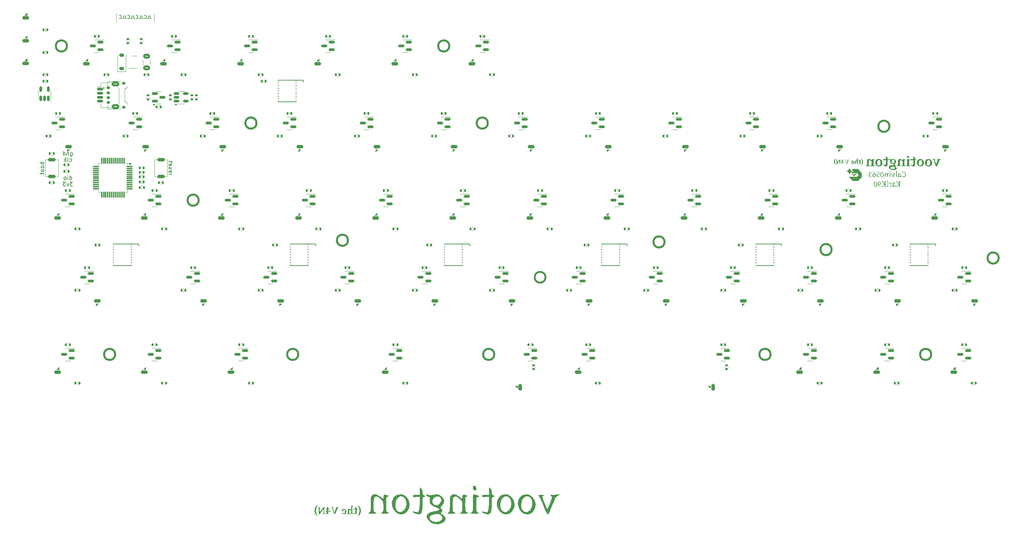
<source format=gbr>
%TF.GenerationSoftware,KiCad,Pcbnew,8.0.8*%
%TF.CreationDate,2025-02-11T14:29:33+01:00*%
%TF.ProjectId,vootington V4N STM32G0B1CBT6,766f6f74-696e-4677-946f-6e2056344e20,rev?*%
%TF.SameCoordinates,Original*%
%TF.FileFunction,Legend,Bot*%
%TF.FilePolarity,Positive*%
%FSLAX46Y46*%
G04 Gerber Fmt 4.6, Leading zero omitted, Abs format (unit mm)*
G04 Created by KiCad (PCBNEW 8.0.8) date 2025-02-11 14:29:33*
%MOMM*%
%LPD*%
G01*
G04 APERTURE LIST*
G04 Aperture macros list*
%AMRoundRect*
0 Rectangle with rounded corners*
0 $1 Rounding radius*
0 $2 $3 $4 $5 $6 $7 $8 $9 X,Y pos of 4 corners*
0 Add a 4 corners polygon primitive as box body*
4,1,4,$2,$3,$4,$5,$6,$7,$8,$9,$2,$3,0*
0 Add four circle primitives for the rounded corners*
1,1,$1+$1,$2,$3*
1,1,$1+$1,$4,$5*
1,1,$1+$1,$6,$7*
1,1,$1+$1,$8,$9*
0 Add four rect primitives between the rounded corners*
20,1,$1+$1,$2,$3,$4,$5,0*
20,1,$1+$1,$4,$5,$6,$7,0*
20,1,$1+$1,$6,$7,$8,$9,0*
20,1,$1+$1,$8,$9,$2,$3,0*%
G04 Aperture macros list end*
%ADD10C,0.150000*%
%ADD11C,0.500000*%
%ADD12C,0.200000*%
%ADD13C,0.120000*%
%ADD14C,0.100000*%
%ADD15C,0.002540*%
%ADD16C,0.170180*%
%ADD17C,0.000000*%
%ADD18C,2.200000*%
%ADD19C,1.700000*%
%ADD20C,3.048000*%
%ADD21C,3.987800*%
%ADD22RoundRect,0.140000X0.140000X0.170000X-0.140000X0.170000X-0.140000X-0.170000X0.140000X-0.170000X0*%
%ADD23RoundRect,0.205000X-0.205000X0.645000X-0.205000X-0.645000X0.205000X-0.645000X0.205000X0.645000X0*%
%ADD24R,0.820000X1.700000*%
%ADD25RoundRect,0.140000X-0.140000X-0.170000X0.140000X-0.170000X0.140000X0.170000X-0.140000X0.170000X0*%
%ADD26RoundRect,0.150000X0.150000X-0.512500X0.150000X0.512500X-0.150000X0.512500X-0.150000X-0.512500X0*%
%ADD27R,1.778000X0.419100*%
%ADD28RoundRect,0.205000X0.645000X0.205000X-0.645000X0.205000X-0.645000X-0.205000X0.645000X-0.205000X0*%
%ADD29R,1.700000X0.820000*%
%ADD30RoundRect,0.150000X0.587500X0.150000X-0.587500X0.150000X-0.587500X-0.150000X0.587500X-0.150000X0*%
%ADD31RoundRect,0.205000X-0.645000X-0.205000X0.645000X-0.205000X0.645000X0.205000X-0.645000X0.205000X0*%
%ADD32RoundRect,0.200000X0.800000X-0.200000X0.800000X0.200000X-0.800000X0.200000X-0.800000X-0.200000X0*%
%ADD33RoundRect,0.150000X-0.587500X-0.150000X0.587500X-0.150000X0.587500X0.150000X-0.587500X0.150000X0*%
%ADD34RoundRect,0.135000X-0.135000X-0.185000X0.135000X-0.185000X0.135000X0.185000X-0.135000X0.185000X0*%
%ADD35RoundRect,0.135000X0.185000X-0.135000X0.185000X0.135000X-0.185000X0.135000X-0.185000X-0.135000X0*%
%ADD36R,0.700000X1.000000*%
%ADD37R,0.700000X0.600000*%
%ADD38RoundRect,0.140000X-0.170000X0.140000X-0.170000X-0.140000X0.170000X-0.140000X0.170000X0.140000X0*%
%ADD39RoundRect,0.150000X-0.512500X-0.150000X0.512500X-0.150000X0.512500X0.150000X-0.512500X0.150000X0*%
%ADD40R,1.700000X1.700000*%
%ADD41O,1.700000X1.700000*%
%ADD42RoundRect,0.147500X-0.147500X-0.172500X0.147500X-0.172500X0.147500X0.172500X-0.147500X0.172500X0*%
%ADD43RoundRect,0.075000X0.662500X0.075000X-0.662500X0.075000X-0.662500X-0.075000X0.662500X-0.075000X0*%
%ADD44RoundRect,0.075000X0.075000X0.662500X-0.075000X0.662500X-0.075000X-0.662500X0.075000X-0.662500X0*%
%ADD45C,0.650000*%
%ADD46R,0.600000X1.450000*%
%ADD47R,0.300000X1.450000*%
%ADD48O,1.000000X1.600000*%
%ADD49O,1.000000X2.100000*%
%ADD50RoundRect,0.150000X-0.275000X0.150000X-0.275000X-0.150000X0.275000X-0.150000X0.275000X0.150000X0*%
%ADD51RoundRect,0.175000X-0.225000X0.175000X-0.225000X-0.175000X0.225000X-0.175000X0.225000X0.175000X0*%
%ADD52RoundRect,0.135000X0.135000X0.185000X-0.135000X0.185000X-0.135000X-0.185000X0.135000X-0.185000X0*%
%ADD53RoundRect,0.225000X0.375000X-0.225000X0.375000X0.225000X-0.375000X0.225000X-0.375000X-0.225000X0*%
%ADD54RoundRect,0.140000X0.170000X-0.140000X0.170000X0.140000X-0.170000X0.140000X-0.170000X-0.140000X0*%
%ADD55RoundRect,0.150000X-0.625000X0.150000X-0.625000X-0.150000X0.625000X-0.150000X0.625000X0.150000X0*%
%ADD56RoundRect,0.250000X-0.650000X0.350000X-0.650000X-0.350000X0.650000X-0.350000X0.650000X0.350000X0*%
%ADD57RoundRect,0.250000X-0.625000X0.375000X-0.625000X-0.375000X0.625000X-0.375000X0.625000X0.375000X0*%
G04 APERTURE END LIST*
D10*
X59257738Y-14643545D02*
X59257738Y-15214973D01*
X59257738Y-15214973D02*
X59295833Y-15329259D01*
X59295833Y-15329259D02*
X59372024Y-15405450D01*
X59372024Y-15405450D02*
X59486309Y-15443545D01*
X59486309Y-15443545D02*
X59562500Y-15443545D01*
X58495833Y-15443545D02*
X58876785Y-15443545D01*
X58876785Y-15443545D02*
X58876785Y-14643545D01*
X57772023Y-15367354D02*
X57810119Y-15405450D01*
X57810119Y-15405450D02*
X57924404Y-15443545D01*
X57924404Y-15443545D02*
X58000595Y-15443545D01*
X58000595Y-15443545D02*
X58114881Y-15405450D01*
X58114881Y-15405450D02*
X58191071Y-15329259D01*
X58191071Y-15329259D02*
X58229166Y-15253069D01*
X58229166Y-15253069D02*
X58267262Y-15100688D01*
X58267262Y-15100688D02*
X58267262Y-14986402D01*
X58267262Y-14986402D02*
X58229166Y-14834021D01*
X58229166Y-14834021D02*
X58191071Y-14757830D01*
X58191071Y-14757830D02*
X58114881Y-14681640D01*
X58114881Y-14681640D02*
X58000595Y-14643545D01*
X58000595Y-14643545D02*
X57924404Y-14643545D01*
X57924404Y-14643545D02*
X57810119Y-14681640D01*
X57810119Y-14681640D02*
X57772023Y-14719735D01*
X57200595Y-14643545D02*
X57200595Y-15214973D01*
X57200595Y-15214973D02*
X57238690Y-15329259D01*
X57238690Y-15329259D02*
X57314881Y-15405450D01*
X57314881Y-15405450D02*
X57429166Y-15443545D01*
X57429166Y-15443545D02*
X57505357Y-15443545D01*
X56438690Y-15443545D02*
X56819642Y-15443545D01*
X56819642Y-15443545D02*
X56819642Y-14643545D01*
X55714880Y-15367354D02*
X55752976Y-15405450D01*
X55752976Y-15405450D02*
X55867261Y-15443545D01*
X55867261Y-15443545D02*
X55943452Y-15443545D01*
X55943452Y-15443545D02*
X56057738Y-15405450D01*
X56057738Y-15405450D02*
X56133928Y-15329259D01*
X56133928Y-15329259D02*
X56172023Y-15253069D01*
X56172023Y-15253069D02*
X56210119Y-15100688D01*
X56210119Y-15100688D02*
X56210119Y-14986402D01*
X56210119Y-14986402D02*
X56172023Y-14834021D01*
X56172023Y-14834021D02*
X56133928Y-14757830D01*
X56133928Y-14757830D02*
X56057738Y-14681640D01*
X56057738Y-14681640D02*
X55943452Y-14643545D01*
X55943452Y-14643545D02*
X55867261Y-14643545D01*
X55867261Y-14643545D02*
X55752976Y-14681640D01*
X55752976Y-14681640D02*
X55714880Y-14719735D01*
X55143452Y-14643545D02*
X55143452Y-15214973D01*
X55143452Y-15214973D02*
X55181547Y-15329259D01*
X55181547Y-15329259D02*
X55257738Y-15405450D01*
X55257738Y-15405450D02*
X55372023Y-15443545D01*
X55372023Y-15443545D02*
X55448214Y-15443545D01*
X54381547Y-15443545D02*
X54762499Y-15443545D01*
X54762499Y-15443545D02*
X54762499Y-14643545D01*
X53657737Y-15367354D02*
X53695833Y-15405450D01*
X53695833Y-15405450D02*
X53810118Y-15443545D01*
X53810118Y-15443545D02*
X53886309Y-15443545D01*
X53886309Y-15443545D02*
X54000595Y-15405450D01*
X54000595Y-15405450D02*
X54076785Y-15329259D01*
X54076785Y-15329259D02*
X54114880Y-15253069D01*
X54114880Y-15253069D02*
X54152976Y-15100688D01*
X54152976Y-15100688D02*
X54152976Y-14986402D01*
X54152976Y-14986402D02*
X54114880Y-14834021D01*
X54114880Y-14834021D02*
X54076785Y-14757830D01*
X54076785Y-14757830D02*
X54000595Y-14681640D01*
X54000595Y-14681640D02*
X53886309Y-14643545D01*
X53886309Y-14643545D02*
X53810118Y-14643545D01*
X53810118Y-14643545D02*
X53695833Y-14681640D01*
X53695833Y-14681640D02*
X53657737Y-14719735D01*
X53086309Y-14643545D02*
X53086309Y-15214973D01*
X53086309Y-15214973D02*
X53124404Y-15329259D01*
X53124404Y-15329259D02*
X53200595Y-15405450D01*
X53200595Y-15405450D02*
X53314880Y-15443545D01*
X53314880Y-15443545D02*
X53391071Y-15443545D01*
X52324404Y-15443545D02*
X52705356Y-15443545D01*
X52705356Y-15443545D02*
X52705356Y-14643545D01*
X51600594Y-15367354D02*
X51638690Y-15405450D01*
X51638690Y-15405450D02*
X51752975Y-15443545D01*
X51752975Y-15443545D02*
X51829166Y-15443545D01*
X51829166Y-15443545D02*
X51943452Y-15405450D01*
X51943452Y-15405450D02*
X52019642Y-15329259D01*
X52019642Y-15329259D02*
X52057737Y-15253069D01*
X52057737Y-15253069D02*
X52095833Y-15100688D01*
X52095833Y-15100688D02*
X52095833Y-14986402D01*
X52095833Y-14986402D02*
X52057737Y-14834021D01*
X52057737Y-14834021D02*
X52019642Y-14757830D01*
X52019642Y-14757830D02*
X51943452Y-14681640D01*
X51943452Y-14681640D02*
X51829166Y-14643545D01*
X51829166Y-14643545D02*
X51752975Y-14643545D01*
X51752975Y-14643545D02*
X51638690Y-14681640D01*
X51638690Y-14681640D02*
X51600594Y-14719735D01*
D11*
G36*
X252568435Y-50315813D02*
G01*
X252657767Y-50340665D01*
X252710828Y-50366188D01*
X252741053Y-50399100D01*
X252762547Y-50444102D01*
X253297194Y-51773333D01*
X253349584Y-51849231D01*
X253430185Y-51910353D01*
X253526233Y-51954683D01*
X253622282Y-51984236D01*
X254289248Y-50444102D01*
X254351041Y-50364845D01*
X254477659Y-50317122D01*
X254483360Y-50315813D01*
X254483360Y-50178793D01*
X253627655Y-50178793D01*
X253627655Y-50315813D01*
X253744525Y-50335963D01*
X253806990Y-50360143D01*
X253826469Y-50394398D01*
X253813035Y-50444102D01*
X253406676Y-51389810D01*
X253025169Y-50444102D01*
X253013079Y-50396413D01*
X253027184Y-50362158D01*
X253078231Y-50337978D01*
X253178309Y-50315813D01*
X253178309Y-50178793D01*
X252568435Y-50178793D01*
X252568435Y-50315813D01*
G37*
G36*
X251600519Y-50140886D02*
G01*
X251742861Y-50167553D01*
X251875945Y-50217078D01*
X251958351Y-50261030D01*
X252071096Y-50339395D01*
X252170807Y-50432684D01*
X252229201Y-50502327D01*
X252304039Y-50616080D01*
X252363576Y-50740979D01*
X252393549Y-50828338D01*
X252422452Y-50962052D01*
X252432086Y-51098978D01*
X252429161Y-51181083D01*
X252410538Y-51315553D01*
X252370964Y-51452275D01*
X252350441Y-51501972D01*
X252285720Y-51620898D01*
X252197674Y-51732361D01*
X252161684Y-51767863D01*
X252048696Y-51854183D01*
X251927664Y-51917069D01*
X251856578Y-51943241D01*
X251715354Y-51974791D01*
X251574366Y-51984236D01*
X251466467Y-51977294D01*
X251331894Y-51947966D01*
X251231414Y-51910702D01*
X251110916Y-51846544D01*
X251024008Y-51784192D01*
X250922849Y-51690046D01*
X250852838Y-51607748D01*
X250776425Y-51493247D01*
X250727755Y-51397487D01*
X250681048Y-51267567D01*
X250657632Y-51161797D01*
X250654993Y-51127860D01*
X251123006Y-51127860D01*
X251127433Y-51264866D01*
X251143156Y-51401229D01*
X251158085Y-51471924D01*
X251210322Y-51602057D01*
X251232274Y-51636043D01*
X251333238Y-51726987D01*
X251383993Y-51749302D01*
X251521976Y-51769303D01*
X251559498Y-51766699D01*
X251687207Y-51714897D01*
X251739012Y-51672350D01*
X251825570Y-51565116D01*
X251875670Y-51468468D01*
X251919604Y-51341450D01*
X251945799Y-51208628D01*
X251954530Y-51066738D01*
X251950693Y-50936894D01*
X251937067Y-50800086D01*
X251921345Y-50719088D01*
X251873259Y-50586495D01*
X251848449Y-50543635D01*
X251750343Y-50444774D01*
X251692478Y-50415711D01*
X251555560Y-50393727D01*
X251502808Y-50398455D01*
X251379583Y-50453505D01*
X251322533Y-50503786D01*
X251242563Y-50614034D01*
X251194795Y-50716053D01*
X251154574Y-50848446D01*
X251152632Y-50856771D01*
X251129942Y-50993539D01*
X251123006Y-51127860D01*
X250654993Y-51127860D01*
X250646793Y-51022408D01*
X250649686Y-50940565D01*
X250668104Y-50806394D01*
X250707243Y-50669782D01*
X250727413Y-50620070D01*
X250791826Y-50500947D01*
X250880534Y-50389025D01*
X250916701Y-50353136D01*
X251029835Y-50266082D01*
X251150544Y-50202973D01*
X251221009Y-50176802D01*
X251360912Y-50145252D01*
X251500483Y-50135806D01*
X251600519Y-50140886D01*
G37*
G36*
X249580143Y-50140886D02*
G01*
X249722484Y-50167553D01*
X249855568Y-50217078D01*
X249937974Y-50261030D01*
X250050719Y-50339395D01*
X250150431Y-50432684D01*
X250208824Y-50502327D01*
X250283662Y-50616080D01*
X250343199Y-50740979D01*
X250373172Y-50828338D01*
X250402075Y-50962052D01*
X250411709Y-51098978D01*
X250408785Y-51181083D01*
X250390162Y-51315553D01*
X250350588Y-51452275D01*
X250330064Y-51501972D01*
X250265344Y-51620898D01*
X250177297Y-51732361D01*
X250141307Y-51767863D01*
X250028320Y-51854183D01*
X249907287Y-51917069D01*
X249836202Y-51943241D01*
X249694977Y-51974791D01*
X249553990Y-51984236D01*
X249446090Y-51977294D01*
X249311518Y-51947966D01*
X249211038Y-51910702D01*
X249090539Y-51846544D01*
X249003631Y-51784192D01*
X248902472Y-51690046D01*
X248832461Y-51607748D01*
X248756048Y-51493247D01*
X248707379Y-51397487D01*
X248660671Y-51267567D01*
X248637255Y-51161797D01*
X248634616Y-51127860D01*
X249102629Y-51127860D01*
X249107056Y-51264866D01*
X249122779Y-51401229D01*
X249137708Y-51471924D01*
X249189946Y-51602057D01*
X249211897Y-51636043D01*
X249312861Y-51726987D01*
X249363616Y-51749302D01*
X249501599Y-51769303D01*
X249539121Y-51766699D01*
X249666830Y-51714897D01*
X249718635Y-51672350D01*
X249805193Y-51565116D01*
X249855293Y-51468468D01*
X249899227Y-51341450D01*
X249925422Y-51208628D01*
X249934154Y-51066738D01*
X249930316Y-50936894D01*
X249916690Y-50800086D01*
X249900968Y-50719088D01*
X249852882Y-50586495D01*
X249828072Y-50543635D01*
X249729967Y-50444774D01*
X249672101Y-50415711D01*
X249535183Y-50393727D01*
X249482431Y-50398455D01*
X249359206Y-50453505D01*
X249302156Y-50503786D01*
X249222186Y-50614034D01*
X249174418Y-50716053D01*
X249134197Y-50848446D01*
X249132255Y-50856771D01*
X249109565Y-50993539D01*
X249102629Y-51127860D01*
X248634616Y-51127860D01*
X248626416Y-51022408D01*
X248629309Y-50940565D01*
X248647727Y-50806394D01*
X248686866Y-50669782D01*
X248707036Y-50620070D01*
X248771449Y-50500947D01*
X248860157Y-50389025D01*
X248896324Y-50353136D01*
X249009459Y-50266082D01*
X249130167Y-50202973D01*
X249200633Y-50176802D01*
X249340536Y-50145252D01*
X249480106Y-50135806D01*
X249580143Y-50140886D01*
G37*
G36*
X247123895Y-51636312D02*
G01*
X247244670Y-51720607D01*
X247369000Y-51800986D01*
X247492812Y-51872351D01*
X247549061Y-51900949D01*
X247678212Y-51954874D01*
X247810303Y-51983911D01*
X247823102Y-51984236D01*
X247958495Y-51960581D01*
X247976914Y-51953340D01*
X248089460Y-51875248D01*
X248103187Y-51859978D01*
X248174027Y-51741649D01*
X248189161Y-51701464D01*
X248216867Y-51568862D01*
X248221401Y-51476455D01*
X248221401Y-50436714D01*
X248449768Y-50436714D01*
X248504844Y-50362158D01*
X248357749Y-50178793D01*
X248221401Y-50178793D01*
X248221401Y-49777136D01*
X247839893Y-49491005D01*
X247768025Y-49554142D01*
X247768025Y-50178793D01*
X247191734Y-50178793D01*
X247123895Y-50253348D01*
X247166210Y-50326560D01*
X247218601Y-50400443D01*
X247270319Y-50463580D01*
X247314649Y-50502537D01*
X247372412Y-50480372D01*
X247450998Y-50458879D01*
X247542344Y-50442759D01*
X247641751Y-50436714D01*
X247768025Y-50436714D01*
X247768025Y-51300478D01*
X247760487Y-51434660D01*
X247756606Y-51460335D01*
X247723695Y-51565787D01*
X247672648Y-51622879D01*
X247607496Y-51640342D01*
X247536971Y-51633626D01*
X247453013Y-51612132D01*
X247346217Y-51569146D01*
X247221872Y-51506545D01*
X247207182Y-51498620D01*
X247123895Y-51636312D01*
G37*
G36*
X246971427Y-51941250D02*
G01*
X246971427Y-51804229D01*
X246837565Y-51769072D01*
X246782688Y-51746466D01*
X246722238Y-51689374D01*
X246722238Y-50722844D01*
X246723673Y-50587062D01*
X246724253Y-50567689D01*
X246747761Y-50474999D01*
X246820302Y-50427310D01*
X246953093Y-50404941D01*
X246971427Y-50403130D01*
X246971427Y-50271483D01*
X246832544Y-50249573D01*
X246700346Y-50223805D01*
X246663803Y-50215735D01*
X246530998Y-50181781D01*
X246397798Y-50138731D01*
X246389762Y-50135806D01*
X246268862Y-50135806D01*
X246268862Y-51689374D01*
X246212442Y-51744451D01*
X246081089Y-51790418D01*
X246016987Y-51804229D01*
X246016987Y-51941250D01*
X246971427Y-51941250D01*
G37*
G36*
X246196994Y-49578322D02*
G01*
X246221845Y-49700566D01*
X246288341Y-49795271D01*
X246388419Y-49856393D01*
X246514021Y-49877886D01*
X246614099Y-49865124D01*
X246696043Y-49824824D01*
X246751791Y-49756986D01*
X246772613Y-49659594D01*
X246748433Y-49537350D01*
X246681266Y-49443989D01*
X246581188Y-49383538D01*
X246457601Y-49362045D01*
X246359537Y-49374807D01*
X246276251Y-49414435D01*
X246219159Y-49480930D01*
X246196994Y-49578322D01*
G37*
G36*
X244682383Y-51941250D02*
G01*
X244682383Y-51804229D01*
X244549208Y-51765271D01*
X244490286Y-51742436D01*
X244433194Y-51689374D01*
X244433194Y-50836356D01*
X244439239Y-50701477D01*
X244443941Y-50665081D01*
X244476852Y-50554927D01*
X244537303Y-50496492D01*
X244631336Y-50479700D01*
X244728056Y-50491790D01*
X244840896Y-50533434D01*
X244958144Y-50600947D01*
X244976573Y-50613362D01*
X245086706Y-50695327D01*
X245141804Y-50740979D01*
X245141804Y-51689374D01*
X245077324Y-51747809D01*
X244948111Y-51790880D01*
X244890600Y-51804229D01*
X244890600Y-51941250D01*
X245844368Y-51941250D01*
X245844368Y-51804229D01*
X245712868Y-51766553D01*
X245657645Y-51746466D01*
X245595179Y-51689374D01*
X245595179Y-50645602D01*
X245597866Y-50529404D01*
X245623389Y-50461565D01*
X245697273Y-50425295D01*
X245832538Y-50404476D01*
X245844368Y-50403130D01*
X245844368Y-50271483D01*
X245710477Y-50254331D01*
X245675780Y-50248647D01*
X245543398Y-50223595D01*
X245525326Y-50219765D01*
X245394115Y-50185407D01*
X245385619Y-50182823D01*
X245257753Y-50139060D01*
X245249270Y-50135806D01*
X245170014Y-50215063D01*
X245149192Y-50485745D01*
X245040550Y-50398428D01*
X244922743Y-50316254D01*
X244797330Y-50244889D01*
X244736788Y-50217078D01*
X244610039Y-50170807D01*
X244473956Y-50140886D01*
X244397596Y-50135806D01*
X244259998Y-50155348D01*
X244241097Y-50161330D01*
X244122159Y-50230165D01*
X244107435Y-50243945D01*
X244031118Y-50354878D01*
X244014745Y-50393727D01*
X243983945Y-50531568D01*
X243979818Y-50617392D01*
X243979818Y-51689374D01*
X243968400Y-51714897D01*
X243928772Y-51740421D01*
X243851530Y-51769303D01*
X243728615Y-51804229D01*
X243728615Y-51941250D01*
X244682383Y-51941250D01*
G37*
G36*
X242752629Y-50136646D02*
G01*
X242892375Y-50152808D01*
X243026722Y-50189540D01*
X243045303Y-50196322D01*
X243175629Y-50256723D01*
X243290015Y-50333948D01*
X243391773Y-50432684D01*
X243471366Y-50547539D01*
X243522245Y-50673980D01*
X243539204Y-50807474D01*
X243536548Y-50862381D01*
X243505621Y-50993526D01*
X243486814Y-51035505D01*
X243410244Y-51149353D01*
X243373519Y-51186833D01*
X243261805Y-51269582D01*
X243199632Y-51301595D01*
X243069037Y-51348167D01*
X243119752Y-51384555D01*
X243229565Y-51471754D01*
X243237696Y-51478935D01*
X243336360Y-51577206D01*
X243394796Y-51660492D01*
X243412259Y-51716912D01*
X243408901Y-51741911D01*
X243319695Y-51843940D01*
X243197325Y-51906323D01*
X243314445Y-51972973D01*
X243434424Y-52050731D01*
X243477705Y-52083013D01*
X243578833Y-52172303D01*
X243652044Y-52277083D01*
X243671523Y-52373804D01*
X243670059Y-52407216D01*
X243629879Y-52538362D01*
X243610310Y-52569915D01*
X243518382Y-52670009D01*
X243477337Y-52701120D01*
X243356511Y-52768073D01*
X243291596Y-52794495D01*
X243161055Y-52835239D01*
X243089546Y-52851964D01*
X242950823Y-52874196D01*
X242884929Y-52880926D01*
X242745964Y-52886958D01*
X242640048Y-52881301D01*
X242503492Y-52857404D01*
X242398458Y-52827174D01*
X242269080Y-52775461D01*
X242174018Y-52726020D01*
X242060863Y-52651874D01*
X241991818Y-52597186D01*
X241892275Y-52498062D01*
X241850440Y-52445706D01*
X241780106Y-52325443D01*
X241767180Y-52293203D01*
X242179077Y-52293203D01*
X242205944Y-52419477D01*
X242285872Y-52526944D01*
X242299736Y-52538541D01*
X242420877Y-52601499D01*
X242474624Y-52616021D01*
X242613646Y-52629037D01*
X242714998Y-52624825D01*
X242852760Y-52603514D01*
X242918785Y-52585791D01*
X243044185Y-52534332D01*
X243068730Y-52520538D01*
X243171802Y-52433582D01*
X243218147Y-52314025D01*
X243211430Y-52254247D01*
X243180534Y-52184393D01*
X243105978Y-52098420D01*
X243078524Y-52074072D01*
X242968958Y-51990953D01*
X242955778Y-51993724D01*
X242819848Y-52020506D01*
X242784365Y-52027072D01*
X242649244Y-52047373D01*
X242545440Y-52062706D01*
X242408116Y-52093718D01*
X242391102Y-52098917D01*
X242264379Y-52152825D01*
X242196540Y-52220663D01*
X242179077Y-52293203D01*
X241767180Y-52293203D01*
X241762181Y-52280736D01*
X241739134Y-52146108D01*
X241740339Y-52111759D01*
X241773389Y-51978191D01*
X241793456Y-51942005D01*
X241892946Y-51846544D01*
X241993864Y-51792979D01*
X242124672Y-51747809D01*
X242212283Y-51725772D01*
X242347776Y-51699530D01*
X242490731Y-51678627D01*
X242584636Y-51665553D01*
X242723799Y-51642357D01*
X242852760Y-51608774D01*
X242906493Y-51576534D01*
X242917911Y-51542950D01*
X242898433Y-51490560D01*
X242895712Y-51485258D01*
X242806415Y-51382422D01*
X242787608Y-51382422D01*
X242768022Y-51382236D01*
X242624974Y-51368963D01*
X242488716Y-51334733D01*
X242479892Y-51331717D01*
X242355558Y-51277810D01*
X242239527Y-51202415D01*
X242148222Y-51115213D01*
X242067580Y-50998900D01*
X242019220Y-50873801D01*
X242010264Y-50797399D01*
X242437669Y-50797399D01*
X242438226Y-50826178D01*
X242460506Y-50960614D01*
X242520956Y-51076141D01*
X242608944Y-51144651D01*
X242713724Y-51167488D01*
X242757040Y-51165624D01*
X242889701Y-51128531D01*
X242911973Y-51115702D01*
X243011273Y-51023751D01*
X243030948Y-50993599D01*
X243081798Y-50868596D01*
X243092838Y-50817821D01*
X243104635Y-50679857D01*
X243104012Y-50651062D01*
X243079112Y-50515970D01*
X243013960Y-50399772D01*
X242925300Y-50330590D01*
X242828580Y-50307753D01*
X242793388Y-50309123D01*
X242659991Y-50346710D01*
X242637703Y-50359556D01*
X242537747Y-50452162D01*
X242517421Y-50482052D01*
X242463192Y-50606646D01*
X242449733Y-50663370D01*
X242437669Y-50797399D01*
X242010264Y-50797399D01*
X242003100Y-50736277D01*
X242003186Y-50726732D01*
X242025265Y-50589854D01*
X242029454Y-50576678D01*
X242086387Y-50454177D01*
X242076532Y-50453660D01*
X241941306Y-50442759D01*
X241810331Y-50423952D01*
X241777419Y-50372233D01*
X241747194Y-50313127D01*
X241720999Y-50255363D01*
X241702864Y-50205660D01*
X241755926Y-50135806D01*
X241834312Y-50163061D01*
X241966830Y-50205660D01*
X241992037Y-50213285D01*
X242126220Y-50245921D01*
X242263707Y-50268125D01*
X242341149Y-50223111D01*
X242467894Y-50172076D01*
X242570431Y-50147282D01*
X242711709Y-50135806D01*
X242752629Y-50136646D01*
G37*
G36*
X240318557Y-51636312D02*
G01*
X240439331Y-51720607D01*
X240563661Y-51800986D01*
X240687474Y-51872351D01*
X240743723Y-51900949D01*
X240872873Y-51954874D01*
X241004965Y-51983911D01*
X241017763Y-51984236D01*
X241153157Y-51960581D01*
X241171575Y-51953340D01*
X241284121Y-51875248D01*
X241297849Y-51859978D01*
X241368689Y-51741649D01*
X241383822Y-51701464D01*
X241411528Y-51568862D01*
X241416062Y-51476455D01*
X241416062Y-50436714D01*
X241644429Y-50436714D01*
X241699506Y-50362158D01*
X241552411Y-50178793D01*
X241416062Y-50178793D01*
X241416062Y-49777136D01*
X241034555Y-49491005D01*
X240962686Y-49554142D01*
X240962686Y-50178793D01*
X240386395Y-50178793D01*
X240318557Y-50253348D01*
X240360872Y-50326560D01*
X240413262Y-50400443D01*
X240464981Y-50463580D01*
X240509311Y-50502537D01*
X240567074Y-50480372D01*
X240645659Y-50458879D01*
X240737006Y-50442759D01*
X240836413Y-50436714D01*
X240962686Y-50436714D01*
X240962686Y-51300478D01*
X240955148Y-51434660D01*
X240951268Y-51460335D01*
X240918356Y-51565787D01*
X240867310Y-51622879D01*
X240802158Y-51640342D01*
X240731633Y-51633626D01*
X240647674Y-51612132D01*
X240540879Y-51569146D01*
X240416533Y-51506545D01*
X240401844Y-51498620D01*
X240318557Y-51636312D01*
G37*
G36*
X239330492Y-50140886D02*
G01*
X239472833Y-50167553D01*
X239605917Y-50217078D01*
X239688323Y-50261030D01*
X239801068Y-50339395D01*
X239900780Y-50432684D01*
X239959173Y-50502327D01*
X240034011Y-50616080D01*
X240093548Y-50740979D01*
X240123521Y-50828338D01*
X240152424Y-50962052D01*
X240162058Y-51098978D01*
X240159134Y-51181083D01*
X240140511Y-51315553D01*
X240100937Y-51452275D01*
X240080413Y-51501972D01*
X240015692Y-51620898D01*
X239927646Y-51732361D01*
X239891656Y-51767863D01*
X239778668Y-51854183D01*
X239657636Y-51917069D01*
X239586551Y-51943241D01*
X239445326Y-51974791D01*
X239304339Y-51984236D01*
X239196439Y-51977294D01*
X239061866Y-51947966D01*
X238961386Y-51910702D01*
X238840888Y-51846544D01*
X238753980Y-51784192D01*
X238652821Y-51690046D01*
X238582810Y-51607748D01*
X238506397Y-51493247D01*
X238457727Y-51397487D01*
X238411020Y-51267567D01*
X238387604Y-51161797D01*
X238384965Y-51127860D01*
X238852978Y-51127860D01*
X238857405Y-51264866D01*
X238873128Y-51401229D01*
X238888057Y-51471924D01*
X238940295Y-51602057D01*
X238962246Y-51636043D01*
X239063210Y-51726987D01*
X239113965Y-51749302D01*
X239251948Y-51769303D01*
X239289470Y-51766699D01*
X239417179Y-51714897D01*
X239468984Y-51672350D01*
X239555542Y-51565116D01*
X239605642Y-51468468D01*
X239649576Y-51341450D01*
X239675771Y-51208628D01*
X239684502Y-51066738D01*
X239680665Y-50936894D01*
X239667039Y-50800086D01*
X239651317Y-50719088D01*
X239603231Y-50586495D01*
X239578421Y-50543635D01*
X239480315Y-50444774D01*
X239422450Y-50415711D01*
X239285532Y-50393727D01*
X239232780Y-50398455D01*
X239109555Y-50453505D01*
X239052505Y-50503786D01*
X238972535Y-50614034D01*
X238924767Y-50716053D01*
X238884546Y-50848446D01*
X238882604Y-50856771D01*
X238859914Y-50993539D01*
X238852978Y-51127860D01*
X238384965Y-51127860D01*
X238376765Y-51022408D01*
X238379658Y-50940565D01*
X238398076Y-50806394D01*
X238437215Y-50669782D01*
X238457385Y-50620070D01*
X238521798Y-50500947D01*
X238610506Y-50389025D01*
X238646673Y-50353136D01*
X238759807Y-50266082D01*
X238880516Y-50202973D01*
X238950982Y-50176802D01*
X239090885Y-50145252D01*
X239230455Y-50135806D01*
X239330492Y-50140886D01*
G37*
G36*
X237011936Y-51941250D02*
G01*
X237011936Y-51804229D01*
X236878761Y-51765271D01*
X236819839Y-51742436D01*
X236762747Y-51689374D01*
X236762747Y-50836356D01*
X236768792Y-50701477D01*
X236773494Y-50665081D01*
X236806406Y-50554927D01*
X236866856Y-50496492D01*
X236960889Y-50479700D01*
X237057610Y-50491790D01*
X237170450Y-50533434D01*
X237287698Y-50600947D01*
X237306127Y-50613362D01*
X237416259Y-50695327D01*
X237471357Y-50740979D01*
X237471357Y-51689374D01*
X237406877Y-51747809D01*
X237277665Y-51790880D01*
X237220153Y-51804229D01*
X237220153Y-51941250D01*
X238173922Y-51941250D01*
X238173922Y-51804229D01*
X238042422Y-51766553D01*
X237987198Y-51746466D01*
X237924733Y-51689374D01*
X237924733Y-50645602D01*
X237927419Y-50529404D01*
X237952943Y-50461565D01*
X238026826Y-50425295D01*
X238162091Y-50404476D01*
X238173922Y-50403130D01*
X238173922Y-50271483D01*
X238040031Y-50254331D01*
X238005333Y-50248647D01*
X237872951Y-50223595D01*
X237854879Y-50219765D01*
X237723668Y-50185407D01*
X237715172Y-50182823D01*
X237587306Y-50139060D01*
X237578824Y-50135806D01*
X237499567Y-50215063D01*
X237478745Y-50485745D01*
X237370103Y-50398428D01*
X237252296Y-50316254D01*
X237126883Y-50244889D01*
X237066341Y-50217078D01*
X236939592Y-50170807D01*
X236803509Y-50140886D01*
X236727149Y-50135806D01*
X236589552Y-50155348D01*
X236570650Y-50161330D01*
X236451713Y-50230165D01*
X236436989Y-50243945D01*
X236360672Y-50354878D01*
X236344298Y-50393727D01*
X236313499Y-50531568D01*
X236309372Y-50617392D01*
X236309372Y-51689374D01*
X236297953Y-51714897D01*
X236258325Y-51740421D01*
X236181083Y-51769303D01*
X236058168Y-51804229D01*
X236058168Y-51941250D01*
X237011936Y-51941250D01*
G37*
D10*
X39369940Y-55223569D02*
X39369940Y-54223569D01*
X39369940Y-55175950D02*
X39465178Y-55223569D01*
X39465178Y-55223569D02*
X39655654Y-55223569D01*
X39655654Y-55223569D02*
X39750892Y-55175950D01*
X39750892Y-55175950D02*
X39798511Y-55128330D01*
X39798511Y-55128330D02*
X39846130Y-55033092D01*
X39846130Y-55033092D02*
X39846130Y-54747378D01*
X39846130Y-54747378D02*
X39798511Y-54652140D01*
X39798511Y-54652140D02*
X39750892Y-54604521D01*
X39750892Y-54604521D02*
X39655654Y-54556902D01*
X39655654Y-54556902D02*
X39465178Y-54556902D01*
X39465178Y-54556902D02*
X39369940Y-54604521D01*
X38893749Y-55223569D02*
X38893749Y-54556902D01*
X38893749Y-54223569D02*
X38941368Y-54271188D01*
X38941368Y-54271188D02*
X38893749Y-54318807D01*
X38893749Y-54318807D02*
X38846130Y-54271188D01*
X38846130Y-54271188D02*
X38893749Y-54223569D01*
X38893749Y-54223569D02*
X38893749Y-54318807D01*
X38274702Y-55223569D02*
X38369940Y-55175950D01*
X38369940Y-55175950D02*
X38417559Y-55128330D01*
X38417559Y-55128330D02*
X38465178Y-55033092D01*
X38465178Y-55033092D02*
X38465178Y-54747378D01*
X38465178Y-54747378D02*
X38417559Y-54652140D01*
X38417559Y-54652140D02*
X38369940Y-54604521D01*
X38369940Y-54604521D02*
X38274702Y-54556902D01*
X38274702Y-54556902D02*
X38131845Y-54556902D01*
X38131845Y-54556902D02*
X38036607Y-54604521D01*
X38036607Y-54604521D02*
X37988988Y-54652140D01*
X37988988Y-54652140D02*
X37941369Y-54747378D01*
X37941369Y-54747378D02*
X37941369Y-55033092D01*
X37941369Y-55033092D02*
X37988988Y-55128330D01*
X37988988Y-55128330D02*
X38036607Y-55175950D01*
X38036607Y-55175950D02*
X38131845Y-55223569D01*
X38131845Y-55223569D02*
X38274702Y-55223569D01*
G36*
X244929570Y-54379146D02*
G01*
X244982243Y-54432192D01*
X245040767Y-54483932D01*
X245055965Y-54496017D01*
X245118667Y-54540362D01*
X245172103Y-54570389D01*
X245241454Y-54598267D01*
X245282378Y-54609223D01*
X245356587Y-54619802D01*
X245390089Y-54620947D01*
X245467475Y-54613812D01*
X245543650Y-54592408D01*
X245578401Y-54577716D01*
X245644741Y-54539935D01*
X245705827Y-54491437D01*
X245743631Y-54453152D01*
X245790464Y-54392698D01*
X245830717Y-54323672D01*
X245861600Y-54253483D01*
X245885171Y-54176712D01*
X245898920Y-54102417D01*
X245905598Y-54023195D01*
X245906297Y-53986404D01*
X245903183Y-53905918D01*
X245893840Y-53829325D01*
X245878270Y-53756625D01*
X245856471Y-53687817D01*
X245825456Y-53615493D01*
X245788877Y-53549370D01*
X245741708Y-53483174D01*
X245720916Y-53458839D01*
X245664652Y-53403792D01*
X245603022Y-53357259D01*
X245536024Y-53319242D01*
X245521981Y-53312660D01*
X245449903Y-53285419D01*
X245375177Y-53268267D01*
X245297804Y-53261204D01*
X245282012Y-53261003D01*
X245208689Y-53263946D01*
X245130406Y-53275016D01*
X245086740Y-53285915D01*
X245014687Y-53311423D01*
X244948987Y-53346366D01*
X244952284Y-53365783D01*
X244977563Y-53400221D01*
X245011635Y-53439422D01*
X245041677Y-53471296D01*
X245077947Y-53465068D01*
X245139195Y-53418648D01*
X245202511Y-53385933D01*
X245274923Y-53363581D01*
X245351078Y-53355066D01*
X245368474Y-53354792D01*
X245442807Y-53367170D01*
X245445410Y-53367981D01*
X245513410Y-53399571D01*
X245529308Y-53409747D01*
X245585854Y-53457020D01*
X245610641Y-53484118D01*
X245654092Y-53545346D01*
X245680250Y-53595127D01*
X245707544Y-53665560D01*
X245727476Y-53741075D01*
X245728610Y-53746435D01*
X245740233Y-53820081D01*
X245745703Y-53895146D01*
X245746562Y-53942074D01*
X245743432Y-54018072D01*
X245732613Y-54096125D01*
X245714066Y-54167452D01*
X245706995Y-54187538D01*
X245677108Y-54255879D01*
X245638382Y-54320854D01*
X245605145Y-54363026D01*
X245551946Y-54414198D01*
X245489515Y-54456593D01*
X245465927Y-54468539D01*
X245394684Y-54493784D01*
X245320644Y-54503676D01*
X245316084Y-54503710D01*
X245242655Y-54491655D01*
X245170637Y-54465608D01*
X245100021Y-54429046D01*
X245036136Y-54386378D01*
X244974724Y-54338493D01*
X244967671Y-54332618D01*
X244957047Y-54341411D01*
X244946056Y-54355333D01*
X244936897Y-54369255D01*
X244929570Y-54379146D01*
G37*
G36*
X244354302Y-53617059D02*
G01*
X244426918Y-53632496D01*
X244490566Y-53654022D01*
X244558809Y-53685619D01*
X244610711Y-53717525D01*
X244669817Y-53766585D01*
X244702584Y-53802598D01*
X244741625Y-53865137D01*
X244727337Y-53905437D01*
X244685571Y-53903239D01*
X244625854Y-53888951D01*
X244573464Y-53868068D01*
X244552214Y-53846819D01*
X244541956Y-53790765D01*
X244504953Y-53746802D01*
X244449266Y-53717859D01*
X244384053Y-53706502D01*
X244374725Y-53706411D01*
X244300156Y-53717493D01*
X244247399Y-53751198D01*
X244219556Y-53803588D01*
X244211129Y-53868801D01*
X244211129Y-54013881D01*
X244254101Y-54020390D01*
X244331622Y-54033716D01*
X244407867Y-54049785D01*
X244467215Y-54065031D01*
X244538293Y-54088620D01*
X244557080Y-54096378D01*
X244621824Y-54131484D01*
X244677877Y-54178012D01*
X244702817Y-54205896D01*
X244743457Y-54268504D01*
X244762916Y-54323255D01*
X244770567Y-54398930D01*
X244769285Y-54427690D01*
X244750051Y-54500779D01*
X244744750Y-54511072D01*
X244698027Y-54569656D01*
X244694059Y-54572942D01*
X244627319Y-54608490D01*
X244624871Y-54609257D01*
X244551115Y-54620947D01*
X244478575Y-54610689D01*
X244463458Y-54606455D01*
X244394678Y-54579181D01*
X244366793Y-54564684D01*
X244304186Y-54524227D01*
X244266382Y-54494846D01*
X244211129Y-54444726D01*
X244206647Y-54501552D01*
X244186583Y-54574052D01*
X244129796Y-54620947D01*
X244113562Y-54619161D01*
X244043701Y-54592370D01*
X244025098Y-54582476D01*
X243960382Y-54542596D01*
X243898987Y-54499680D01*
X243914374Y-54452419D01*
X243978122Y-54475134D01*
X244015124Y-54480263D01*
X244045166Y-54462311D01*
X244056524Y-54401495D01*
X244056524Y-54349471D01*
X244211129Y-54349471D01*
X244230592Y-54365849D01*
X244291950Y-54411248D01*
X244359140Y-54448756D01*
X244414191Y-54469155D01*
X244490299Y-54480263D01*
X244522905Y-54475134D01*
X244559542Y-54454984D01*
X244589217Y-54414317D01*
X244601674Y-54347273D01*
X244601416Y-54335383D01*
X244585187Y-54263375D01*
X244584147Y-54261162D01*
X244541956Y-54199994D01*
X244503854Y-54167021D01*
X244446335Y-54137712D01*
X244426964Y-54130774D01*
X244354011Y-54110235D01*
X244285586Y-54095626D01*
X244211129Y-54082391D01*
X244211129Y-54349471D01*
X244056524Y-54349471D01*
X244056524Y-53832531D01*
X244057485Y-53807326D01*
X244073894Y-53735294D01*
X244118073Y-53670964D01*
X244142845Y-53651168D01*
X244214873Y-53620904D01*
X244292462Y-53612712D01*
X244354302Y-53617059D01*
G37*
G36*
X243828279Y-54597500D02*
G01*
X243828279Y-54553169D01*
X243756142Y-54538995D01*
X243754273Y-54538515D01*
X243707012Y-54522761D01*
X243681733Y-54507008D01*
X243673673Y-54490521D01*
X243673673Y-53264300D01*
X243679901Y-53192493D01*
X243702616Y-53153658D01*
X243746946Y-53136439D01*
X243818020Y-53126547D01*
X243818020Y-53085514D01*
X243742802Y-53069220D01*
X243682099Y-53053640D01*
X243611749Y-53028988D01*
X243556070Y-53003082D01*
X243519067Y-53037887D01*
X243519067Y-54490521D01*
X243484263Y-54522395D01*
X243412698Y-54544025D01*
X243364828Y-54553169D01*
X243364828Y-54597500D01*
X243828279Y-54597500D01*
G37*
G36*
X242302371Y-53680123D02*
G01*
X242353296Y-53693679D01*
X242385170Y-53707601D01*
X242404221Y-53725186D01*
X242415944Y-53750099D01*
X242707570Y-54529722D01*
X242734315Y-54568190D01*
X242772417Y-54594935D01*
X242813083Y-54611788D01*
X242846422Y-54620947D01*
X243186775Y-53750099D01*
X243222678Y-53706502D01*
X243294721Y-53681557D01*
X243301080Y-53680123D01*
X243301080Y-53636160D01*
X242903209Y-53636160D01*
X242903209Y-53680123D01*
X242968788Y-53690382D01*
X243007989Y-53703204D01*
X243024109Y-53722255D01*
X243019713Y-53750099D01*
X242766189Y-54407723D01*
X242528052Y-53750099D01*
X242524755Y-53724087D01*
X242538676Y-53705403D01*
X242574214Y-53692213D01*
X242635397Y-53680123D01*
X242635397Y-53636160D01*
X242302371Y-53636160D01*
X242302371Y-53680123D01*
G37*
G36*
X242214810Y-54597500D02*
G01*
X242214810Y-54553536D01*
X242143339Y-54535359D01*
X242107832Y-54522028D01*
X242070463Y-54490887D01*
X242070463Y-53910200D01*
X242072028Y-53836137D01*
X242072661Y-53825570D01*
X242088415Y-53775378D01*
X242130913Y-53749366D01*
X242204797Y-53736801D01*
X242214810Y-53735811D01*
X242214810Y-53694778D01*
X242147399Y-53680123D01*
X242076691Y-53660706D01*
X242009646Y-53637625D01*
X241951028Y-53612712D01*
X241915857Y-53612712D01*
X241915857Y-54490887D01*
X241881419Y-54520929D01*
X241810906Y-54545032D01*
X241771876Y-54553536D01*
X241771876Y-54597500D01*
X242214810Y-54597500D01*
G37*
G36*
X241885083Y-53310095D02*
G01*
X241894608Y-53363585D01*
X241919887Y-53407548D01*
X241957256Y-53437590D01*
X242004517Y-53448581D01*
X242071196Y-53423302D01*
X242091346Y-53351495D01*
X242082186Y-53298005D01*
X242056175Y-53254042D01*
X242018805Y-53224733D01*
X241972644Y-53214108D01*
X241904322Y-53241198D01*
X241885083Y-53310095D01*
G37*
G36*
X241028156Y-54597500D02*
G01*
X241028156Y-54553902D01*
X240957007Y-54533681D01*
X240918980Y-54520197D01*
X240883809Y-54491620D01*
X240883809Y-53953797D01*
X240887272Y-53879746D01*
X240891136Y-53853414D01*
X240913851Y-53792231D01*
X240954517Y-53761456D01*
X241015700Y-53753396D01*
X241086775Y-53768784D01*
X241151604Y-53803658D01*
X241171039Y-53817510D01*
X241228626Y-53867484D01*
X241264828Y-53905437D01*
X241313737Y-53966162D01*
X241356834Y-54029364D01*
X241363013Y-54039160D01*
X241363013Y-54491620D01*
X241324545Y-54523494D01*
X241254147Y-54545720D01*
X241218666Y-54553902D01*
X241218666Y-54597500D01*
X241661600Y-54597500D01*
X241661600Y-54554269D01*
X241588471Y-54534176D01*
X241555721Y-54523494D01*
X241517619Y-54493086D01*
X241517619Y-53883089D01*
X241520550Y-53820807D01*
X241537403Y-53784537D01*
X241580267Y-53765486D01*
X241655143Y-53754130D01*
X241661600Y-53753396D01*
X241661600Y-53706502D01*
X241590146Y-53689775D01*
X241531907Y-53669865D01*
X241461639Y-53638052D01*
X241414304Y-53612712D01*
X241378401Y-53648616D01*
X241367043Y-53903972D01*
X241322441Y-53842781D01*
X241270429Y-53784964D01*
X241267026Y-53781606D01*
X241212163Y-53731872D01*
X241156750Y-53690382D01*
X241091913Y-53651899D01*
X241049039Y-53632862D01*
X240977804Y-53613972D01*
X240957082Y-53612712D01*
X240882029Y-53623091D01*
X240871719Y-53626268D01*
X240806844Y-53660569D01*
X240798812Y-53667301D01*
X240753212Y-53726886D01*
X240748254Y-53737276D01*
X240730394Y-53809473D01*
X240729203Y-53837294D01*
X240729203Y-54490887D01*
X240697696Y-54519098D01*
X240626664Y-54542517D01*
X240584856Y-54553536D01*
X240584856Y-54597500D01*
X241028156Y-54597500D01*
G37*
G36*
X240081644Y-53356569D02*
G01*
X240155657Y-53372616D01*
X240223987Y-53405350D01*
X240257985Y-53429205D01*
X240315263Y-53482716D01*
X240361374Y-53542737D01*
X240394625Y-53599566D01*
X240425500Y-53668525D01*
X240450400Y-53744237D01*
X240454260Y-53758671D01*
X240469823Y-53832474D01*
X240479161Y-53908995D01*
X240482274Y-53988236D01*
X240482175Y-54004346D01*
X240478719Y-54083221D01*
X240470325Y-54159306D01*
X240456995Y-54232601D01*
X240440833Y-54295020D01*
X240415807Y-54365093D01*
X240381890Y-54433735D01*
X240365624Y-54459772D01*
X240317889Y-54519348D01*
X240257692Y-54570389D01*
X240233879Y-54584954D01*
X240161110Y-54612603D01*
X240085501Y-54620947D01*
X240049424Y-54619169D01*
X239975411Y-54603123D01*
X239907082Y-54570389D01*
X239872798Y-54546569D01*
X239815176Y-54493309D01*
X239768962Y-54433735D01*
X239735746Y-54377098D01*
X239704994Y-54308270D01*
X239680302Y-54232601D01*
X239676487Y-54218165D01*
X239661103Y-54144313D01*
X239651872Y-54067670D01*
X239650299Y-54027070D01*
X239817689Y-54027070D01*
X239818906Y-54098480D01*
X239823700Y-54177652D01*
X239833076Y-54253850D01*
X239835055Y-54265490D01*
X239852036Y-54339762D01*
X239878139Y-54409188D01*
X239897709Y-54444050D01*
X239949580Y-54498581D01*
X239971379Y-54511083D01*
X240045567Y-54527158D01*
X240084116Y-54522742D01*
X240152180Y-54489788D01*
X240197609Y-54443169D01*
X240236443Y-54378780D01*
X240251290Y-54344862D01*
X240275141Y-54272849D01*
X240292863Y-54195964D01*
X240296530Y-54175132D01*
X240306147Y-54101458D01*
X240311757Y-54021273D01*
X240313380Y-53943539D01*
X240312134Y-53873250D01*
X240307226Y-53795133D01*
X240297626Y-53719691D01*
X240295560Y-53708099D01*
X240278209Y-53634328D01*
X240252197Y-53565818D01*
X240232433Y-53531342D01*
X240180390Y-53477158D01*
X240158660Y-53464655D01*
X240085501Y-53448581D01*
X240053151Y-53452195D01*
X239984751Y-53485584D01*
X239938955Y-53531471D01*
X239899022Y-53595127D01*
X239883552Y-53628438D01*
X239858636Y-53699512D01*
X239840037Y-53775744D01*
X239836043Y-53796380D01*
X239825568Y-53869539D01*
X239819457Y-53949423D01*
X239817689Y-54027070D01*
X239650299Y-54027070D01*
X239648795Y-53988236D01*
X239648894Y-53972036D01*
X239652350Y-53892752D01*
X239660743Y-53816331D01*
X239674074Y-53742772D01*
X239690264Y-53679998D01*
X239715405Y-53609650D01*
X239749545Y-53540905D01*
X239765715Y-53514886D01*
X239813366Y-53455523D01*
X239873743Y-53404984D01*
X239897451Y-53390524D01*
X239970020Y-53363076D01*
X240045567Y-53354792D01*
X240081644Y-53356569D01*
G37*
G36*
X238714566Y-54175081D02*
G01*
X238719825Y-54250866D01*
X238735603Y-54323705D01*
X238742043Y-54343975D01*
X238772934Y-54415433D01*
X238814772Y-54478679D01*
X238821178Y-54486491D01*
X238875263Y-54538720D01*
X238939975Y-54580000D01*
X238949406Y-54584677D01*
X239020011Y-54609471D01*
X239092605Y-54620061D01*
X239122330Y-54620947D01*
X239199957Y-54615686D01*
X239276858Y-54599905D01*
X239312106Y-54589073D01*
X239381881Y-54558316D01*
X239444846Y-54518083D01*
X239495655Y-54476599D01*
X239459385Y-54407723D01*
X239395013Y-54449483D01*
X239360100Y-54468906D01*
X239291468Y-54499882D01*
X239276935Y-54505176D01*
X239206960Y-54522761D01*
X239145044Y-54527158D01*
X239071805Y-54517858D01*
X239028540Y-54500779D01*
X238967665Y-54456371D01*
X238945376Y-54430804D01*
X238907830Y-54364466D01*
X238895916Y-54330420D01*
X238881748Y-54258464D01*
X238879430Y-54213916D01*
X238884878Y-54137190D01*
X238896649Y-54083124D01*
X238926342Y-54012957D01*
X238947940Y-53982374D01*
X239004124Y-53933778D01*
X239035501Y-53917527D01*
X239109347Y-53897377D01*
X239160798Y-53894080D01*
X239210257Y-53899209D01*
X239268143Y-53914596D01*
X239328959Y-53940242D01*
X239386112Y-53976512D01*
X239434838Y-53942440D01*
X239422536Y-53869270D01*
X239420550Y-53857444D01*
X239407704Y-53782362D01*
X239403331Y-53755961D01*
X239391241Y-53681374D01*
X239385745Y-53646784D01*
X239374521Y-53571269D01*
X239369992Y-53537974D01*
X239360594Y-53464638D01*
X239357535Y-53437590D01*
X239350803Y-53363779D01*
X239350208Y-53354792D01*
X238901046Y-53354792D01*
X238848655Y-53354792D01*
X238809454Y-53354792D01*
X238776482Y-53331345D01*
X238746440Y-53363585D01*
X238772818Y-53400587D01*
X238803226Y-53437957D01*
X238833634Y-53470563D01*
X238860745Y-53495476D01*
X239259716Y-53495476D01*
X239266360Y-53568788D01*
X239266677Y-53571680D01*
X239275809Y-53645149D01*
X239278767Y-53666202D01*
X239289967Y-53741159D01*
X239292689Y-53757426D01*
X239303680Y-53822639D01*
X239230622Y-53809294D01*
X239206960Y-53806519D01*
X239131948Y-53800899D01*
X239098882Y-53800291D01*
X239021094Y-53806251D01*
X238947244Y-53825867D01*
X238933652Y-53831432D01*
X238867706Y-53867427D01*
X238813484Y-53913864D01*
X238768616Y-53973299D01*
X238739845Y-54033299D01*
X238720121Y-54107070D01*
X238714566Y-54175081D01*
G37*
G36*
X237790389Y-53309547D02*
G01*
X237865837Y-53323720D01*
X237946483Y-53345541D01*
X238021176Y-53373362D01*
X238089915Y-53407182D01*
X238129820Y-53430903D01*
X238196194Y-53477747D01*
X238255554Y-53529924D01*
X238307902Y-53587433D01*
X238333830Y-53621393D01*
X238375001Y-53685768D01*
X238409101Y-53754315D01*
X238436129Y-53827035D01*
X238448161Y-53868785D01*
X238464680Y-53945466D01*
X238474591Y-54024117D01*
X238477895Y-54104740D01*
X238475374Y-54168238D01*
X238465444Y-54241439D01*
X238446021Y-54315765D01*
X238435479Y-54344756D01*
X238402628Y-54413937D01*
X238358460Y-54478431D01*
X238347858Y-54490810D01*
X238294122Y-54541680D01*
X238228767Y-54583578D01*
X238219431Y-54588103D01*
X238146852Y-54612736D01*
X238069765Y-54620947D01*
X238027568Y-54618566D01*
X237953261Y-54600797D01*
X237920868Y-54587108D01*
X237856907Y-54547674D01*
X237831155Y-54525835D01*
X237781803Y-54470737D01*
X237762461Y-54442795D01*
X237727214Y-54378047D01*
X237715571Y-54350317D01*
X237694242Y-54278396D01*
X237689959Y-54256310D01*
X237688735Y-54242493D01*
X237837856Y-54242493D01*
X237838452Y-54266650D01*
X237847382Y-54341045D01*
X237852020Y-54362725D01*
X237878889Y-54433002D01*
X237886116Y-54445476D01*
X237937507Y-54500779D01*
X237956856Y-54512320D01*
X238029465Y-54527158D01*
X238075953Y-54523139D01*
X238146335Y-54498581D01*
X238189231Y-54467686D01*
X238235728Y-54410654D01*
X238240288Y-54403070D01*
X238272024Y-54333850D01*
X238292881Y-54260811D01*
X238304353Y-54194867D01*
X238311063Y-54120957D01*
X238313031Y-54046854D01*
X238309408Y-54042520D01*
X238253771Y-53986953D01*
X238191764Y-53947203D01*
X238149489Y-53930308D01*
X238075993Y-53917527D01*
X238068817Y-53917653D01*
X237996126Y-53931816D01*
X237980708Y-53937835D01*
X237919556Y-53982374D01*
X237894878Y-54013337D01*
X237861304Y-54081659D01*
X237857113Y-54093780D01*
X237841726Y-54168758D01*
X237837856Y-54242493D01*
X237688735Y-54242493D01*
X237683251Y-54180577D01*
X237688483Y-54107365D01*
X237707064Y-54032566D01*
X237729683Y-53982013D01*
X237775574Y-53920092D01*
X237818541Y-53883517D01*
X237885117Y-53848651D01*
X237959290Y-53829212D01*
X238033495Y-53823738D01*
X238089182Y-53828867D01*
X238156593Y-53845354D01*
X238161044Y-53846803D01*
X238229866Y-53875762D01*
X238241614Y-53881939D01*
X238303505Y-53923023D01*
X238296808Y-53888930D01*
X238275934Y-53815856D01*
X238246353Y-53743871D01*
X238226853Y-53706086D01*
X238184128Y-53639543D01*
X238137176Y-53582304D01*
X238097142Y-53542096D01*
X238037181Y-53492903D01*
X237975609Y-53452245D01*
X237907422Y-53417041D01*
X237832827Y-53388505D01*
X237759454Y-53368347D01*
X237779238Y-53307897D01*
X237790389Y-53309547D01*
G37*
G36*
X236756349Y-54201826D02*
G01*
X236761679Y-54275086D01*
X236779217Y-54349688D01*
X236784193Y-54364125D01*
X236816173Y-54431380D01*
X236859906Y-54490264D01*
X236866625Y-54497482D01*
X236923436Y-54545830D01*
X236991518Y-54583714D01*
X237001447Y-54587974D01*
X237076630Y-54610514D01*
X237155359Y-54620142D01*
X237187926Y-54620947D01*
X237262475Y-54615531D01*
X237270358Y-54614352D01*
X237342760Y-54596443D01*
X237356454Y-54591638D01*
X237425469Y-54559393D01*
X237445114Y-54548040D01*
X237504567Y-54505042D01*
X237536339Y-54476599D01*
X237501168Y-54407723D01*
X237438784Y-54451509D01*
X237416537Y-54465242D01*
X237349760Y-54499191D01*
X237343265Y-54501878D01*
X237274755Y-54521662D01*
X237201482Y-54527158D01*
X237127293Y-54519430D01*
X237087176Y-54507374D01*
X237023074Y-54471702D01*
X236998516Y-54450221D01*
X236953882Y-54388891D01*
X236941363Y-54360462D01*
X236923594Y-54285697D01*
X236921213Y-54242126D01*
X236928037Y-54166895D01*
X236945393Y-54111334D01*
X236985048Y-54046807D01*
X237007309Y-54023773D01*
X237071512Y-53982736D01*
X237091572Y-53975413D01*
X237163951Y-53961111D01*
X237183896Y-53960392D01*
X237205512Y-53960392D01*
X237217602Y-53961491D01*
X237230791Y-53963323D01*
X237253872Y-53967353D01*
X237268160Y-53905804D01*
X237197589Y-53883637D01*
X237127831Y-53852702D01*
X237116852Y-53846453D01*
X237056172Y-53803319D01*
X237029657Y-53776477D01*
X236992431Y-53712644D01*
X236989723Y-53703571D01*
X236979831Y-53635427D01*
X236990822Y-53562887D01*
X237023441Y-53496673D01*
X237024894Y-53494743D01*
X237080960Y-53445776D01*
X237083146Y-53444551D01*
X237155274Y-53425437D01*
X237167410Y-53425134D01*
X237241049Y-53439422D01*
X237295271Y-53478623D01*
X237325679Y-53535409D01*
X237328244Y-53602088D01*
X237395288Y-53629565D01*
X237468734Y-53642198D01*
X237471492Y-53642388D01*
X237498969Y-53610514D01*
X237479515Y-53539612D01*
X237467096Y-53518557D01*
X237418810Y-53460196D01*
X237381733Y-53428065D01*
X237320041Y-53388007D01*
X237257535Y-53359188D01*
X237184995Y-53338306D01*
X237108792Y-53331345D01*
X237032964Y-53338272D01*
X236976534Y-53355891D01*
X236912288Y-53394893D01*
X236885309Y-53420737D01*
X236843202Y-53483631D01*
X236832186Y-53511229D01*
X236816329Y-53584664D01*
X236814967Y-53613811D01*
X236829408Y-53688022D01*
X236830355Y-53690382D01*
X236867380Y-53753814D01*
X236874318Y-53762555D01*
X236928383Y-53815727D01*
X236943195Y-53827035D01*
X237006763Y-53865571D01*
X237034420Y-53878693D01*
X236960796Y-53897303D01*
X236924877Y-53914230D01*
X236863711Y-53957402D01*
X236836583Y-53985305D01*
X236794643Y-54047410D01*
X236777965Y-54084223D01*
X236759389Y-54156265D01*
X236756349Y-54201826D01*
G37*
D12*
G36*
X110601428Y-138307645D02*
G01*
X110694395Y-138253643D01*
X110780408Y-138193305D01*
X110859465Y-138126629D01*
X110900381Y-138086849D01*
X110968499Y-138010819D01*
X111029971Y-137929456D01*
X111084797Y-137842760D01*
X111112384Y-137792292D01*
X111156794Y-137697375D01*
X111194404Y-137597822D01*
X111225212Y-137493631D01*
X111239390Y-137433744D01*
X111257769Y-137335070D01*
X111270897Y-137233465D01*
X111278774Y-137128929D01*
X111281400Y-137021462D01*
X111278438Y-136910270D01*
X111269554Y-136801888D01*
X111254747Y-136696314D01*
X111234017Y-136593548D01*
X111207791Y-136493958D01*
X111176497Y-136398398D01*
X111140136Y-136306868D01*
X111098706Y-136219368D01*
X111046194Y-136125705D01*
X110987578Y-136037606D01*
X110922856Y-135955071D01*
X110884261Y-135911622D01*
X110810738Y-135838125D01*
X110732500Y-135771505D01*
X110649549Y-135711763D01*
X110601428Y-135681546D01*
X110527178Y-135784616D01*
X110597449Y-135862781D01*
X110659185Y-135946749D01*
X110682028Y-135981964D01*
X110733342Y-136073166D01*
X110775914Y-136165095D01*
X110807569Y-136246235D01*
X110838748Y-136342577D01*
X110865729Y-136445980D01*
X110886423Y-136545079D01*
X110892565Y-136579382D01*
X110907914Y-136685754D01*
X110917340Y-136784978D01*
X110922797Y-136888598D01*
X110924317Y-136982871D01*
X110922729Y-137081759D01*
X110917148Y-137190016D01*
X110907548Y-137295104D01*
X110898915Y-137363402D01*
X110882657Y-137462861D01*
X110862456Y-137558456D01*
X110835389Y-137660142D01*
X110823200Y-137699480D01*
X110789416Y-137794105D01*
X110746855Y-137891801D01*
X110698636Y-137982802D01*
X110644877Y-138066529D01*
X110580042Y-138148915D01*
X110527178Y-138204574D01*
X110601428Y-138307645D01*
G37*
G36*
X109487680Y-137648189D02*
G01*
X109575516Y-137709494D01*
X109665938Y-137767952D01*
X109755983Y-137819854D01*
X109796892Y-137840652D01*
X109890819Y-137879871D01*
X109986886Y-137900988D01*
X109996194Y-137901225D01*
X110094662Y-137884021D01*
X110108057Y-137878754D01*
X110189909Y-137821960D01*
X110199892Y-137810855D01*
X110251412Y-137724797D01*
X110262419Y-137695572D01*
X110282569Y-137599134D01*
X110285866Y-137531929D01*
X110285866Y-136775754D01*
X110451951Y-136775754D01*
X110492007Y-136721532D01*
X110385029Y-136588175D01*
X110285866Y-136588175D01*
X110285866Y-136296061D01*
X110008406Y-136087966D01*
X109956138Y-136133883D01*
X109956138Y-136588175D01*
X109537017Y-136588175D01*
X109487680Y-136642397D01*
X109518455Y-136695642D01*
X109556557Y-136749375D01*
X109594170Y-136795293D01*
X109626410Y-136823625D01*
X109668420Y-136807505D01*
X109725573Y-136791874D01*
X109792007Y-136780150D01*
X109864303Y-136775754D01*
X109956138Y-136775754D01*
X109956138Y-137403946D01*
X109950656Y-137501533D01*
X109947834Y-137520206D01*
X109923898Y-137596898D01*
X109886773Y-137638419D01*
X109839390Y-137651120D01*
X109788099Y-137646235D01*
X109727038Y-137630604D01*
X109649369Y-137599340D01*
X109558936Y-137553813D01*
X109548253Y-137548049D01*
X109487680Y-137648189D01*
G37*
G36*
X108552230Y-137869962D02*
G01*
X108552230Y-137770310D01*
X108455375Y-137741977D01*
X108412523Y-137725370D01*
X108371002Y-137686779D01*
X108371002Y-137086919D01*
X108375389Y-136986589D01*
X108380283Y-136950143D01*
X108407638Y-136864658D01*
X108455999Y-136820206D01*
X108526340Y-136807017D01*
X108622615Y-136824410D01*
X108690472Y-136856354D01*
X108775601Y-136911595D01*
X108858931Y-136974750D01*
X108886354Y-136997038D01*
X108886354Y-137686779D01*
X108839460Y-137729278D01*
X108745487Y-137760602D01*
X108703661Y-137770310D01*
X108703661Y-137869962D01*
X109397310Y-137869962D01*
X109397310Y-137769822D01*
X109301674Y-137742421D01*
X109261511Y-137727812D01*
X109216082Y-137686291D01*
X109216082Y-136130952D01*
X109219502Y-136041071D01*
X109240018Y-135991246D01*
X109294240Y-135965844D01*
X109393217Y-135950243D01*
X109397310Y-135949724D01*
X109397310Y-135853981D01*
X109299247Y-135838764D01*
X109259557Y-135831999D01*
X109162648Y-135811997D01*
X109146229Y-135808063D01*
X109052090Y-135781616D01*
X109046089Y-135779731D01*
X108953267Y-135746615D01*
X108946927Y-135744072D01*
X108886354Y-135800736D01*
X108886354Y-136801643D01*
X108808685Y-136741407D01*
X108724227Y-136684370D01*
X108634010Y-136634319D01*
X108590332Y-136614553D01*
X108491047Y-136579428D01*
X108393411Y-136559670D01*
X108345112Y-136556912D01*
X108245041Y-136571124D01*
X108231295Y-136575474D01*
X108144795Y-136625537D01*
X108134086Y-136635558D01*
X108078583Y-136716237D01*
X108066675Y-136744490D01*
X108044276Y-136844738D01*
X108041274Y-136907156D01*
X108041274Y-137686779D01*
X108032970Y-137705342D01*
X108004149Y-137723904D01*
X107947973Y-137744909D01*
X107858581Y-137770310D01*
X107858581Y-137869962D01*
X108552230Y-137869962D01*
G37*
G36*
X107092818Y-136556952D02*
G01*
X107190821Y-136567170D01*
X107197282Y-136568479D01*
X107291449Y-136594525D01*
X107294498Y-136595571D01*
X107385238Y-136635070D01*
X107465350Y-136684407D01*
X107482721Y-136697334D01*
X107561337Y-136766953D01*
X107626214Y-136844872D01*
X107677352Y-136931092D01*
X107690010Y-136958555D01*
X107723212Y-137055184D01*
X107742580Y-137159636D01*
X107748183Y-137260331D01*
X107746009Y-137322138D01*
X107732167Y-137422327D01*
X107702754Y-137522648D01*
X107690893Y-137551560D01*
X107641445Y-137644579D01*
X107579655Y-137724881D01*
X107559833Y-137745298D01*
X107484086Y-137807502D01*
X107398427Y-137855307D01*
X107372331Y-137866069D01*
X107277750Y-137892436D01*
X107178120Y-137901225D01*
X107127907Y-137900080D01*
X107027178Y-137889501D01*
X106984082Y-137880218D01*
X106888936Y-137846026D01*
X106827027Y-137813047D01*
X106743856Y-137756633D01*
X106724630Y-137741749D01*
X106647228Y-137675331D01*
X106573375Y-137604225D01*
X106584610Y-137586151D01*
X106603172Y-137559773D01*
X106625154Y-137532906D01*
X106644694Y-137516298D01*
X106697845Y-137552090D01*
X106784889Y-137604714D01*
X106799482Y-137612552D01*
X106891379Y-137655028D01*
X106979306Y-137677498D01*
X107062837Y-137682383D01*
X107111705Y-137678996D01*
X107206452Y-137647701D01*
X107243718Y-137623047D01*
X107312942Y-137550003D01*
X107345357Y-137495331D01*
X107380841Y-137401504D01*
X107399526Y-137311500D01*
X107407708Y-137213437D01*
X106758022Y-137213437D01*
X106707708Y-137192432D01*
X106652021Y-137164100D01*
X106601218Y-137133325D01*
X106565559Y-137104016D01*
X106565589Y-137097278D01*
X106570366Y-137036605D01*
X106893821Y-137036605D01*
X106904079Y-137077638D01*
X106946089Y-137088384D01*
X107403312Y-137088384D01*
X107396391Y-137030962D01*
X107376445Y-136932557D01*
X107367670Y-136903192D01*
X107325643Y-136814344D01*
X107319473Y-136805299D01*
X107246996Y-136739117D01*
X107231913Y-136731659D01*
X107135622Y-136713227D01*
X107114224Y-136714074D01*
X107018874Y-136747910D01*
X107007448Y-136756817D01*
X106944135Y-136832418D01*
X106937327Y-136844966D01*
X106905056Y-136937931D01*
X106893821Y-137036605D01*
X106570366Y-137036605D01*
X106573375Y-136998381D01*
X106596822Y-136897386D01*
X106635901Y-136804208D01*
X106691588Y-136722997D01*
X106763762Y-136655220D01*
X106853277Y-136602341D01*
X106884854Y-136589254D01*
X106982788Y-136564410D01*
X107086285Y-136556912D01*
X107092818Y-136556952D01*
G37*
G36*
X103963396Y-136249654D02*
G01*
X104060069Y-136270365D01*
X104109941Y-136284337D01*
X104176375Y-136339047D01*
X104692705Y-137749306D01*
X104734714Y-137803527D01*
X104805056Y-137847980D01*
X104886145Y-137880220D01*
X104960883Y-137901225D01*
X105586145Y-136339047D01*
X105642321Y-136282383D01*
X105738990Y-136254079D01*
X105769816Y-136249654D01*
X105769816Y-136150492D01*
X105069327Y-136150492D01*
X105069327Y-136249654D01*
X105169482Y-136262311D01*
X105214896Y-136277498D01*
X105235412Y-136336605D01*
X104788936Y-137472334D01*
X104381051Y-136339047D01*
X104379097Y-136305342D01*
X104404498Y-136281406D01*
X104462139Y-136263821D01*
X104555440Y-136249654D01*
X104555440Y-136150492D01*
X103963396Y-136150492D01*
X103963396Y-136249654D01*
G37*
G36*
X102958092Y-136176382D02*
G01*
X103037715Y-136205202D01*
X103118804Y-136233046D01*
X103191100Y-136257470D01*
X103852021Y-137344839D01*
X103795845Y-137401015D01*
X103144694Y-137401015D01*
X103144694Y-137666751D01*
X103156417Y-137690687D01*
X103199892Y-137714135D01*
X103287820Y-137739047D01*
X103334554Y-137749283D01*
X103432900Y-137767868D01*
X103432900Y-137869962D01*
X102637645Y-137869962D01*
X102637645Y-137767868D01*
X102730946Y-137743932D01*
X102790053Y-137722439D01*
X102820339Y-137702899D01*
X102828643Y-137682383D01*
X102828643Y-137401015D01*
X102752928Y-137401015D01*
X102681609Y-137337512D01*
X102674197Y-137329801D01*
X102612733Y-137253493D01*
X102648881Y-137213437D01*
X102828643Y-137213437D01*
X103144694Y-137213437D01*
X103582865Y-137213437D01*
X103144694Y-136516368D01*
X103144694Y-137213437D01*
X102828643Y-137213437D01*
X102828643Y-136208622D01*
X102889216Y-136150492D01*
X102958092Y-136176382D01*
G37*
G36*
X102452021Y-137869962D02*
G01*
X102452021Y-137770310D01*
X102352909Y-137750987D01*
X102307918Y-137732209D01*
X102263954Y-137687268D01*
X102263954Y-136349794D01*
X102343949Y-136289607D01*
X102439723Y-136252421D01*
X102452021Y-136250143D01*
X102452021Y-136150492D01*
X102068560Y-136150492D01*
X102034854Y-136153911D01*
X102007987Y-136168077D01*
X101978678Y-136199829D01*
X101936668Y-136256493D01*
X101095985Y-137407366D01*
X101095985Y-136333674D01*
X101105266Y-136314135D01*
X101135552Y-136291176D01*
X101193193Y-136268705D01*
X101284052Y-136249654D01*
X101284052Y-136150492D01*
X100700311Y-136150492D01*
X100700311Y-136249654D01*
X100799124Y-136270202D01*
X100844903Y-136289222D01*
X100889844Y-136333674D01*
X100889844Y-137901225D01*
X100988379Y-137887656D01*
X101085969Y-137857675D01*
X101101358Y-137850422D01*
X101184286Y-137796345D01*
X101218106Y-137760052D01*
X102057813Y-136612111D01*
X102057813Y-137686779D01*
X102048043Y-137706807D01*
X102015803Y-137729766D01*
X101957673Y-137752725D01*
X101868280Y-137770310D01*
X101868280Y-137869962D01*
X102452021Y-137869962D01*
G37*
G36*
X99863047Y-136966263D02*
G01*
X99866008Y-137077485D01*
X99874892Y-137185959D01*
X99889700Y-137291686D01*
X99910430Y-137394665D01*
X99936655Y-137494102D01*
X99967949Y-137589693D01*
X100004311Y-137681437D01*
X100045740Y-137769333D01*
X100098252Y-137863233D01*
X100156869Y-137951491D01*
X100221591Y-138034107D01*
X100260186Y-138077568D01*
X100333511Y-138151065D01*
X100411706Y-138217685D01*
X100494769Y-138277427D01*
X100543019Y-138307645D01*
X100617269Y-138204574D01*
X100547091Y-138126409D01*
X100485609Y-138042441D01*
X100462907Y-138007226D01*
X100411296Y-137915955D01*
X100368571Y-137823843D01*
X100336878Y-137742467D01*
X100305489Y-137645705D01*
X100278488Y-137542264D01*
X100257941Y-137443457D01*
X100251881Y-137409319D01*
X100236533Y-137303068D01*
X100227106Y-137203692D01*
X100221649Y-137099675D01*
X100220130Y-137004853D01*
X100221717Y-136906576D01*
X100227299Y-136798715D01*
X100236898Y-136693713D01*
X100245531Y-136625300D01*
X100261790Y-136525407D01*
X100281990Y-136429610D01*
X100309057Y-136327972D01*
X100321246Y-136288733D01*
X100354772Y-136194108D01*
X100397161Y-136096412D01*
X100445322Y-136005412D01*
X100499139Y-135921579D01*
X100564169Y-135839605D01*
X100617269Y-135784616D01*
X100543019Y-135681546D01*
X100450523Y-135735547D01*
X100364828Y-135795886D01*
X100285934Y-135862561D01*
X100245042Y-135902341D01*
X100176452Y-135978372D01*
X100114663Y-136059735D01*
X100059674Y-136146430D01*
X100032063Y-136196898D01*
X99987652Y-136291343D01*
X99950043Y-136390579D01*
X99919234Y-136494606D01*
X99905056Y-136554470D01*
X99886677Y-136652930D01*
X99873549Y-136754382D01*
X99865672Y-136858827D01*
X99863047Y-136966263D01*
G37*
D10*
X32998569Y-50982738D02*
X31998569Y-50982738D01*
X32379521Y-50982738D02*
X32331902Y-51077976D01*
X32331902Y-51077976D02*
X32331902Y-51268452D01*
X32331902Y-51268452D02*
X32379521Y-51363690D01*
X32379521Y-51363690D02*
X32427140Y-51411309D01*
X32427140Y-51411309D02*
X32522378Y-51458928D01*
X32522378Y-51458928D02*
X32808092Y-51458928D01*
X32808092Y-51458928D02*
X32903330Y-51411309D01*
X32903330Y-51411309D02*
X32950950Y-51363690D01*
X32950950Y-51363690D02*
X32998569Y-51268452D01*
X32998569Y-51268452D02*
X32998569Y-51077976D01*
X32998569Y-51077976D02*
X32950950Y-50982738D01*
X32998569Y-52030357D02*
X32950950Y-51935119D01*
X32950950Y-51935119D02*
X32903330Y-51887500D01*
X32903330Y-51887500D02*
X32808092Y-51839881D01*
X32808092Y-51839881D02*
X32522378Y-51839881D01*
X32522378Y-51839881D02*
X32427140Y-51887500D01*
X32427140Y-51887500D02*
X32379521Y-51935119D01*
X32379521Y-51935119D02*
X32331902Y-52030357D01*
X32331902Y-52030357D02*
X32331902Y-52173214D01*
X32331902Y-52173214D02*
X32379521Y-52268452D01*
X32379521Y-52268452D02*
X32427140Y-52316071D01*
X32427140Y-52316071D02*
X32522378Y-52363690D01*
X32522378Y-52363690D02*
X32808092Y-52363690D01*
X32808092Y-52363690D02*
X32903330Y-52316071D01*
X32903330Y-52316071D02*
X32950950Y-52268452D01*
X32950950Y-52268452D02*
X32998569Y-52173214D01*
X32998569Y-52173214D02*
X32998569Y-52030357D01*
X32998569Y-52935119D02*
X32950950Y-52839881D01*
X32950950Y-52839881D02*
X32903330Y-52792262D01*
X32903330Y-52792262D02*
X32808092Y-52744643D01*
X32808092Y-52744643D02*
X32522378Y-52744643D01*
X32522378Y-52744643D02*
X32427140Y-52792262D01*
X32427140Y-52792262D02*
X32379521Y-52839881D01*
X32379521Y-52839881D02*
X32331902Y-52935119D01*
X32331902Y-52935119D02*
X32331902Y-53077976D01*
X32331902Y-53077976D02*
X32379521Y-53173214D01*
X32379521Y-53173214D02*
X32427140Y-53220833D01*
X32427140Y-53220833D02*
X32522378Y-53268452D01*
X32522378Y-53268452D02*
X32808092Y-53268452D01*
X32808092Y-53268452D02*
X32903330Y-53220833D01*
X32903330Y-53220833D02*
X32950950Y-53173214D01*
X32950950Y-53173214D02*
X32998569Y-53077976D01*
X32998569Y-53077976D02*
X32998569Y-52935119D01*
X32331902Y-53554167D02*
X32331902Y-53935119D01*
X31998569Y-53697024D02*
X32855711Y-53697024D01*
X32855711Y-53697024D02*
X32950950Y-53744643D01*
X32950950Y-53744643D02*
X32998569Y-53839881D01*
X32998569Y-53839881D02*
X32998569Y-53935119D01*
D12*
G36*
X234915962Y-51654801D02*
G01*
X234974067Y-51621051D01*
X235027825Y-51583339D01*
X235077236Y-51541667D01*
X235102808Y-51516804D01*
X235145382Y-51469285D01*
X235183802Y-51418433D01*
X235218068Y-51364249D01*
X235235310Y-51332706D01*
X235263066Y-51273383D01*
X235286572Y-51211162D01*
X235305828Y-51146043D01*
X235314689Y-51108613D01*
X235326176Y-51046942D01*
X235334381Y-50983439D01*
X235339304Y-50918104D01*
X235340945Y-50850937D01*
X235339094Y-50781442D01*
X235333541Y-50713703D01*
X235324287Y-50647720D01*
X235311331Y-50583491D01*
X235294940Y-50521248D01*
X235275381Y-50461523D01*
X235252655Y-50404316D01*
X235226762Y-50349629D01*
X235193942Y-50291089D01*
X235157306Y-50236027D01*
X235116855Y-50184443D01*
X235092733Y-50157288D01*
X235046781Y-50111352D01*
X234997883Y-50069714D01*
X234946038Y-50032376D01*
X234915962Y-50013490D01*
X234869556Y-50077909D01*
X234913476Y-50126762D01*
X234952061Y-50179242D01*
X234966338Y-50201251D01*
X234998409Y-50258252D01*
X235025016Y-50315708D01*
X235044801Y-50366420D01*
X235064288Y-50426634D01*
X235081151Y-50491261D01*
X235094084Y-50553198D01*
X235097923Y-50574637D01*
X235107516Y-50641120D01*
X235113408Y-50703135D01*
X235116819Y-50767897D01*
X235117768Y-50826818D01*
X235116776Y-50888623D01*
X235113288Y-50956283D01*
X235107288Y-51021963D01*
X235101892Y-51064650D01*
X235091731Y-51126812D01*
X235079105Y-51186559D01*
X235062189Y-51250112D01*
X235054570Y-51274699D01*
X235033455Y-51333839D01*
X235006854Y-51394899D01*
X234976718Y-51451775D01*
X234943118Y-51504104D01*
X234902596Y-51555596D01*
X234869556Y-51590382D01*
X234915962Y-51654801D01*
G37*
G36*
X234219870Y-51242642D02*
G01*
X234274768Y-51280957D01*
X234331281Y-51317494D01*
X234387560Y-51349932D01*
X234413128Y-51362931D01*
X234471832Y-51387443D01*
X234531874Y-51400641D01*
X234537691Y-51400789D01*
X234599234Y-51390037D01*
X234607606Y-51386745D01*
X234658763Y-51351249D01*
X234665003Y-51344308D01*
X234697203Y-51290522D01*
X234704082Y-51272256D01*
X234716676Y-51211983D01*
X234718736Y-51169979D01*
X234718736Y-50697370D01*
X234822540Y-50697370D01*
X234847574Y-50663481D01*
X234780713Y-50580133D01*
X234718736Y-50580133D01*
X234718736Y-50397561D01*
X234545324Y-50267502D01*
X234512656Y-50296201D01*
X234512656Y-50580133D01*
X234250706Y-50580133D01*
X234219870Y-50614022D01*
X234239104Y-50647300D01*
X234262918Y-50680883D01*
X234286427Y-50709582D01*
X234306577Y-50727289D01*
X234332833Y-50717214D01*
X234368553Y-50707445D01*
X234410074Y-50700117D01*
X234455259Y-50697370D01*
X234512656Y-50697370D01*
X234512656Y-51089990D01*
X234509230Y-51150981D01*
X234507466Y-51162652D01*
X234492506Y-51210585D01*
X234469303Y-51236536D01*
X234439689Y-51244474D01*
X234407632Y-51241420D01*
X234369469Y-51231651D01*
X234320926Y-51212111D01*
X234264405Y-51183656D01*
X234257728Y-51180054D01*
X234219870Y-51242642D01*
G37*
G36*
X233635214Y-51381250D02*
G01*
X233635214Y-51318968D01*
X233574680Y-51301259D01*
X233547897Y-51290880D01*
X233521946Y-51266761D01*
X233521946Y-50891848D01*
X233524688Y-50829141D01*
X233527747Y-50806363D01*
X233544844Y-50752935D01*
X233575069Y-50725152D01*
X233619033Y-50716909D01*
X233679205Y-50727780D01*
X233721615Y-50747745D01*
X233774821Y-50782270D01*
X233826902Y-50821743D01*
X233844042Y-50835672D01*
X233844042Y-51266761D01*
X233814733Y-51293322D01*
X233756000Y-51312900D01*
X233729858Y-51318968D01*
X233729858Y-51381250D01*
X234163389Y-51381250D01*
X234163389Y-51318662D01*
X234103617Y-51301537D01*
X234078515Y-51292406D01*
X234050122Y-51266455D01*
X234050122Y-50294369D01*
X234052259Y-50238193D01*
X234065081Y-50207052D01*
X234098970Y-50191176D01*
X234160831Y-50181425D01*
X234163389Y-50181101D01*
X234163389Y-50121262D01*
X234102100Y-50111751D01*
X234077294Y-50107523D01*
X234016725Y-50095021D01*
X234006463Y-50092563D01*
X233947627Y-50076034D01*
X233943876Y-50074856D01*
X233885862Y-50054158D01*
X233881899Y-50052568D01*
X233844042Y-50087984D01*
X233844042Y-50713551D01*
X233795498Y-50675903D01*
X233742712Y-50640255D01*
X233686326Y-50608973D01*
X233659028Y-50596619D01*
X233596975Y-50574666D01*
X233535952Y-50562317D01*
X233505765Y-50560594D01*
X233443221Y-50569476D01*
X233434630Y-50572195D01*
X233380567Y-50603484D01*
X233373874Y-50609747D01*
X233339185Y-50660172D01*
X233331742Y-50677830D01*
X233317742Y-50740485D01*
X233315867Y-50779496D01*
X233315867Y-51266761D01*
X233310676Y-51278362D01*
X233292663Y-51289964D01*
X233257554Y-51303092D01*
X233201683Y-51318968D01*
X233201683Y-51381250D01*
X233635214Y-51381250D01*
G37*
G36*
X232723082Y-50560619D02*
G01*
X232784333Y-50567005D01*
X232788371Y-50567823D01*
X232847226Y-50584102D01*
X232849131Y-50584755D01*
X232905844Y-50609442D01*
X232955914Y-50640278D01*
X232966771Y-50648358D01*
X233015906Y-50691869D01*
X233056454Y-50740569D01*
X233088415Y-50794456D01*
X233096327Y-50811620D01*
X233117078Y-50872013D01*
X233129183Y-50937296D01*
X233132684Y-51000231D01*
X233131326Y-51038860D01*
X233122675Y-51101478D01*
X233104291Y-51164179D01*
X233096878Y-51182249D01*
X233065973Y-51240385D01*
X233027355Y-51290574D01*
X233014966Y-51303335D01*
X232967624Y-51342212D01*
X232914087Y-51372090D01*
X232897777Y-51378817D01*
X232838664Y-51395296D01*
X232776395Y-51400789D01*
X232745012Y-51400073D01*
X232682056Y-51393462D01*
X232655122Y-51387660D01*
X232595655Y-51366290D01*
X232556962Y-51345678D01*
X232504980Y-51310419D01*
X232492964Y-51301117D01*
X232444588Y-51259606D01*
X232398429Y-51215164D01*
X232405451Y-51203868D01*
X232417053Y-51187382D01*
X232430792Y-51170590D01*
X232443004Y-51160210D01*
X232476223Y-51182580D01*
X232530626Y-51215470D01*
X232539747Y-51220369D01*
X232597182Y-51246916D01*
X232652137Y-51260960D01*
X232704344Y-51264013D01*
X232734886Y-51261896D01*
X232794103Y-51242336D01*
X232817394Y-51226928D01*
X232860659Y-51181276D01*
X232880918Y-51147106D01*
X232903096Y-51088463D01*
X232914774Y-51032211D01*
X232919888Y-50970922D01*
X232513834Y-50970922D01*
X232482388Y-50957793D01*
X232447583Y-50940086D01*
X232415832Y-50920852D01*
X232393544Y-50902534D01*
X232393564Y-50898322D01*
X232396549Y-50860402D01*
X232598708Y-50860402D01*
X232605120Y-50886047D01*
X232631376Y-50892764D01*
X232917140Y-50892764D01*
X232912814Y-50856875D01*
X232900348Y-50795372D01*
X232894864Y-50777019D01*
X232868597Y-50721489D01*
X232864741Y-50715836D01*
X232819443Y-50674472D01*
X232810016Y-50669810D01*
X232749834Y-50658291D01*
X232736460Y-50658820D01*
X232676866Y-50679967D01*
X232669725Y-50685534D01*
X232630155Y-50732785D01*
X232625900Y-50740627D01*
X232605730Y-50798730D01*
X232598708Y-50860402D01*
X232396549Y-50860402D01*
X232398429Y-50836512D01*
X232413084Y-50773390D01*
X232437508Y-50715153D01*
X232472313Y-50664397D01*
X232517421Y-50622036D01*
X232573368Y-50588987D01*
X232593104Y-50580807D01*
X232654313Y-50565280D01*
X232718998Y-50560594D01*
X232723082Y-50560619D01*
G37*
G36*
X230767192Y-50368558D02*
G01*
X230827613Y-50381502D01*
X230858783Y-50390234D01*
X230900305Y-50424428D01*
X231223011Y-51305840D01*
X231249267Y-51339728D01*
X231293230Y-51367511D01*
X231343911Y-51387661D01*
X231390622Y-51400789D01*
X231781411Y-50424428D01*
X231816521Y-50389013D01*
X231876939Y-50371323D01*
X231896205Y-50368558D01*
X231896205Y-50306581D01*
X231458400Y-50306581D01*
X231458400Y-50368558D01*
X231520996Y-50376468D01*
X231549380Y-50385960D01*
X231562203Y-50422902D01*
X231283155Y-51132732D01*
X231028227Y-50424428D01*
X231027006Y-50403362D01*
X231042882Y-50388402D01*
X231078907Y-50377411D01*
X231137220Y-50368558D01*
X231137220Y-50306581D01*
X230767192Y-50306581D01*
X230767192Y-50368558D01*
G37*
G36*
X230138878Y-50322762D02*
G01*
X230188642Y-50340775D01*
X230239323Y-50358177D01*
X230284507Y-50373442D01*
X230697583Y-51053048D01*
X230662473Y-51088158D01*
X230255504Y-51088158D01*
X230255504Y-51254243D01*
X230262831Y-51269203D01*
X230290003Y-51283858D01*
X230344958Y-51299428D01*
X230374167Y-51305825D01*
X230435633Y-51317441D01*
X230435633Y-51381250D01*
X229938599Y-51381250D01*
X229938599Y-51317441D01*
X229996912Y-51302481D01*
X230033853Y-51289048D01*
X230052782Y-51276836D01*
X230057972Y-51264013D01*
X230057972Y-51088158D01*
X230010650Y-51088158D01*
X229966076Y-51048469D01*
X229961444Y-51043649D01*
X229923028Y-50995956D01*
X229945621Y-50970922D01*
X230057972Y-50970922D01*
X230255504Y-50970922D01*
X230529361Y-50970922D01*
X230255504Y-50535253D01*
X230255504Y-50970922D01*
X230057972Y-50970922D01*
X230057972Y-50342912D01*
X230095830Y-50306581D01*
X230138878Y-50322762D01*
G37*
G36*
X229822583Y-51381250D02*
G01*
X229822583Y-51318968D01*
X229760638Y-51306890D01*
X229732519Y-51295154D01*
X229705041Y-51267066D01*
X229705041Y-50431145D01*
X229755038Y-50393528D01*
X229814897Y-50370287D01*
X229822583Y-50368863D01*
X229822583Y-50306581D01*
X229582920Y-50306581D01*
X229561854Y-50308718D01*
X229545062Y-50317572D01*
X229526744Y-50337417D01*
X229500488Y-50372832D01*
X228975061Y-51092127D01*
X228975061Y-50421070D01*
X228980861Y-50408858D01*
X228999790Y-50394508D01*
X229035816Y-50380464D01*
X229092602Y-50368558D01*
X229092602Y-50306581D01*
X228727765Y-50306581D01*
X228727765Y-50368558D01*
X228789522Y-50381400D01*
X228818135Y-50393287D01*
X228846222Y-50421070D01*
X228846222Y-51400789D01*
X228907807Y-51392308D01*
X228968801Y-51373570D01*
X228978419Y-51369037D01*
X229030249Y-51335239D01*
X229051386Y-51312556D01*
X229576203Y-50595093D01*
X229576203Y-51266761D01*
X229570097Y-51279278D01*
X229549947Y-51293627D01*
X229513616Y-51307977D01*
X229457745Y-51318968D01*
X229457745Y-51381250D01*
X229822583Y-51381250D01*
G37*
G36*
X228204474Y-50816438D02*
G01*
X228206325Y-50885952D01*
X228211878Y-50953748D01*
X228221132Y-51019827D01*
X228234089Y-51084189D01*
X228250480Y-51146337D01*
X228270038Y-51206082D01*
X228292764Y-51263421D01*
X228318658Y-51318357D01*
X228351478Y-51377044D01*
X228388113Y-51432205D01*
X228428564Y-51483841D01*
X228452686Y-51511004D01*
X228498515Y-51556939D01*
X228547386Y-51598577D01*
X228599301Y-51635915D01*
X228629457Y-51654801D01*
X228675863Y-51590382D01*
X228632002Y-51541529D01*
X228593576Y-51489049D01*
X228579387Y-51467040D01*
X228547130Y-51409996D01*
X228520427Y-51352425D01*
X228500619Y-51301565D01*
X228481001Y-51241089D01*
X228464125Y-51176439D01*
X228451283Y-51114684D01*
X228447496Y-51093348D01*
X228437903Y-51026941D01*
X228432012Y-50964831D01*
X228428601Y-50899820D01*
X228427651Y-50840557D01*
X228428643Y-50779134D01*
X228432132Y-50711720D01*
X228438132Y-50646094D01*
X228443527Y-50603336D01*
X228453689Y-50540903D01*
X228466314Y-50481030D01*
X228483231Y-50417506D01*
X228490849Y-50392982D01*
X228511803Y-50333841D01*
X228538296Y-50272781D01*
X228568396Y-50215906D01*
X228602032Y-50163510D01*
X228642676Y-50112277D01*
X228675863Y-50077909D01*
X228629457Y-50013490D01*
X228571647Y-50047241D01*
X228518088Y-50084952D01*
X228468779Y-50126624D01*
X228443222Y-50151487D01*
X228400353Y-50199006D01*
X228361734Y-50249858D01*
X228327366Y-50304042D01*
X228310109Y-50335585D01*
X228282353Y-50394613D01*
X228258847Y-50456635D01*
X228239591Y-50521652D01*
X228230730Y-50559067D01*
X228219243Y-50620605D01*
X228211038Y-50684012D01*
X228206115Y-50749290D01*
X228204474Y-50816438D01*
G37*
D10*
X63838930Y-54006547D02*
X64505597Y-54006547D01*
X64315121Y-54006547D02*
X64410359Y-53958928D01*
X64410359Y-53958928D02*
X64457978Y-53911309D01*
X64457978Y-53911309D02*
X64505597Y-53816071D01*
X64505597Y-53816071D02*
X64505597Y-53720833D01*
X63886550Y-53006547D02*
X63838930Y-53101785D01*
X63838930Y-53101785D02*
X63838930Y-53292261D01*
X63838930Y-53292261D02*
X63886550Y-53387499D01*
X63886550Y-53387499D02*
X63981788Y-53435118D01*
X63981788Y-53435118D02*
X64362740Y-53435118D01*
X64362740Y-53435118D02*
X64457978Y-53387499D01*
X64457978Y-53387499D02*
X64505597Y-53292261D01*
X64505597Y-53292261D02*
X64505597Y-53101785D01*
X64505597Y-53101785D02*
X64457978Y-53006547D01*
X64457978Y-53006547D02*
X64362740Y-52958928D01*
X64362740Y-52958928D02*
X64267502Y-52958928D01*
X64267502Y-52958928D02*
X64172264Y-53435118D01*
X63886550Y-52577975D02*
X63838930Y-52482737D01*
X63838930Y-52482737D02*
X63838930Y-52292261D01*
X63838930Y-52292261D02*
X63886550Y-52197023D01*
X63886550Y-52197023D02*
X63981788Y-52149404D01*
X63981788Y-52149404D02*
X64029407Y-52149404D01*
X64029407Y-52149404D02*
X64124645Y-52197023D01*
X64124645Y-52197023D02*
X64172264Y-52292261D01*
X64172264Y-52292261D02*
X64172264Y-52435118D01*
X64172264Y-52435118D02*
X64219883Y-52530356D01*
X64219883Y-52530356D02*
X64315121Y-52577975D01*
X64315121Y-52577975D02*
X64362740Y-52577975D01*
X64362740Y-52577975D02*
X64457978Y-52530356D01*
X64457978Y-52530356D02*
X64505597Y-52435118D01*
X64505597Y-52435118D02*
X64505597Y-52292261D01*
X64505597Y-52292261D02*
X64457978Y-52197023D01*
X63886550Y-51339880D02*
X63838930Y-51435118D01*
X63838930Y-51435118D02*
X63838930Y-51625594D01*
X63838930Y-51625594D02*
X63886550Y-51720832D01*
X63886550Y-51720832D02*
X63981788Y-51768451D01*
X63981788Y-51768451D02*
X64362740Y-51768451D01*
X64362740Y-51768451D02*
X64457978Y-51720832D01*
X64457978Y-51720832D02*
X64505597Y-51625594D01*
X64505597Y-51625594D02*
X64505597Y-51435118D01*
X64505597Y-51435118D02*
X64457978Y-51339880D01*
X64457978Y-51339880D02*
X64362740Y-51292261D01*
X64362740Y-51292261D02*
X64267502Y-51292261D01*
X64267502Y-51292261D02*
X64172264Y-51768451D01*
X64505597Y-51006546D02*
X64505597Y-50625594D01*
X64838930Y-50863689D02*
X63981788Y-50863689D01*
X63981788Y-50863689D02*
X63886550Y-50816070D01*
X63886550Y-50816070D02*
X63838930Y-50720832D01*
X63838930Y-50720832D02*
X63838930Y-50625594D01*
X40084225Y-55811069D02*
X39465178Y-55811069D01*
X39465178Y-55811069D02*
X39798511Y-56192021D01*
X39798511Y-56192021D02*
X39655654Y-56192021D01*
X39655654Y-56192021D02*
X39560416Y-56239640D01*
X39560416Y-56239640D02*
X39512797Y-56287259D01*
X39512797Y-56287259D02*
X39465178Y-56382497D01*
X39465178Y-56382497D02*
X39465178Y-56620592D01*
X39465178Y-56620592D02*
X39512797Y-56715830D01*
X39512797Y-56715830D02*
X39560416Y-56763450D01*
X39560416Y-56763450D02*
X39655654Y-56811069D01*
X39655654Y-56811069D02*
X39941368Y-56811069D01*
X39941368Y-56811069D02*
X40036606Y-56763450D01*
X40036606Y-56763450D02*
X40084225Y-56715830D01*
X39131844Y-56144402D02*
X38893749Y-56811069D01*
X38893749Y-56811069D02*
X38655654Y-56144402D01*
X38369939Y-55811069D02*
X37750892Y-55811069D01*
X37750892Y-55811069D02*
X38084225Y-56192021D01*
X38084225Y-56192021D02*
X37941368Y-56192021D01*
X37941368Y-56192021D02*
X37846130Y-56239640D01*
X37846130Y-56239640D02*
X37798511Y-56287259D01*
X37798511Y-56287259D02*
X37750892Y-56382497D01*
X37750892Y-56382497D02*
X37750892Y-56620592D01*
X37750892Y-56620592D02*
X37798511Y-56715830D01*
X37798511Y-56715830D02*
X37846130Y-56763450D01*
X37846130Y-56763450D02*
X37941368Y-56811069D01*
X37941368Y-56811069D02*
X38227082Y-56811069D01*
X38227082Y-56811069D02*
X38322320Y-56763450D01*
X38322320Y-56763450D02*
X38369939Y-56715830D01*
G36*
X244627686Y-56978750D02*
G01*
X244627686Y-56934786D01*
X244555310Y-56916914D01*
X244518143Y-56903645D01*
X244478576Y-56872137D01*
X244478576Y-55796492D01*
X244516311Y-55766084D01*
X244588956Y-55741496D01*
X244627686Y-55733111D01*
X244627686Y-55689147D01*
X244164235Y-55689147D01*
X244164235Y-55733477D01*
X244236740Y-55751607D01*
X244274145Y-55765351D01*
X244313712Y-55797225D01*
X244313712Y-56321858D01*
X243892027Y-55825068D01*
X243862351Y-55780738D01*
X243866381Y-55755093D01*
X243902651Y-55741171D01*
X243968230Y-55733477D01*
X243968230Y-55689147D01*
X243535554Y-55689147D01*
X243535554Y-55733477D01*
X243594539Y-55741904D01*
X243640701Y-55752528D01*
X243678436Y-55769747D01*
X243710676Y-55797225D01*
X244162037Y-56296213D01*
X243664514Y-56856750D01*
X243624947Y-56888990D01*
X243579518Y-56904744D01*
X243529692Y-56909140D01*
X243476936Y-56905477D01*
X243469609Y-56949807D01*
X243542087Y-56971832D01*
X243591974Y-56985710D01*
X243663873Y-56999878D01*
X243702616Y-57002197D01*
X243755739Y-56992671D01*
X243799337Y-56957867D01*
X244313712Y-56329186D01*
X244313712Y-56872870D01*
X244276709Y-56903278D01*
X244203497Y-56926854D01*
X244164235Y-56935152D01*
X244164235Y-56978750D01*
X244627686Y-56978750D01*
G37*
G36*
X242967248Y-55998309D02*
G01*
X243039863Y-56013746D01*
X243103512Y-56035272D01*
X243171755Y-56066869D01*
X243223657Y-56098775D01*
X243282763Y-56147835D01*
X243315530Y-56183848D01*
X243354570Y-56246387D01*
X243340282Y-56286687D01*
X243298517Y-56284489D01*
X243238799Y-56270201D01*
X243186409Y-56249318D01*
X243165160Y-56228069D01*
X243154902Y-56172015D01*
X243117899Y-56128052D01*
X243062212Y-56099109D01*
X242996999Y-56087752D01*
X242987670Y-56087661D01*
X242913101Y-56098743D01*
X242860345Y-56132448D01*
X242832501Y-56184838D01*
X242824075Y-56250051D01*
X242824075Y-56395131D01*
X242867047Y-56401640D01*
X242944567Y-56414966D01*
X243020812Y-56431035D01*
X243080161Y-56446281D01*
X243151238Y-56469870D01*
X243170026Y-56477628D01*
X243234769Y-56512734D01*
X243290823Y-56559262D01*
X243315763Y-56587146D01*
X243356402Y-56649754D01*
X243375862Y-56704505D01*
X243383513Y-56780180D01*
X243382231Y-56808940D01*
X243362997Y-56882029D01*
X243357696Y-56892322D01*
X243310973Y-56950906D01*
X243307004Y-56954192D01*
X243240265Y-56989740D01*
X243237817Y-56990507D01*
X243164061Y-57002197D01*
X243091521Y-56991939D01*
X243076404Y-56987705D01*
X243007623Y-56960431D01*
X242979738Y-56945934D01*
X242917131Y-56905477D01*
X242879327Y-56876096D01*
X242824075Y-56825976D01*
X242819593Y-56882802D01*
X242799528Y-56955302D01*
X242742742Y-57002197D01*
X242726507Y-57000411D01*
X242656646Y-56973620D01*
X242638044Y-56963726D01*
X242573327Y-56923846D01*
X242511932Y-56880930D01*
X242527320Y-56833669D01*
X242591067Y-56856384D01*
X242628070Y-56861513D01*
X242658112Y-56843561D01*
X242669469Y-56782745D01*
X242669469Y-56730721D01*
X242824075Y-56730721D01*
X242843538Y-56747099D01*
X242904895Y-56792498D01*
X242972086Y-56830006D01*
X243027137Y-56850405D01*
X243103244Y-56861513D01*
X243135851Y-56856384D01*
X243172487Y-56836234D01*
X243202163Y-56795567D01*
X243214619Y-56728523D01*
X243214362Y-56716633D01*
X243198133Y-56644625D01*
X243197092Y-56642412D01*
X243154902Y-56581244D01*
X243116800Y-56548271D01*
X243059281Y-56518962D01*
X243039909Y-56512024D01*
X242966957Y-56491485D01*
X242898532Y-56476876D01*
X242824075Y-56463641D01*
X242824075Y-56730721D01*
X242669469Y-56730721D01*
X242669469Y-56213781D01*
X242670431Y-56188576D01*
X242686840Y-56116544D01*
X242731018Y-56052214D01*
X242755791Y-56032418D01*
X242827819Y-56002154D01*
X242905408Y-55993962D01*
X242967248Y-55998309D01*
G37*
G36*
X241709595Y-56030965D02*
G01*
X241701168Y-56066502D01*
X241709228Y-56134280D01*
X241727085Y-56206411D01*
X241729378Y-56214147D01*
X241753925Y-56283024D01*
X241798255Y-56283024D01*
X241815840Y-56213048D01*
X241842219Y-56167253D01*
X241875191Y-56142340D01*
X241912561Y-56134646D01*
X241965683Y-56153697D01*
X242020300Y-56203586D01*
X242028332Y-56213415D01*
X242070008Y-56276572D01*
X242091713Y-56317462D01*
X242121297Y-56386796D01*
X242144628Y-56457231D01*
X242147766Y-56468038D01*
X242147766Y-56871771D01*
X242109298Y-56903645D01*
X242038000Y-56923394D01*
X241973377Y-56934419D01*
X241973377Y-56978750D01*
X242446353Y-56978750D01*
X242446353Y-56934786D01*
X242373224Y-56915695D01*
X242340474Y-56904378D01*
X242302372Y-56872137D01*
X242302372Y-56274964D01*
X242304570Y-56218177D01*
X242309699Y-56180808D01*
X242317393Y-56158094D01*
X242325819Y-56144904D01*
X242341939Y-56133181D01*
X242364654Y-56125487D01*
X242398360Y-56120724D01*
X242446353Y-56117061D01*
X242446353Y-56076028D01*
X242371855Y-56056128D01*
X242315195Y-56040491D01*
X242243145Y-56015427D01*
X242199057Y-55993962D01*
X242163154Y-56029866D01*
X242149598Y-56262874D01*
X242113076Y-56195211D01*
X242089514Y-56157361D01*
X242044825Y-56098126D01*
X242019905Y-56071632D01*
X241962340Y-56025744D01*
X241942236Y-56014479D01*
X241870907Y-55994463D01*
X241857240Y-55993962D01*
X241786165Y-56002022D01*
X241716742Y-56027162D01*
X241709595Y-56030965D01*
G37*
G36*
X241610310Y-56978750D02*
G01*
X241610310Y-56934419D01*
X241538173Y-56920245D01*
X241536304Y-56919765D01*
X241489043Y-56904011D01*
X241463764Y-56888258D01*
X241455704Y-56871771D01*
X241455704Y-55645550D01*
X241461932Y-55573743D01*
X241484647Y-55534908D01*
X241528977Y-55517689D01*
X241600052Y-55507797D01*
X241600052Y-55466764D01*
X241524833Y-55450470D01*
X241464131Y-55434890D01*
X241393780Y-55410238D01*
X241338101Y-55384332D01*
X241301099Y-55419137D01*
X241301099Y-56871771D01*
X241266294Y-56903645D01*
X241194730Y-56925275D01*
X241146859Y-56934419D01*
X241146859Y-56978750D01*
X241610310Y-56978750D01*
G37*
G36*
X241051971Y-56978750D02*
G01*
X241051971Y-56934786D01*
X240979595Y-56916914D01*
X240942428Y-56903645D01*
X240902861Y-56872137D01*
X240902861Y-55796492D01*
X240940596Y-55766084D01*
X241013241Y-55741496D01*
X241051971Y-55733111D01*
X241051971Y-55689147D01*
X240588520Y-55689147D01*
X240588520Y-55733477D01*
X240661025Y-55751607D01*
X240698429Y-55765351D01*
X240737997Y-55797225D01*
X240737997Y-56321858D01*
X240316311Y-55825068D01*
X240286636Y-55780738D01*
X240290666Y-55755093D01*
X240326936Y-55741171D01*
X240392515Y-55733477D01*
X240392515Y-55689147D01*
X239959839Y-55689147D01*
X239959839Y-55733477D01*
X240018824Y-55741904D01*
X240064986Y-55752528D01*
X240102721Y-55769747D01*
X240134961Y-55797225D01*
X240586322Y-56296213D01*
X240088799Y-56856750D01*
X240049232Y-56888990D01*
X240003803Y-56904744D01*
X239953977Y-56909140D01*
X239901221Y-56905477D01*
X239893893Y-56949807D01*
X239966371Y-56971832D01*
X240016259Y-56985710D01*
X240088158Y-56999878D01*
X240126901Y-57002197D01*
X240180024Y-56992671D01*
X240223621Y-56957867D01*
X240737997Y-56329186D01*
X240737997Y-56872870D01*
X240700994Y-56903278D01*
X240627781Y-56926854D01*
X240588520Y-56935152D01*
X240588520Y-56978750D01*
X241051971Y-56978750D01*
G37*
G36*
X239409969Y-55714802D02*
G01*
X239484298Y-55731279D01*
X239520875Y-55745727D01*
X239585415Y-55782204D01*
X239616155Y-55805711D01*
X239669312Y-55858041D01*
X239693913Y-55888498D01*
X239733426Y-55950731D01*
X239748503Y-55982001D01*
X239773360Y-56053313D01*
X239780089Y-56082815D01*
X239787281Y-56156628D01*
X239782129Y-56225230D01*
X239763834Y-56296946D01*
X239739000Y-56350140D01*
X239695324Y-56409053D01*
X239652177Y-56446479D01*
X239585781Y-56483059D01*
X239512204Y-56503927D01*
X239438869Y-56509803D01*
X239366329Y-56500278D01*
X239361620Y-56499011D01*
X239293056Y-56472800D01*
X239288624Y-56470574D01*
X239224546Y-56430302D01*
X239218409Y-56425511D01*
X239163729Y-56373882D01*
X239170438Y-56425196D01*
X239186427Y-56499505D01*
X239209525Y-56570620D01*
X239229194Y-56615751D01*
X239265825Y-56679584D01*
X239311008Y-56738781D01*
X239350768Y-56779784D01*
X239412077Y-56829948D01*
X239476604Y-56871405D01*
X239495552Y-56881925D01*
X239563501Y-56914153D01*
X239638821Y-56942017D01*
X239712909Y-56963362D01*
X239694591Y-57025644D01*
X239683418Y-57023999D01*
X239607809Y-57010097D01*
X239526980Y-56989099D01*
X239452104Y-56962652D01*
X239383182Y-56930756D01*
X239343075Y-56908189D01*
X239276472Y-56863466D01*
X239217057Y-56813469D01*
X239164828Y-56758198D01*
X239138891Y-56725161D01*
X239097659Y-56661907D01*
X239063440Y-56593785D01*
X239036235Y-56520794D01*
X239019675Y-56461061D01*
X239004361Y-56381118D01*
X238996393Y-56307089D01*
X238995067Y-56268736D01*
X239159699Y-56268736D01*
X239207235Y-56328178D01*
X239263380Y-56375348D01*
X239322124Y-56404537D01*
X239394539Y-56416014D01*
X239401715Y-56415898D01*
X239474406Y-56402825D01*
X239489837Y-56397093D01*
X239551343Y-56354098D01*
X239575849Y-56323736D01*
X239609595Y-56256646D01*
X239613720Y-56244659D01*
X239628866Y-56170287D01*
X239632676Y-56096911D01*
X239630901Y-56054922D01*
X239617655Y-55980773D01*
X239609320Y-55954967D01*
X239574424Y-55888816D01*
X239563394Y-55874858D01*
X239505181Y-55828366D01*
X239483771Y-55818749D01*
X239411025Y-55806384D01*
X239398140Y-55806929D01*
X239326395Y-55828732D01*
X239297122Y-55847776D01*
X239246528Y-55904569D01*
X239244273Y-55907947D01*
X239209549Y-55975989D01*
X239186078Y-56047085D01*
X239172051Y-56113443D01*
X239163220Y-56190103D01*
X239159699Y-56268736D01*
X238995067Y-56268736D01*
X238993736Y-56230267D01*
X238993767Y-56221765D01*
X238997459Y-56140950D01*
X239007305Y-56067792D01*
X239025244Y-55996161D01*
X239035609Y-55966547D01*
X239067413Y-55897422D01*
X239109507Y-55835693D01*
X239112797Y-55831765D01*
X239165653Y-55780738D01*
X239229309Y-55742636D01*
X239293553Y-55721073D01*
X239368893Y-55712595D01*
X239409969Y-55714802D01*
G37*
G36*
X238426411Y-55737819D02*
G01*
X238500424Y-55753866D01*
X238568754Y-55786600D01*
X238602752Y-55810455D01*
X238660030Y-55863966D01*
X238706140Y-55923987D01*
X238739392Y-55980816D01*
X238770267Y-56049775D01*
X238795167Y-56125487D01*
X238799027Y-56139921D01*
X238814590Y-56213724D01*
X238823928Y-56290245D01*
X238827041Y-56369486D01*
X238826942Y-56385596D01*
X238823486Y-56464471D01*
X238815092Y-56540556D01*
X238801762Y-56613851D01*
X238785600Y-56676270D01*
X238760574Y-56746343D01*
X238726657Y-56814985D01*
X238710390Y-56841022D01*
X238662656Y-56900598D01*
X238602459Y-56951639D01*
X238578646Y-56966204D01*
X238505877Y-56993853D01*
X238430268Y-57002197D01*
X238394191Y-57000419D01*
X238320178Y-56984373D01*
X238251849Y-56951639D01*
X238217565Y-56927819D01*
X238159943Y-56874559D01*
X238113729Y-56814985D01*
X238080513Y-56758348D01*
X238049761Y-56689520D01*
X238025069Y-56613851D01*
X238021254Y-56599415D01*
X238005869Y-56525563D01*
X237996639Y-56448920D01*
X237995066Y-56408320D01*
X238162456Y-56408320D01*
X238163673Y-56479730D01*
X238168467Y-56558902D01*
X238177843Y-56635100D01*
X238179822Y-56646740D01*
X238196803Y-56721012D01*
X238222906Y-56790438D01*
X238242476Y-56825300D01*
X238294347Y-56879831D01*
X238316146Y-56892333D01*
X238390334Y-56908408D01*
X238428883Y-56903992D01*
X238496946Y-56871038D01*
X238542376Y-56824419D01*
X238581210Y-56760030D01*
X238596057Y-56726112D01*
X238619907Y-56654099D01*
X238637630Y-56577214D01*
X238641297Y-56556382D01*
X238650914Y-56482708D01*
X238656524Y-56402523D01*
X238658147Y-56324789D01*
X238656901Y-56254500D01*
X238651993Y-56176383D01*
X238642393Y-56100941D01*
X238640327Y-56089349D01*
X238622976Y-56015578D01*
X238596964Y-55947068D01*
X238577200Y-55912592D01*
X238525156Y-55858408D01*
X238503426Y-55845905D01*
X238430268Y-55829831D01*
X238397918Y-55833445D01*
X238329518Y-55866834D01*
X238283722Y-55912721D01*
X238243789Y-55976377D01*
X238228319Y-56009688D01*
X238203403Y-56080762D01*
X238184804Y-56156994D01*
X238180810Y-56177630D01*
X238170334Y-56250789D01*
X238164224Y-56330673D01*
X238162456Y-56408320D01*
X237995066Y-56408320D01*
X237993562Y-56369486D01*
X237993661Y-56353286D01*
X237997117Y-56274002D01*
X238005510Y-56197581D01*
X238018841Y-56124022D01*
X238035031Y-56061248D01*
X238060172Y-55990900D01*
X238094312Y-55922155D01*
X238110482Y-55896136D01*
X238158132Y-55836773D01*
X238218510Y-55786234D01*
X238242218Y-55771774D01*
X238314786Y-55744326D01*
X238390334Y-55736042D01*
X238426411Y-55737819D01*
G37*
X39322321Y-50687901D02*
X39417559Y-50735520D01*
X39417559Y-50735520D02*
X39608035Y-50735520D01*
X39608035Y-50735520D02*
X39703273Y-50687901D01*
X39703273Y-50687901D02*
X39750892Y-50640281D01*
X39750892Y-50640281D02*
X39798511Y-50545043D01*
X39798511Y-50545043D02*
X39798511Y-50259329D01*
X39798511Y-50259329D02*
X39750892Y-50164091D01*
X39750892Y-50164091D02*
X39703273Y-50116472D01*
X39703273Y-50116472D02*
X39608035Y-50068853D01*
X39608035Y-50068853D02*
X39417559Y-50068853D01*
X39417559Y-50068853D02*
X39322321Y-50116472D01*
X38750892Y-50735520D02*
X38846130Y-50687901D01*
X38846130Y-50687901D02*
X38893749Y-50592662D01*
X38893749Y-50592662D02*
X38893749Y-49735520D01*
X38369939Y-50735520D02*
X38369939Y-49735520D01*
X38274701Y-50354567D02*
X37988987Y-50735520D01*
X37988987Y-50068853D02*
X38369939Y-50449805D01*
X39584226Y-48565458D02*
X39584226Y-49374982D01*
X39584226Y-49374982D02*
X39631845Y-49470220D01*
X39631845Y-49470220D02*
X39679464Y-49517839D01*
X39679464Y-49517839D02*
X39774702Y-49565458D01*
X39774702Y-49565458D02*
X39917559Y-49565458D01*
X39917559Y-49565458D02*
X40012797Y-49517839D01*
X39584226Y-49184506D02*
X39679464Y-49232125D01*
X39679464Y-49232125D02*
X39869940Y-49232125D01*
X39869940Y-49232125D02*
X39965178Y-49184506D01*
X39965178Y-49184506D02*
X40012797Y-49136886D01*
X40012797Y-49136886D02*
X40060416Y-49041648D01*
X40060416Y-49041648D02*
X40060416Y-48755934D01*
X40060416Y-48755934D02*
X40012797Y-48660696D01*
X40012797Y-48660696D02*
X39965178Y-48613077D01*
X39965178Y-48613077D02*
X39869940Y-48565458D01*
X39869940Y-48565458D02*
X39679464Y-48565458D01*
X39679464Y-48565458D02*
X39584226Y-48613077D01*
X39108035Y-48565458D02*
X39108035Y-49232125D01*
X39108035Y-48660696D02*
X39060416Y-48613077D01*
X39060416Y-48613077D02*
X38965178Y-48565458D01*
X38965178Y-48565458D02*
X38822321Y-48565458D01*
X38822321Y-48565458D02*
X38727083Y-48613077D01*
X38727083Y-48613077D02*
X38679464Y-48708315D01*
X38679464Y-48708315D02*
X38679464Y-49232125D01*
X37774702Y-49232125D02*
X37774702Y-48232125D01*
X37774702Y-49184506D02*
X37869940Y-49232125D01*
X37869940Y-49232125D02*
X38060416Y-49232125D01*
X38060416Y-49232125D02*
X38155654Y-49184506D01*
X38155654Y-49184506D02*
X38203273Y-49136886D01*
X38203273Y-49136886D02*
X38250892Y-49041648D01*
X38250892Y-49041648D02*
X38250892Y-48755934D01*
X38250892Y-48755934D02*
X38203273Y-48660696D01*
X38203273Y-48660696D02*
X38155654Y-48613077D01*
X38155654Y-48613077D02*
X38060416Y-48565458D01*
X38060416Y-48565458D02*
X37869940Y-48565458D01*
X37869940Y-48565458D02*
X37774702Y-48613077D01*
D11*
%TO.C,H10*%
X144254000Y-98425000D02*
G75*
G02*
X141496000Y-98425000I-1379000J0D01*
G01*
X141496000Y-98425000D02*
G75*
G02*
X144254000Y-98425000I1379000J0D01*
G01*
%TO.C,H6*%
X108123954Y-70226862D02*
G75*
G02*
X105365954Y-70226862I-1379000J0D01*
G01*
X105365954Y-70226862D02*
G75*
G02*
X108123954Y-70226862I1379000J0D01*
G01*
%TO.C,H13*%
X241885250Y-42068750D02*
G75*
G02*
X239127250Y-42068750I-1379000J0D01*
G01*
X239127250Y-42068750D02*
G75*
G02*
X241885250Y-42068750I1379000J0D01*
G01*
%TO.C,H2*%
X133141500Y-22225000D02*
G75*
G02*
X130383500Y-22225000I-1379000J0D01*
G01*
X130383500Y-22225000D02*
G75*
G02*
X133141500Y-22225000I1379000J0D01*
G01*
%TO.C,H7*%
X95835250Y-98425000D02*
G75*
G02*
X93077250Y-98425000I-1379000J0D01*
G01*
X93077250Y-98425000D02*
G75*
G02*
X95835250Y-98425000I1379000J0D01*
G01*
%TO.C,H15*%
X252204000Y-98425000D02*
G75*
G02*
X249446000Y-98425000I-1379000J0D01*
G01*
X249446000Y-98425000D02*
G75*
G02*
X252204000Y-98425000I1379000J0D01*
G01*
%TO.C,H14*%
X227597750Y-72531250D02*
G75*
G02*
X224839750Y-72531250I-1379000J0D01*
G01*
X224839750Y-72531250D02*
G75*
G02*
X227597750Y-72531250I1379000J0D01*
G01*
%TO.C,H12*%
X212516500Y-98425000D02*
G75*
G02*
X209758500Y-98425000I-1379000J0D01*
G01*
X209758500Y-98425000D02*
G75*
G02*
X212516500Y-98425000I1379000J0D01*
G01*
%TO.C,H5*%
X85516500Y-41275000D02*
G75*
G02*
X82758500Y-41275000I-1379000J0D01*
G01*
X82758500Y-41275000D02*
G75*
G02*
X85516500Y-41275000I1379000J0D01*
G01*
%TO.C,H11*%
X71229000Y-60325000D02*
G75*
G02*
X68471000Y-60325000I-1379000J0D01*
G01*
X68471000Y-60325000D02*
G75*
G02*
X71229000Y-60325000I1379000J0D01*
G01*
%TO.C,H8*%
X142666500Y-41275000D02*
G75*
G02*
X139908500Y-41275000I-1379000J0D01*
G01*
X139908500Y-41275000D02*
G75*
G02*
X142666500Y-41275000I1379000J0D01*
G01*
%TO.C,H16*%
X268872750Y-74612500D02*
G75*
G02*
X266114750Y-74612500I-1379000J0D01*
G01*
X266114750Y-74612500D02*
G75*
G02*
X268872750Y-74612500I1379000J0D01*
G01*
%TO.C,H9*%
X186322750Y-70643750D02*
G75*
G02*
X183564750Y-70643750I-1379000J0D01*
G01*
X183564750Y-70643750D02*
G75*
G02*
X186322750Y-70643750I1379000J0D01*
G01*
%TO.C,H4*%
X50591500Y-98425000D02*
G75*
G02*
X47833500Y-98425000I-1379000J0D01*
G01*
X47833500Y-98425000D02*
G75*
G02*
X50591500Y-98425000I1379000J0D01*
G01*
%TO.C,H1*%
X38685250Y-22225000D02*
G75*
G02*
X35927250Y-22225000I-1379000J0D01*
G01*
X35927250Y-22225000D02*
G75*
G02*
X38685250Y-22225000I1379000J0D01*
G01*
%TO.C,H3*%
X156896516Y-79375000D02*
G75*
G02*
X154253484Y-79375000I-1321516J0D01*
G01*
X154253484Y-79375000D02*
G75*
G02*
X156896516Y-79375000I1321516J0D01*
G01*
D13*
%TO.C,C39*%
X203092164Y-76633750D02*
X203307836Y-76633750D01*
X203092164Y-77353750D02*
X203307836Y-77353750D01*
%TO.C,C118*%
X243146868Y-71041076D02*
X243362540Y-71041076D01*
X243146868Y-71761076D02*
X243362540Y-71761076D01*
%TO.C,C48*%
X167373414Y-95683750D02*
X167589086Y-95683750D01*
X167373414Y-96403750D02*
X167589086Y-96403750D01*
%TO.C,C40*%
X222142164Y-76633750D02*
X222357836Y-76633750D01*
X222142164Y-77353750D02*
X222357836Y-77353750D01*
D14*
%TO.C,D51*%
X150029852Y-106781250D02*
X149429852Y-106181250D01*
X150029852Y-106181250D01*
X150029852Y-106781250D01*
G36*
X150029852Y-106781250D02*
G01*
X149429852Y-106181250D01*
X150029852Y-106181250D01*
X150029852Y-106781250D01*
G37*
D13*
%TO.C,C97*%
X67576586Y-82190000D02*
X67360914Y-82190000D01*
X67576586Y-82910000D02*
X67360914Y-82910000D01*
%TO.C,U56*%
X31583250Y-34034750D02*
X31583250Y-33234750D01*
X31583250Y-34034750D02*
X31583250Y-34834750D01*
X34703250Y-34034750D02*
X34703250Y-33234750D01*
X34703250Y-34034750D02*
X34703250Y-35834750D01*
%TO.C,C53*%
X57257836Y-55445587D02*
X57042164Y-55445587D01*
X57257836Y-56165587D02*
X57042164Y-56165587D01*
D15*
%TO.C,U58*%
X208937860Y-76321325D02*
X208937860Y-76336565D01*
D16*
X208938220Y-71167205D02*
X213337500Y-71167205D01*
X208938220Y-76507205D02*
X208938220Y-71167205D01*
X213337500Y-71167205D02*
X213337500Y-76507205D01*
X213337500Y-76507205D02*
X208938220Y-76507205D01*
X215167860Y-71167205D02*
X213337500Y-71167205D01*
X215167860Y-71565985D02*
X215167860Y-71167205D01*
D13*
%TO.C,C96*%
X41382836Y-82190000D02*
X41167164Y-82190000D01*
X41382836Y-82910000D02*
X41167164Y-82910000D01*
D14*
%TO.C,D55*%
X36693750Y-102129000D02*
X36093750Y-102129000D01*
X36693750Y-101529000D01*
X36693750Y-102129000D01*
G36*
X36693750Y-102129000D02*
G01*
X36093750Y-102129000D01*
X36693750Y-101529000D01*
X36693750Y-102129000D01*
G37*
D13*
%TO.C,U49*%
X200818750Y-96865000D02*
X200168750Y-96865000D01*
X200818750Y-96865000D02*
X202493750Y-96865000D01*
X200818750Y-99985000D02*
X200168750Y-99985000D01*
X200818750Y-99985000D02*
X201468750Y-99985000D01*
D14*
%TO.C,D17*%
X114912500Y-48379000D02*
X114912500Y-47779000D01*
X115512500Y-47779000D01*
X114912500Y-48379000D01*
G36*
X114912500Y-48379000D02*
G01*
X114912500Y-47779000D01*
X115512500Y-47779000D01*
X114912500Y-48379000D01*
G37*
D13*
%TO.C,U43*%
X38893750Y-96865000D02*
X38243750Y-96865000D01*
X38893750Y-96865000D02*
X40568750Y-96865000D01*
X38893750Y-99985000D02*
X38243750Y-99985000D01*
X38893750Y-99985000D02*
X39543750Y-99985000D01*
D14*
%TO.C,D45*%
X45856250Y-86479000D02*
X45856250Y-85879000D01*
X46456250Y-85879000D01*
X45856250Y-86479000D01*
G36*
X45856250Y-86479000D02*
G01*
X45856250Y-85879000D01*
X46456250Y-85879000D01*
X45856250Y-86479000D01*
G37*
D13*
%TO.C,U13*%
X150812500Y-39715000D02*
X150162500Y-39715000D01*
X150812500Y-39715000D02*
X152487500Y-39715000D01*
X150812500Y-42835000D02*
X150162500Y-42835000D01*
X150812500Y-42835000D02*
X151462500Y-42835000D01*
%TO.C,C78*%
X148539086Y-44090000D02*
X148323414Y-44090000D01*
X148539086Y-44810000D02*
X148323414Y-44810000D01*
%TO.C,C18*%
X253098414Y-38533750D02*
X253314086Y-38533750D01*
X253098414Y-39253750D02*
X253314086Y-39253750D01*
%TO.C,C23*%
X117367164Y-57583750D02*
X117582836Y-57583750D01*
X117367164Y-58303750D02*
X117582836Y-58303750D01*
D14*
%TO.C,D36*%
X224450000Y-86479000D02*
X224450000Y-85879000D01*
X225050000Y-85879000D01*
X224450000Y-86479000D01*
G36*
X224450000Y-86479000D02*
G01*
X224450000Y-85879000D01*
X225050000Y-85879000D01*
X224450000Y-86479000D01*
G37*
D13*
%TO.C,C64*%
X33229664Y-23452500D02*
X33445336Y-23452500D01*
X33229664Y-24172500D02*
X33445336Y-24172500D01*
D14*
%TO.C,D46*%
X258150000Y-102129000D02*
X257550000Y-102129000D01*
X258150000Y-101529000D01*
X258150000Y-102129000D01*
G36*
X258150000Y-102129000D02*
G01*
X257550000Y-102129000D01*
X258150000Y-101529000D01*
X258150000Y-102129000D01*
G37*
D13*
%TO.C,U33*%
X88900000Y-77815000D02*
X88250000Y-77815000D01*
X88900000Y-77815000D02*
X90575000Y-77815000D01*
X88900000Y-80935000D02*
X88250000Y-80935000D01*
X88900000Y-80935000D02*
X89550000Y-80935000D01*
%TO.C,U46*%
X119856250Y-96865000D02*
X119206250Y-96865000D01*
X119856250Y-96865000D02*
X121531250Y-96865000D01*
X119856250Y-99985000D02*
X119206250Y-99985000D01*
X119856250Y-99985000D02*
X120506250Y-99985000D01*
%TO.C,C69*%
X105460914Y-29008750D02*
X105676586Y-29008750D01*
X105460914Y-29728750D02*
X105676586Y-29728750D01*
%TO.C,SW1*%
X33355000Y-50317500D02*
X33655000Y-50317500D01*
X33355000Y-54457500D02*
X33355000Y-50317500D01*
X33655000Y-54457500D02*
X33355000Y-54457500D01*
X36195000Y-50317500D02*
X36495000Y-50317500D01*
X36495000Y-50317500D02*
X36495000Y-54457500D01*
X36495000Y-54457500D02*
X36195000Y-54457500D01*
%TO.C,Q1*%
X60668750Y-33365000D02*
X61318750Y-33365000D01*
X60668750Y-36485000D02*
X61318750Y-36485000D01*
X61968750Y-33365000D02*
X61318750Y-33365000D01*
X61968750Y-36485000D02*
X61318750Y-36485000D01*
X60396250Y-36765000D02*
X59916250Y-36765000D01*
X60156250Y-36435000D01*
X60396250Y-36765000D01*
G36*
X60396250Y-36765000D02*
G01*
X59916250Y-36765000D01*
X60156250Y-36435000D01*
X60396250Y-36765000D01*
G37*
%TO.C,C33*%
X88792164Y-76633750D02*
X89007836Y-76633750D01*
X88792164Y-77353750D02*
X89007836Y-77353750D01*
%TO.C,R2*%
X38737391Y-51213750D02*
X38430109Y-51213750D01*
X38737391Y-51973750D02*
X38430109Y-51973750D01*
D14*
%TO.C,D13*%
X191112500Y-48379000D02*
X191112500Y-47779000D01*
X191712500Y-47779000D01*
X191112500Y-48379000D01*
G36*
X191112500Y-48379000D02*
G01*
X191112500Y-47779000D01*
X191712500Y-47779000D01*
X191112500Y-48379000D01*
G37*
D13*
%TO.C,C61*%
X58229664Y-29008750D02*
X58445336Y-29008750D01*
X58229664Y-29728750D02*
X58445336Y-29728750D01*
%TO.C,C71*%
X143560914Y-29008750D02*
X143776586Y-29008750D01*
X143560914Y-29728750D02*
X143776586Y-29728750D01*
D14*
%TO.C,D53*%
X79556250Y-102129000D02*
X78956250Y-102129000D01*
X79556250Y-101529000D01*
X79556250Y-102129000D01*
G36*
X79556250Y-102129000D02*
G01*
X78956250Y-102129000D01*
X79556250Y-101529000D01*
X79556250Y-102129000D01*
G37*
D13*
%TO.C,C101*%
X143776586Y-82190000D02*
X143560914Y-82190000D01*
X143776586Y-82910000D02*
X143560914Y-82910000D01*
D14*
%TO.C,D3*%
X28812500Y-14640000D02*
X28212500Y-14640000D01*
X28812500Y-14040000D01*
X28812500Y-14640000D01*
G36*
X28812500Y-14640000D02*
G01*
X28212500Y-14640000D01*
X28812500Y-14040000D01*
X28812500Y-14640000D01*
G37*
D13*
%TO.C,C24*%
X136417164Y-57583750D02*
X136632836Y-57583750D01*
X136417164Y-58303750D02*
X136632836Y-58303750D01*
%TO.C,C109*%
X62598414Y-105208750D02*
X62814086Y-105208750D01*
X62598414Y-105928750D02*
X62814086Y-105928750D01*
%TO.C,C46*%
X119748414Y-95683750D02*
X119964086Y-95683750D01*
X119748414Y-96403750D02*
X119964086Y-96403750D01*
%TO.C,R7*%
X53341589Y-21191142D02*
X53341589Y-20883860D01*
X54101589Y-21191142D02*
X54101589Y-20883860D01*
%TO.C,C56*%
X61804664Y-55596250D02*
X62020336Y-55596250D01*
X61804664Y-56316250D02*
X62020336Y-56316250D01*
D14*
%TO.C,D32*%
X58125000Y-64029000D02*
X57525000Y-64029000D01*
X58125000Y-63429000D01*
X58125000Y-64029000D01*
G36*
X58125000Y-64029000D02*
G01*
X57525000Y-64029000D01*
X58125000Y-63429000D01*
X58125000Y-64029000D01*
G37*
D13*
%TO.C,C87*%
X100698414Y-67108750D02*
X100914086Y-67108750D01*
X100698414Y-67828750D02*
X100914086Y-67828750D01*
D14*
%TO.C,D30*%
X96225000Y-64029000D02*
X95625000Y-64029000D01*
X96225000Y-63429000D01*
X96225000Y-64029000D01*
G36*
X96225000Y-64029000D02*
G01*
X95625000Y-64029000D01*
X96225000Y-63429000D01*
X96225000Y-64029000D01*
G37*
D13*
%TO.C,U39*%
X203200000Y-77815000D02*
X202550000Y-77815000D01*
X203200000Y-77815000D02*
X204875000Y-77815000D01*
X203200000Y-80935000D02*
X202550000Y-80935000D01*
X203200000Y-80935000D02*
X203850000Y-80935000D01*
%TO.C,U24*%
X136525000Y-58765000D02*
X135875000Y-58765000D01*
X136525000Y-58765000D02*
X138200000Y-58765000D01*
X136525000Y-61885000D02*
X135875000Y-61885000D01*
X136525000Y-61885000D02*
X137175000Y-61885000D01*
%TO.C,C2*%
X45929664Y-19483750D02*
X46145336Y-19483750D01*
X45929664Y-20203750D02*
X46145336Y-20203750D01*
%TO.C,C84*%
X41167164Y-67108750D02*
X41382836Y-67108750D01*
X41167164Y-67828750D02*
X41382836Y-67828750D01*
%TO.C,C51*%
X241192164Y-95683750D02*
X241407836Y-95683750D01*
X241192164Y-96403750D02*
X241407836Y-96403750D01*
%TO.C,C10*%
X93554664Y-38533750D02*
X93770336Y-38533750D01*
X93554664Y-39253750D02*
X93770336Y-39253750D01*
%TO.C,U55*%
X54659089Y-24633750D02*
X55959089Y-24633750D01*
X55959089Y-27753750D02*
X53959089Y-27753750D01*
%TO.C,C37*%
X164992164Y-76633750D02*
X165207836Y-76633750D01*
X164992164Y-77353750D02*
X165207836Y-77353750D01*
%TO.C,C70*%
X124510914Y-29008750D02*
X124726586Y-29008750D01*
X124510914Y-29728750D02*
X124726586Y-29728750D01*
%TO.C,C35*%
X126892164Y-76633750D02*
X127107836Y-76633750D01*
X126892164Y-77353750D02*
X127107836Y-77353750D01*
%TO.C,U18*%
X227012500Y-39715000D02*
X226362500Y-39715000D01*
X227012500Y-39715000D02*
X228687500Y-39715000D01*
X227012500Y-42835000D02*
X226362500Y-42835000D01*
X227012500Y-42835000D02*
X227662500Y-42835000D01*
%TO.C,U30*%
X255587500Y-58765000D02*
X254937500Y-58765000D01*
X255587500Y-58765000D02*
X257262500Y-58765000D01*
X255587500Y-61885000D02*
X254937500Y-61885000D01*
X255587500Y-61885000D02*
X256237500Y-61885000D01*
%TO.C,U25*%
X155575000Y-58765000D02*
X154925000Y-58765000D01*
X155575000Y-58765000D02*
X157250000Y-58765000D01*
X155575000Y-61885000D02*
X154925000Y-61885000D01*
X155575000Y-61885000D02*
X156225000Y-61885000D01*
%TO.C,C116*%
X243573414Y-105208750D02*
X243789086Y-105208750D01*
X243573414Y-105928750D02*
X243789086Y-105928750D01*
%TO.C,C81*%
X205689086Y-44090000D02*
X205473414Y-44090000D01*
X205689086Y-44810000D02*
X205473414Y-44810000D01*
%TO.C,C57*%
X63840000Y-34817164D02*
X63840000Y-35032836D01*
X64560000Y-34817164D02*
X64560000Y-35032836D01*
%TO.C,C72*%
X34239086Y-44090000D02*
X34023414Y-44090000D01*
X34239086Y-44810000D02*
X34023414Y-44810000D01*
D17*
%TO.C,G\u002A\u002A\u002A*%
G36*
X232946250Y-53940000D02*
G01*
X232803767Y-54082500D01*
X232610017Y-54082500D01*
X232416267Y-54082500D01*
X232558750Y-53940000D01*
X232701234Y-53797500D01*
X232894984Y-53797500D01*
X233088734Y-53797500D01*
X232946250Y-53940000D01*
G37*
G36*
X233436250Y-54082500D02*
G01*
X233151259Y-54367500D01*
X232959380Y-54367500D01*
X232953826Y-54367499D01*
X232923582Y-54367467D01*
X232894899Y-54367390D01*
X232868160Y-54367273D01*
X232843747Y-54367119D01*
X232822041Y-54366932D01*
X232803425Y-54366715D01*
X232788281Y-54366473D01*
X232776991Y-54366209D01*
X232769937Y-54365926D01*
X232767500Y-54365629D01*
X232768354Y-54364630D01*
X232772453Y-54360327D01*
X232779773Y-54352812D01*
X232790125Y-54342273D01*
X232803323Y-54328897D01*
X232819179Y-54312874D01*
X232837506Y-54294393D01*
X232858117Y-54273640D01*
X232880826Y-54250806D01*
X232905443Y-54226078D01*
X232931783Y-54199644D01*
X232959658Y-54171694D01*
X232988881Y-54142416D01*
X233019264Y-54111998D01*
X233050621Y-54080629D01*
X233333742Y-53797500D01*
X233527492Y-53797500D01*
X233721242Y-53797500D01*
X233436250Y-54082500D01*
G37*
G36*
X234590623Y-53101872D02*
G01*
X235080001Y-53591245D01*
X235080001Y-54082495D01*
X235080000Y-54573745D01*
X234590628Y-55063122D01*
X234101255Y-55552500D01*
X233487500Y-55552500D01*
X232873746Y-55552500D01*
X232383750Y-55062500D01*
X231893755Y-54572500D01*
X232873758Y-54572500D01*
X233853760Y-54572500D01*
X234098750Y-54327500D01*
X234343741Y-54082500D01*
X234098750Y-53837500D01*
X233853760Y-53592499D01*
X233124380Y-53592500D01*
X233073494Y-53592496D01*
X233014534Y-53592482D01*
X232957048Y-53592458D01*
X232901230Y-53592425D01*
X232847277Y-53592383D01*
X232795385Y-53592332D01*
X232745749Y-53592273D01*
X232698566Y-53592206D01*
X232654032Y-53592132D01*
X232612342Y-53592051D01*
X232573692Y-53591963D01*
X232538279Y-53591869D01*
X232506299Y-53591770D01*
X232477946Y-53591665D01*
X232453418Y-53591555D01*
X232432910Y-53591441D01*
X232416619Y-53591323D01*
X232404739Y-53591201D01*
X232397468Y-53591076D01*
X232395000Y-53590949D01*
X232396735Y-53587497D01*
X232401663Y-53581023D01*
X232409360Y-53571959D01*
X232419406Y-53560740D01*
X232431379Y-53547797D01*
X232444857Y-53533566D01*
X232459419Y-53518479D01*
X232474642Y-53502968D01*
X232490104Y-53487469D01*
X232505385Y-53472413D01*
X232520061Y-53458235D01*
X232533712Y-53445367D01*
X232545916Y-53434243D01*
X232556250Y-53425296D01*
X232595436Y-53393818D01*
X232658115Y-53348165D01*
X232722638Y-53306846D01*
X232789305Y-53269708D01*
X232858413Y-53236603D01*
X232930262Y-53207379D01*
X233005152Y-53181886D01*
X233083381Y-53159973D01*
X233090787Y-53158069D01*
X233102282Y-53154951D01*
X233111225Y-53152309D01*
X233116848Y-53150376D01*
X233118381Y-53149384D01*
X233116338Y-53148622D01*
X233110430Y-53146969D01*
X233102500Y-53145056D01*
X233095166Y-53143340D01*
X233076510Y-53138616D01*
X233055070Y-53132805D01*
X233032168Y-53126291D01*
X233009129Y-53119453D01*
X232987278Y-53112672D01*
X232967937Y-53106330D01*
X232957842Y-53102854D01*
X232884120Y-53074637D01*
X232812691Y-53042255D01*
X232743876Y-53005879D01*
X232677998Y-52965677D01*
X232615379Y-52921816D01*
X232613133Y-52920132D01*
X232603467Y-52912870D01*
X232595473Y-52906840D01*
X232589928Y-52902631D01*
X232587609Y-52900828D01*
X232587917Y-52900360D01*
X232591052Y-52896896D01*
X232597344Y-52890292D01*
X232606534Y-52880813D01*
X232618360Y-52868722D01*
X232632562Y-52854284D01*
X232648880Y-52837764D01*
X232667053Y-52819427D01*
X232686821Y-52799535D01*
X232707924Y-52778355D01*
X232730101Y-52756149D01*
X232873734Y-52612500D01*
X233487490Y-52612500D01*
X234101246Y-52612500D01*
X234590623Y-53101872D01*
G37*
G36*
X232003883Y-52358776D02*
G01*
X232015345Y-52403197D01*
X232037254Y-52473095D01*
X232063277Y-52540251D01*
X232093485Y-52604823D01*
X232127948Y-52666970D01*
X232166736Y-52726851D01*
X232189178Y-52757790D01*
X232233471Y-52812467D01*
X232281372Y-52864000D01*
X232332603Y-52912199D01*
X232386889Y-52956870D01*
X232443953Y-52997822D01*
X232503517Y-53034862D01*
X232565306Y-53067798D01*
X232629042Y-53096437D01*
X232694449Y-53120587D01*
X232761250Y-53140056D01*
X232764066Y-53140773D01*
X232775887Y-53143881D01*
X232785728Y-53146620D01*
X232792629Y-53148717D01*
X232795632Y-53149898D01*
X232795069Y-53150650D01*
X232790746Y-53152422D01*
X232783123Y-53154743D01*
X232773132Y-53157306D01*
X232750560Y-53163040D01*
X232706035Y-53176266D01*
X232660291Y-53192169D01*
X232614854Y-53210203D01*
X232571250Y-53229818D01*
X232524781Y-53253562D01*
X232463462Y-53289654D01*
X232404945Y-53329712D01*
X232349411Y-53373532D01*
X232297042Y-53420911D01*
X232248019Y-53471642D01*
X232202523Y-53525522D01*
X232160736Y-53582346D01*
X232122839Y-53641911D01*
X232089013Y-53704011D01*
X232059441Y-53768442D01*
X232034303Y-53835000D01*
X232030986Y-53844932D01*
X232027171Y-53856803D01*
X232023468Y-53868963D01*
X232019613Y-53882324D01*
X232015344Y-53897801D01*
X232010400Y-53916305D01*
X232004518Y-53938750D01*
X232004032Y-53940596D01*
X232003048Y-53943657D01*
X232002085Y-53944508D01*
X232000895Y-53942622D01*
X231999228Y-53937470D01*
X231996838Y-53928525D01*
X231993476Y-53915258D01*
X231992190Y-53910278D01*
X231987792Y-53894315D01*
X231982495Y-53876197D01*
X231976851Y-53857794D01*
X231971418Y-53840974D01*
X231952873Y-53789876D01*
X231924552Y-53724374D01*
X231892062Y-53661371D01*
X231855581Y-53601029D01*
X231815285Y-53543514D01*
X231771350Y-53488990D01*
X231723952Y-53437621D01*
X231673267Y-53389572D01*
X231619472Y-53345006D01*
X231562743Y-53304089D01*
X231503255Y-53266984D01*
X231441186Y-53233857D01*
X231376712Y-53204870D01*
X231310008Y-53180190D01*
X231241250Y-53159979D01*
X231233311Y-53157887D01*
X231222094Y-53154724D01*
X231213573Y-53152052D01*
X231208469Y-53150102D01*
X231207500Y-53149106D01*
X231207692Y-53149045D01*
X231211908Y-53147875D01*
X231219805Y-53145799D01*
X231230323Y-53143092D01*
X231242407Y-53140028D01*
X231269812Y-53132667D01*
X231331942Y-53112635D01*
X231393688Y-53088210D01*
X231454273Y-53059774D01*
X231512914Y-53027710D01*
X231568833Y-52992400D01*
X231621250Y-52954228D01*
X231645525Y-52934478D01*
X231675494Y-52908298D01*
X231705469Y-52880317D01*
X231734357Y-52851594D01*
X231761065Y-52823187D01*
X231784498Y-52796155D01*
X231803643Y-52772247D01*
X231846235Y-52713421D01*
X231884577Y-52652014D01*
X231918583Y-52588189D01*
X231948173Y-52522109D01*
X231973264Y-52453935D01*
X231993773Y-52383831D01*
X231995233Y-52378170D01*
X231998231Y-52367008D01*
X232000387Y-52360002D01*
X232001910Y-52356636D01*
X232003006Y-52356399D01*
X232003883Y-52358776D01*
G37*
D13*
%TO.C,C1*%
X84029664Y-19483750D02*
X84245336Y-19483750D01*
X84029664Y-20203750D02*
X84245336Y-20203750D01*
%TO.C,U2*%
X65087500Y-20665000D02*
X64437500Y-20665000D01*
X65087500Y-20665000D02*
X66762500Y-20665000D01*
X65087500Y-23785000D02*
X64437500Y-23785000D01*
X65087500Y-23785000D02*
X65737500Y-23785000D01*
%TO.C,C108*%
X41167164Y-105208750D02*
X41382836Y-105208750D01*
X41167164Y-105928750D02*
X41382836Y-105928750D01*
D14*
%TO.C,D19*%
X76812500Y-48379000D02*
X76812500Y-47779000D01*
X77412500Y-47779000D01*
X76812500Y-48379000D01*
G36*
X76812500Y-48379000D02*
G01*
X76812500Y-47779000D01*
X77412500Y-47779000D01*
X76812500Y-48379000D01*
G37*
D13*
%TO.C,U54*%
X66075000Y-33365000D02*
X66875000Y-33365000D01*
X66075000Y-36485000D02*
X66875000Y-36485000D01*
X67675000Y-33365000D02*
X66875000Y-33365000D01*
X67675000Y-36485000D02*
X66875000Y-36485000D01*
X65815000Y-36765000D02*
X65335000Y-36765000D01*
X65575000Y-36435000D01*
X65815000Y-36765000D01*
G36*
X65815000Y-36765000D02*
G01*
X65335000Y-36765000D01*
X65575000Y-36435000D01*
X65815000Y-36765000D01*
G37*
%TO.C,C59*%
X70283750Y-35032836D02*
X70283750Y-34817164D01*
X71003750Y-35032836D02*
X71003750Y-34817164D01*
D14*
%TO.C,D29*%
X115275000Y-64029000D02*
X114675000Y-64029000D01*
X115275000Y-63429000D01*
X115275000Y-64029000D01*
G36*
X115275000Y-64029000D02*
G01*
X114675000Y-64029000D01*
X115275000Y-63429000D01*
X115275000Y-64029000D01*
G37*
D13*
%TO.C,C102*%
X162826586Y-82190000D02*
X162610914Y-82190000D01*
X162826586Y-82910000D02*
X162610914Y-82910000D01*
D14*
%TO.C,D24*%
X210525000Y-64029000D02*
X209925000Y-64029000D01*
X210525000Y-63429000D01*
X210525000Y-64029000D01*
G36*
X210525000Y-64029000D02*
G01*
X209925000Y-64029000D01*
X210525000Y-63429000D01*
X210525000Y-64029000D01*
G37*
%TO.C,D1*%
X28812500Y-25905000D02*
X28212500Y-25905000D01*
X28812500Y-25305000D01*
X28812500Y-25905000D01*
G36*
X28812500Y-25905000D02*
G01*
X28212500Y-25905000D01*
X28812500Y-25305000D01*
X28812500Y-25905000D01*
G37*
D13*
%TO.C,C8*%
X55454664Y-38533750D02*
X55670336Y-38533750D01*
X55454664Y-39253750D02*
X55670336Y-39253750D01*
%TO.C,C107*%
X258076586Y-82190000D02*
X257860914Y-82190000D01*
X258076586Y-82910000D02*
X257860914Y-82910000D01*
%TO.C,C89*%
X138798414Y-67108750D02*
X139014086Y-67108750D01*
X138798414Y-67828750D02*
X139014086Y-67828750D01*
%TO.C,C112*%
X153627500Y-101707836D02*
X153627500Y-101492164D01*
X154347500Y-101707836D02*
X154347500Y-101492164D01*
%TO.C,C83*%
X250932836Y-44090000D02*
X250717164Y-44090000D01*
X250932836Y-44810000D02*
X250717164Y-44810000D01*
%TO.C,C50*%
X222142164Y-95683750D02*
X222357836Y-95683750D01*
X222142164Y-96403750D02*
X222357836Y-96403750D01*
%TO.C,U5*%
X122237500Y-20665000D02*
X121587500Y-20665000D01*
X122237500Y-20665000D02*
X123912500Y-20665000D01*
X122237500Y-23785000D02*
X121587500Y-23785000D01*
X122237500Y-23785000D02*
X122887500Y-23785000D01*
%TO.C,C11*%
X112604664Y-38533750D02*
X112820336Y-38533750D01*
X112604664Y-39253750D02*
X112820336Y-39253750D01*
%TO.C,U36*%
X146050000Y-77815000D02*
X145400000Y-77815000D01*
X146050000Y-77815000D02*
X147725000Y-77815000D01*
X146050000Y-80935000D02*
X145400000Y-80935000D01*
X146050000Y-80935000D02*
X146700000Y-80935000D01*
D14*
%TO.C,D21*%
X38712500Y-48379000D02*
X38712500Y-47779000D01*
X39312500Y-47779000D01*
X38712500Y-48379000D01*
G36*
X38712500Y-48379000D02*
G01*
X38712500Y-47779000D01*
X39312500Y-47779000D01*
X38712500Y-48379000D01*
G37*
D13*
%TO.C,U12*%
X131762500Y-39715000D02*
X131112500Y-39715000D01*
X131762500Y-39715000D02*
X133437500Y-39715000D01*
X131762500Y-42835000D02*
X131112500Y-42835000D01*
X131762500Y-42835000D02*
X132412500Y-42835000D01*
D14*
%TO.C,D5*%
X62887500Y-25929000D02*
X62287500Y-25929000D01*
X62887500Y-25329000D01*
X62887500Y-25929000D01*
G36*
X62887500Y-25929000D02*
G01*
X62287500Y-25929000D01*
X62887500Y-25329000D01*
X62887500Y-25929000D01*
G37*
D13*
%TO.C,U47*%
X153193750Y-96865000D02*
X152543750Y-96865000D01*
X153193750Y-96865000D02*
X154868750Y-96865000D01*
X153193750Y-99985000D02*
X152543750Y-99985000D01*
X153193750Y-99985000D02*
X153843750Y-99985000D01*
%TO.C,C26*%
X174517164Y-57583750D02*
X174732836Y-57583750D01*
X174517164Y-58303750D02*
X174732836Y-58303750D01*
%TO.C,C104*%
X200926586Y-82190000D02*
X200710914Y-82190000D01*
X200926586Y-82910000D02*
X200710914Y-82910000D01*
%TO.C,R8*%
X56657122Y-21220482D02*
X56657122Y-20913200D01*
X57417122Y-21220482D02*
X57417122Y-20913200D01*
D14*
%TO.C,D33*%
X36693750Y-64029000D02*
X36093750Y-64029000D01*
X36693750Y-63429000D01*
X36693750Y-64029000D01*
G36*
X36693750Y-64029000D02*
G01*
X36093750Y-64029000D01*
X36693750Y-63429000D01*
X36693750Y-64029000D01*
G37*
%TO.C,D37*%
X205400000Y-86479000D02*
X205400000Y-85879000D01*
X206000000Y-85879000D01*
X205400000Y-86479000D01*
G36*
X205400000Y-86479000D02*
G01*
X205400000Y-85879000D01*
X206000000Y-85879000D01*
X205400000Y-86479000D01*
G37*
D13*
%TO.C,U35*%
X127000000Y-77815000D02*
X126350000Y-77815000D01*
X127000000Y-77815000D02*
X128675000Y-77815000D01*
X127000000Y-80935000D02*
X126350000Y-80935000D01*
X127000000Y-80935000D02*
X127650000Y-80935000D01*
%TO.C,U53*%
X46396250Y-51158750D02*
X46846250Y-51158750D01*
X46396250Y-51608750D02*
X46396250Y-51158750D01*
X46396250Y-57928750D02*
X46396250Y-58378750D01*
X46396250Y-58378750D02*
X46846250Y-58378750D01*
X53616250Y-51158750D02*
X53166250Y-51158750D01*
X53616250Y-51608750D02*
X53616250Y-51158750D01*
X53616250Y-57928750D02*
X53616250Y-58378750D01*
X53616250Y-58378750D02*
X53166250Y-58378750D01*
X54206250Y-51608750D02*
X53866250Y-51138750D01*
X54546250Y-51138750D01*
X54206250Y-51608750D01*
G36*
X54206250Y-51608750D02*
G01*
X53866250Y-51138750D01*
X54546250Y-51138750D01*
X54206250Y-51608750D01*
G37*
%TO.C,C12*%
X131654664Y-38533750D02*
X131870336Y-38533750D01*
X131654664Y-39253750D02*
X131870336Y-39253750D01*
%TO.C,C113*%
X169754664Y-105208750D02*
X169970336Y-105208750D01*
X169754664Y-105928750D02*
X169970336Y-105928750D01*
%TO.C,C77*%
X129489086Y-44090000D02*
X129273414Y-44090000D01*
X129489086Y-44810000D02*
X129273414Y-44810000D01*
D14*
%TO.C,D11*%
X229212500Y-48379000D02*
X229212500Y-47779000D01*
X229812500Y-47779000D01*
X229212500Y-48379000D01*
G36*
X229212500Y-48379000D02*
G01*
X229212500Y-47779000D01*
X229812500Y-47779000D01*
X229212500Y-48379000D01*
G37*
D13*
%TO.C,C25*%
X155467164Y-57583750D02*
X155682836Y-57583750D01*
X155467164Y-58303750D02*
X155682836Y-58303750D01*
%TO.C,C13*%
X150704664Y-38533750D02*
X150920336Y-38533750D01*
X150704664Y-39253750D02*
X150920336Y-39253750D01*
%TO.C,U45*%
X81756250Y-96865000D02*
X81106250Y-96865000D01*
X81756250Y-96865000D02*
X83431250Y-96865000D01*
X81756250Y-99985000D02*
X81106250Y-99985000D01*
X81756250Y-99985000D02*
X82406250Y-99985000D01*
%TO.C,C100*%
X124726586Y-82190000D02*
X124510914Y-82190000D01*
X124726586Y-82910000D02*
X124510914Y-82910000D01*
%TO.C,C93*%
X214998414Y-67108750D02*
X215214086Y-67108750D01*
X214998414Y-67828750D02*
X215214086Y-67828750D01*
%TO.C,C34*%
X107842164Y-76633750D02*
X108057836Y-76633750D01*
X107842164Y-77353750D02*
X108057836Y-77353750D01*
%TO.C,C94*%
X234048414Y-67108750D02*
X234264086Y-67108750D01*
X234048414Y-67828750D02*
X234264086Y-67828750D01*
%TO.C,C91*%
X176898414Y-67108750D02*
X177114086Y-67108750D01*
X176898414Y-67828750D02*
X177114086Y-67828750D01*
%TO.C,C105*%
X219976586Y-82190000D02*
X219760914Y-82190000D01*
X219976586Y-82910000D02*
X219760914Y-82910000D01*
D14*
%TO.C,D49*%
X197654852Y-106781250D02*
X197054852Y-106181250D01*
X197654852Y-106181250D01*
X197654852Y-106781250D01*
G36*
X197654852Y-106781250D02*
G01*
X197054852Y-106181250D01*
X197654852Y-106181250D01*
X197654852Y-106781250D01*
G37*
D13*
%TO.C,U38*%
X184150000Y-77815000D02*
X183500000Y-77815000D01*
X184150000Y-77815000D02*
X185825000Y-77815000D01*
X184150000Y-80935000D02*
X183500000Y-80935000D01*
X184150000Y-80935000D02*
X184800000Y-80935000D01*
%TO.C,C80*%
X186639086Y-44090000D02*
X186423414Y-44090000D01*
X186639086Y-44810000D02*
X186423414Y-44810000D01*
%TO.C,C52*%
X260242164Y-95683750D02*
X260457836Y-95683750D01*
X260242164Y-96403750D02*
X260457836Y-96403750D01*
%TO.C,C16*%
X207854664Y-38533750D02*
X208070336Y-38533750D01*
X207854664Y-39253750D02*
X208070336Y-39253750D01*
%TO.C,U4*%
X103187500Y-20665000D02*
X102537500Y-20665000D01*
X103187500Y-20665000D02*
X104862500Y-20665000D01*
X103187500Y-23785000D02*
X102537500Y-23785000D01*
X103187500Y-23785000D02*
X103837500Y-23785000D01*
D14*
%TO.C,D9*%
X139087500Y-25929000D02*
X138487500Y-25929000D01*
X139087500Y-25329000D01*
X139087500Y-25929000D01*
G36*
X139087500Y-25929000D02*
G01*
X138487500Y-25929000D01*
X139087500Y-25329000D01*
X139087500Y-25929000D01*
G37*
D13*
%TO.C,C99*%
X105676586Y-82190000D02*
X105460914Y-82190000D01*
X105676586Y-82910000D02*
X105460914Y-82910000D01*
%TO.C,U32*%
X69850000Y-77815000D02*
X69200000Y-77815000D01*
X69850000Y-77815000D02*
X71525000Y-77815000D01*
X69850000Y-80935000D02*
X69200000Y-80935000D01*
X69850000Y-80935000D02*
X70500000Y-80935000D01*
D15*
%TO.C,U62*%
X50187860Y-76302870D02*
X50187860Y-76318110D01*
D16*
X50188220Y-71148750D02*
X54587500Y-71148750D01*
X50188220Y-76488750D02*
X50188220Y-71148750D01*
X54587500Y-71148750D02*
X54587500Y-76488750D01*
X54587500Y-76488750D02*
X50188220Y-76488750D01*
X56417860Y-71148750D02*
X54587500Y-71148750D01*
X56417860Y-71547530D02*
X56417860Y-71148750D01*
D13*
%TO.C,U7*%
X36512500Y-39715000D02*
X35862500Y-39715000D01*
X36512500Y-39715000D02*
X38187500Y-39715000D01*
X36512500Y-42835000D02*
X35862500Y-42835000D01*
X36512500Y-42835000D02*
X37162500Y-42835000D01*
%TO.C,C36*%
X145942164Y-76633750D02*
X146157836Y-76633750D01*
X145942164Y-77353750D02*
X146157836Y-77353750D01*
%TO.C,C79*%
X167589086Y-44090000D02*
X167373414Y-44090000D01*
X167589086Y-44810000D02*
X167373414Y-44810000D01*
%TO.C,C47*%
X153085914Y-95683750D02*
X153301586Y-95683750D01*
X153085914Y-96403750D02*
X153301586Y-96403750D01*
%TO.C,U41*%
X241300000Y-77815000D02*
X240650000Y-77815000D01*
X241300000Y-77815000D02*
X242975000Y-77815000D01*
X241300000Y-80935000D02*
X240650000Y-80935000D01*
X241300000Y-80935000D02*
X241950000Y-80935000D01*
%TO.C,C68*%
X86410914Y-29008750D02*
X86626586Y-29008750D01*
X86410914Y-29728750D02*
X86626586Y-29728750D01*
%TO.C,U52*%
X260350000Y-96865000D02*
X259700000Y-96865000D01*
X260350000Y-96865000D02*
X262025000Y-96865000D01*
X260350000Y-99985000D02*
X259700000Y-99985000D01*
X260350000Y-99985000D02*
X261000000Y-99985000D01*
%TO.C,C7*%
X36404664Y-38533750D02*
X36620336Y-38533750D01*
X36404664Y-39253750D02*
X36620336Y-39253750D01*
%TO.C,U44*%
X60325000Y-96865000D02*
X59675000Y-96865000D01*
X60325000Y-96865000D02*
X62000000Y-96865000D01*
X60325000Y-99985000D02*
X59675000Y-99985000D01*
X60325000Y-99985000D02*
X60975000Y-99985000D01*
%TO.C,U11*%
X112712500Y-39715000D02*
X112062500Y-39715000D01*
X112712500Y-39715000D02*
X114387500Y-39715000D01*
X112712500Y-42835000D02*
X112062500Y-42835000D01*
X112712500Y-42835000D02*
X113362500Y-42835000D01*
%TO.C,C115*%
X224523414Y-105208750D02*
X224739086Y-105208750D01*
X224523414Y-105928750D02*
X224739086Y-105928750D01*
%TO.C,U34*%
X107950000Y-77815000D02*
X107300000Y-77815000D01*
X107950000Y-77815000D02*
X109625000Y-77815000D01*
X107950000Y-80935000D02*
X107300000Y-80935000D01*
X107950000Y-80935000D02*
X108600000Y-80935000D01*
%TO.C,C29*%
X231667164Y-57583750D02*
X231882836Y-57583750D01*
X231667164Y-58303750D02*
X231882836Y-58303750D01*
%TO.C,U8*%
X55562500Y-39715000D02*
X54912500Y-39715000D01*
X55562500Y-39715000D02*
X57237500Y-39715000D01*
X55562500Y-42835000D02*
X54912500Y-42835000D01*
X55562500Y-42835000D02*
X56212500Y-42835000D01*
%TO.C,C121*%
X128053118Y-71077500D02*
X128268790Y-71077500D01*
X128053118Y-71797500D02*
X128268790Y-71797500D01*
%TO.C,J2*%
X50799000Y-16190625D02*
X50799000Y-14190625D01*
X60199000Y-16190625D02*
X60199000Y-14190625D01*
%TO.C,J4*%
X47646447Y-32331250D02*
X48000000Y-32581250D01*
X47646447Y-32831250D02*
X47646447Y-32331250D01*
X48000000Y-32581250D02*
X47646447Y-32831250D01*
X48710000Y-30971250D02*
X48710000Y-32021250D01*
X48710000Y-32021250D02*
X48500000Y-32021250D01*
X48710000Y-37791250D02*
X48710000Y-36741250D01*
X52040000Y-30971250D02*
X48710000Y-30971250D01*
X52040000Y-37791250D02*
X48710000Y-37791250D01*
X52930000Y-32841250D02*
X52930000Y-35921250D01*
X52930000Y-35921250D02*
X53430000Y-36221250D01*
X53430000Y-32041250D02*
X53430000Y-32541250D01*
X53430000Y-32541250D02*
X52930000Y-32841250D01*
X53430000Y-36221250D02*
X53430000Y-36721250D01*
%TO.C,U14*%
X169862500Y-39715000D02*
X169212500Y-39715000D01*
X169862500Y-39715000D02*
X171537500Y-39715000D01*
X169862500Y-42835000D02*
X169212500Y-42835000D01*
X169862500Y-42835000D02*
X170512500Y-42835000D01*
%TO.C,C62*%
X33229664Y-29008750D02*
X33445336Y-29008750D01*
X33229664Y-29728750D02*
X33445336Y-29728750D01*
%TO.C,C92*%
X195948414Y-67108750D02*
X196164086Y-67108750D01*
X195948414Y-67828750D02*
X196164086Y-67828750D01*
D14*
%TO.C,D8*%
X120037500Y-25929000D02*
X119437500Y-25929000D01*
X120037500Y-25329000D01*
X120037500Y-25929000D01*
G36*
X120037500Y-25929000D02*
G01*
X119437500Y-25929000D01*
X120037500Y-25329000D01*
X120037500Y-25929000D01*
G37*
D15*
%TO.C,U63*%
X90869770Y-35821620D02*
X90869770Y-35836860D01*
D16*
X90870130Y-30667500D02*
X95269410Y-30667500D01*
X90870130Y-36007500D02*
X90870130Y-30667500D01*
X95269410Y-30667500D02*
X95269410Y-36007500D01*
X95269410Y-36007500D02*
X90870130Y-36007500D01*
X97099770Y-30667500D02*
X95269410Y-30667500D01*
X97099770Y-31066280D02*
X97099770Y-30667500D01*
D13*
%TO.C,U50*%
X222250000Y-96865000D02*
X221600000Y-96865000D01*
X222250000Y-96865000D02*
X223925000Y-96865000D01*
X222250000Y-99985000D02*
X221600000Y-99985000D01*
X222250000Y-99985000D02*
X222900000Y-99985000D01*
%TO.C,R4*%
X34771359Y-55576250D02*
X35078641Y-55576250D01*
X34771359Y-56336250D02*
X35078641Y-56336250D01*
D14*
%TO.C,D48*%
X220050000Y-102129000D02*
X219450000Y-102129000D01*
X220050000Y-101529000D01*
X220050000Y-102129000D01*
G36*
X220050000Y-102129000D02*
G01*
X219450000Y-102129000D01*
X220050000Y-101529000D01*
X220050000Y-102129000D01*
G37*
D13*
%TO.C,C103*%
X181876586Y-82190000D02*
X181660914Y-82190000D01*
X181876586Y-82910000D02*
X181660914Y-82910000D01*
%TO.C,C76*%
X110439086Y-44090000D02*
X110223414Y-44090000D01*
X110439086Y-44810000D02*
X110223414Y-44810000D01*
D15*
%TO.C,U59*%
X170837860Y-76302870D02*
X170837860Y-76318110D01*
D16*
X170838220Y-71148750D02*
X175237500Y-71148750D01*
X170838220Y-76488750D02*
X170838220Y-71148750D01*
X175237500Y-71148750D02*
X175237500Y-76488750D01*
X175237500Y-76488750D02*
X170838220Y-76488750D01*
X177067860Y-71148750D02*
X175237500Y-71148750D01*
X177067860Y-71547530D02*
X177067860Y-71148750D01*
D13*
%TO.C,C30*%
X255479664Y-57583750D02*
X255695336Y-57583750D01*
X255479664Y-58303750D02*
X255695336Y-58303750D01*
D14*
%TO.C,D10*%
X255406250Y-48379000D02*
X255406250Y-47779000D01*
X256006250Y-47779000D01*
X255406250Y-48379000D01*
G36*
X255406250Y-48379000D02*
G01*
X255406250Y-47779000D01*
X256006250Y-47779000D01*
X255406250Y-48379000D01*
G37*
D13*
%TO.C,C88*%
X119748414Y-67108750D02*
X119964086Y-67108750D01*
X119748414Y-67828750D02*
X119964086Y-67828750D01*
%TO.C,C19*%
X38785914Y-57583750D02*
X39001586Y-57583750D01*
X38785914Y-58303750D02*
X39001586Y-58303750D01*
D14*
%TO.C,D31*%
X77175000Y-64029000D02*
X76575000Y-64029000D01*
X77175000Y-63429000D01*
X77175000Y-64029000D01*
G36*
X77175000Y-64029000D02*
G01*
X76575000Y-64029000D01*
X77175000Y-63429000D01*
X77175000Y-64029000D01*
G37*
D13*
%TO.C,C106*%
X239026586Y-82190000D02*
X238810914Y-82190000D01*
X239026586Y-82910000D02*
X238810914Y-82910000D01*
%TO.C,C98*%
X86626586Y-82190000D02*
X86410914Y-82190000D01*
X86626586Y-82910000D02*
X86410914Y-82910000D01*
%TO.C,U20*%
X60325000Y-58765000D02*
X59675000Y-58765000D01*
X60325000Y-58765000D02*
X62000000Y-58765000D01*
X60325000Y-61885000D02*
X59675000Y-61885000D01*
X60325000Y-61885000D02*
X60975000Y-61885000D01*
%TO.C,C123*%
X46135464Y-71077500D02*
X46351136Y-71077500D01*
X46135464Y-71797500D02*
X46351136Y-71797500D01*
%TO.C,D_PWR1*%
X51193750Y-28553750D02*
X51193750Y-24543750D01*
X53193750Y-28553750D02*
X51193750Y-28553750D01*
X53193750Y-28553750D02*
X53193750Y-24543750D01*
%TO.C,U21*%
X79375000Y-58765000D02*
X78725000Y-58765000D01*
X79375000Y-58765000D02*
X81050000Y-58765000D01*
X79375000Y-61885000D02*
X78725000Y-61885000D01*
X79375000Y-61885000D02*
X80025000Y-61885000D01*
%TO.C,C60*%
X58377500Y-34817164D02*
X58377500Y-35032836D01*
X59097500Y-34817164D02*
X59097500Y-35032836D01*
%TO.C,C27*%
X193567164Y-57583750D02*
X193782836Y-57583750D01*
X193567164Y-58303750D02*
X193782836Y-58303750D01*
%TO.C,C15*%
X188804664Y-38533750D02*
X189020336Y-38533750D01*
X188804664Y-39253750D02*
X189020336Y-39253750D01*
%TO.C,C85*%
X62598414Y-67108750D02*
X62814086Y-67108750D01*
X62598414Y-67828750D02*
X62814086Y-67828750D01*
%TO.C,C5*%
X122129664Y-19483750D02*
X122345336Y-19483750D01*
X122129664Y-20203750D02*
X122345336Y-20203750D01*
%TO.C,C95*%
X257860914Y-67108750D02*
X258076586Y-67108750D01*
X257860914Y-67828750D02*
X258076586Y-67828750D01*
D14*
%TO.C,D23*%
X229575000Y-64029000D02*
X228975000Y-64029000D01*
X229575000Y-63429000D01*
X229575000Y-64029000D01*
G36*
X229575000Y-64029000D02*
G01*
X228975000Y-64029000D01*
X229575000Y-63429000D01*
X229575000Y-64029000D01*
G37*
%TO.C,D6*%
X81937500Y-25929000D02*
X81337500Y-25929000D01*
X81937500Y-25329000D01*
X81937500Y-25929000D01*
G36*
X81937500Y-25929000D02*
G01*
X81337500Y-25929000D01*
X81937500Y-25329000D01*
X81937500Y-25929000D01*
G37*
D13*
%TO.C,C22*%
X98317164Y-57583750D02*
X98532836Y-57583750D01*
X98317164Y-58303750D02*
X98532836Y-58303750D01*
%TO.C,J3*%
X47052697Y-31271250D02*
X47052697Y-32321250D01*
X47052697Y-32321250D02*
X46062697Y-32321250D01*
X47052697Y-37491250D02*
X47052697Y-36441250D01*
X49552697Y-31271250D02*
X47052697Y-31271250D01*
X49552697Y-37491250D02*
X47052697Y-37491250D01*
X51522697Y-32441250D02*
X51522697Y-36321250D01*
%TO.C,U23*%
X117475000Y-58765000D02*
X116825000Y-58765000D01*
X117475000Y-58765000D02*
X119150000Y-58765000D01*
X117475000Y-61885000D02*
X116825000Y-61885000D01*
X117475000Y-61885000D02*
X118125000Y-61885000D01*
%TO.C,C17*%
X226904664Y-38533750D02*
X227120336Y-38533750D01*
X226904664Y-39253750D02*
X227120336Y-39253750D01*
%TO.C,C119*%
X205046868Y-71077500D02*
X205262540Y-71077500D01*
X205046868Y-71797500D02*
X205262540Y-71797500D01*
%TO.C,U26*%
X174625000Y-58765000D02*
X173975000Y-58765000D01*
X174625000Y-58765000D02*
X176300000Y-58765000D01*
X174625000Y-61885000D02*
X173975000Y-61885000D01*
X174625000Y-61885000D02*
X175275000Y-61885000D01*
%TO.C,C82*%
X224739086Y-44090000D02*
X224523414Y-44090000D01*
X224739086Y-44810000D02*
X224523414Y-44810000D01*
%TO.C,C4*%
X103079664Y-19483750D02*
X103295336Y-19483750D01*
X103079664Y-20203750D02*
X103295336Y-20203750D01*
%TO.C,R6*%
X61165109Y-36926250D02*
X61472391Y-36926250D01*
X61165109Y-37686250D02*
X61472391Y-37686250D01*
%TO.C,C58*%
X69191587Y-34817164D02*
X69191587Y-35032836D01*
X69911587Y-34817164D02*
X69911587Y-35032836D01*
D14*
%TO.C,D12*%
X210162500Y-48379000D02*
X210162500Y-47779000D01*
X210762500Y-47779000D01*
X210162500Y-48379000D01*
G36*
X210162500Y-48379000D02*
G01*
X210162500Y-47779000D01*
X210762500Y-47779000D01*
X210162500Y-48379000D01*
G37*
D13*
%TO.C,R5*%
X35078641Y-48438750D02*
X34771359Y-48438750D01*
X35078641Y-49198750D02*
X34771359Y-49198750D01*
D14*
%TO.C,D16*%
X133962500Y-48379000D02*
X133962500Y-47779000D01*
X134562500Y-47779000D01*
X133962500Y-48379000D01*
G36*
X133962500Y-48379000D02*
G01*
X133962500Y-47779000D01*
X134562500Y-47779000D01*
X133962500Y-48379000D01*
G37*
%TO.C,D27*%
X153375000Y-64029000D02*
X152775000Y-64029000D01*
X153375000Y-63429000D01*
X153375000Y-64029000D01*
G36*
X153375000Y-64029000D02*
G01*
X152775000Y-64029000D01*
X153375000Y-63429000D01*
X153375000Y-64029000D01*
G37*
%TO.C,D42*%
X110150000Y-86479000D02*
X110150000Y-85879000D01*
X110750000Y-85879000D01*
X110150000Y-86479000D01*
G36*
X110150000Y-86479000D02*
G01*
X110150000Y-85879000D01*
X110750000Y-85879000D01*
X110150000Y-86479000D01*
G37*
%TO.C,D35*%
X243500000Y-86479000D02*
X243500000Y-85879000D01*
X244100000Y-85879000D01*
X243500000Y-86479000D01*
G36*
X243500000Y-86479000D02*
G01*
X243500000Y-85879000D01*
X244100000Y-85879000D01*
X243500000Y-86479000D01*
G37*
%TO.C,D18*%
X95862500Y-48379000D02*
X95862500Y-47779000D01*
X96462500Y-47779000D01*
X95862500Y-48379000D01*
G36*
X95862500Y-48379000D02*
G01*
X95862500Y-47779000D01*
X96462500Y-47779000D01*
X95862500Y-48379000D01*
G37*
D13*
%TO.C,C20*%
X60217164Y-57583750D02*
X60432836Y-57583750D01*
X60217164Y-58303750D02*
X60432836Y-58303750D01*
D15*
%TO.C,U57*%
X247037860Y-76321325D02*
X247037860Y-76336565D01*
D16*
X247038220Y-71167205D02*
X251437500Y-71167205D01*
X247038220Y-76507205D02*
X247038220Y-71167205D01*
X251437500Y-71167205D02*
X251437500Y-76507205D01*
X251437500Y-76507205D02*
X247038220Y-76507205D01*
X253267860Y-71167205D02*
X251437500Y-71167205D01*
X253267860Y-71565985D02*
X253267860Y-71167205D01*
D13*
%TO.C,C66*%
X48310914Y-29008750D02*
X48526586Y-29008750D01*
X48310914Y-29728750D02*
X48526586Y-29728750D01*
D14*
%TO.C,D7*%
X100987500Y-25929000D02*
X100387500Y-25929000D01*
X100987500Y-25329000D01*
X100987500Y-25929000D01*
G36*
X100987500Y-25929000D02*
G01*
X100387500Y-25929000D01*
X100987500Y-25329000D01*
X100987500Y-25929000D01*
G37*
D13*
%TO.C,C73*%
X53289086Y-44090000D02*
X53073414Y-44090000D01*
X53289086Y-44810000D02*
X53073414Y-44810000D01*
D14*
%TO.C,D2*%
X28812500Y-20272500D02*
X28212500Y-20272500D01*
X28812500Y-19672500D01*
X28812500Y-20272500D01*
G36*
X28812500Y-20272500D02*
G01*
X28212500Y-20272500D01*
X28812500Y-19672500D01*
X28812500Y-20272500D01*
G37*
D13*
%TO.C,C111*%
X122129664Y-105208750D02*
X122345336Y-105208750D01*
X122129664Y-105928750D02*
X122345336Y-105928750D01*
D14*
%TO.C,D47*%
X239100000Y-102129000D02*
X238500000Y-102129000D01*
X239100000Y-101529000D01*
X239100000Y-102129000D01*
G36*
X239100000Y-102129000D02*
G01*
X238500000Y-102129000D01*
X239100000Y-101529000D01*
X239100000Y-102129000D01*
G37*
%TO.C,D43*%
X91100000Y-86479000D02*
X91100000Y-85879000D01*
X91700000Y-85879000D01*
X91100000Y-86479000D01*
G36*
X91100000Y-86479000D02*
G01*
X91100000Y-85879000D01*
X91700000Y-85879000D01*
X91100000Y-86479000D01*
G37*
D13*
%TO.C,C42*%
X260242164Y-76633750D02*
X260457836Y-76633750D01*
X260242164Y-77353750D02*
X260457836Y-77353750D01*
D14*
%TO.C,D34*%
X262550000Y-86479000D02*
X262550000Y-85879000D01*
X263150000Y-85879000D01*
X262550000Y-86479000D01*
G36*
X262550000Y-86479000D02*
G01*
X262550000Y-85879000D01*
X263150000Y-85879000D01*
X262550000Y-86479000D01*
G37*
D13*
%TO.C,C41*%
X241192164Y-76633750D02*
X241407836Y-76633750D01*
X241192164Y-77353750D02*
X241407836Y-77353750D01*
D14*
%TO.C,D39*%
X167300000Y-86479000D02*
X167300000Y-85879000D01*
X167900000Y-85879000D01*
X167300000Y-86479000D01*
G36*
X167300000Y-86479000D02*
G01*
X167300000Y-85879000D01*
X167900000Y-85879000D01*
X167300000Y-86479000D01*
G37*
%TO.C,D40*%
X148250000Y-86479000D02*
X148250000Y-85879000D01*
X148850000Y-85879000D01*
X148250000Y-86479000D01*
G36*
X148250000Y-86479000D02*
G01*
X148250000Y-85879000D01*
X148850000Y-85879000D01*
X148250000Y-86479000D01*
G37*
D13*
%TO.C,U19*%
X38893750Y-58765000D02*
X38243750Y-58765000D01*
X38893750Y-58765000D02*
X40568750Y-58765000D01*
X38893750Y-61885000D02*
X38243750Y-61885000D01*
X38893750Y-61885000D02*
X39543750Y-61885000D01*
%TO.C,C38*%
X184042164Y-76633750D02*
X184257836Y-76633750D01*
X184042164Y-77353750D02*
X184257836Y-77353750D01*
%TO.C,U10*%
X93662500Y-39715000D02*
X93012500Y-39715000D01*
X93662500Y-39715000D02*
X95337500Y-39715000D01*
X93662500Y-42835000D02*
X93012500Y-42835000D01*
X93662500Y-42835000D02*
X94312500Y-42835000D01*
%TO.C,C67*%
X67360914Y-29008750D02*
X67576586Y-29008750D01*
X67360914Y-29728750D02*
X67576586Y-29728750D01*
%TO.C,U15*%
X188912500Y-39715000D02*
X188262500Y-39715000D01*
X188912500Y-39715000D02*
X190587500Y-39715000D01*
X188912500Y-42835000D02*
X188262500Y-42835000D01*
X188912500Y-42835000D02*
X189562500Y-42835000D01*
%TO.C,U51*%
X241300000Y-96865000D02*
X240650000Y-96865000D01*
X241300000Y-96865000D02*
X242975000Y-96865000D01*
X241300000Y-99985000D02*
X240650000Y-99985000D01*
X241300000Y-99985000D02*
X241950000Y-99985000D01*
%TO.C,C124*%
X87204664Y-30596250D02*
X87420336Y-30596250D01*
X87204664Y-31316250D02*
X87420336Y-31316250D01*
%TO.C,SW2*%
X60342500Y-50317500D02*
X60642500Y-50317500D01*
X60342500Y-54457500D02*
X60342500Y-50317500D01*
X60642500Y-54457500D02*
X60342500Y-54457500D01*
X63182500Y-50317500D02*
X63482500Y-50317500D01*
X63482500Y-50317500D02*
X63482500Y-54457500D01*
X63482500Y-54457500D02*
X63182500Y-54457500D01*
%TO.C,C6*%
X141179664Y-19483750D02*
X141395336Y-19483750D01*
X141179664Y-20203750D02*
X141395336Y-20203750D01*
%TO.C,C117*%
X262623414Y-105208750D02*
X262839086Y-105208750D01*
X262623414Y-105928750D02*
X262839086Y-105928750D01*
D14*
%TO.C,D14*%
X172062500Y-48379000D02*
X172062500Y-47779000D01*
X172662500Y-47779000D01*
X172062500Y-48379000D01*
G36*
X172062500Y-48379000D02*
G01*
X172062500Y-47779000D01*
X172662500Y-47779000D01*
X172062500Y-48379000D01*
G37*
D13*
%TO.C,U29*%
X231775000Y-58765000D02*
X231125000Y-58765000D01*
X231775000Y-58765000D02*
X233450000Y-58765000D01*
X231775000Y-61885000D02*
X231125000Y-61885000D01*
X231775000Y-61885000D02*
X232425000Y-61885000D01*
%TO.C,R3*%
X56996359Y-56770000D02*
X57303641Y-56770000D01*
X56996359Y-57530000D02*
X57303641Y-57530000D01*
%TO.C,U22*%
X98425000Y-58765000D02*
X97775000Y-58765000D01*
X98425000Y-58765000D02*
X100100000Y-58765000D01*
X98425000Y-61885000D02*
X97775000Y-61885000D01*
X98425000Y-61885000D02*
X99075000Y-61885000D01*
%TO.C,C21*%
X79267164Y-57583750D02*
X79482836Y-57583750D01*
X79267164Y-58303750D02*
X79482836Y-58303750D01*
%TO.C,U48*%
X167481250Y-96865000D02*
X166831250Y-96865000D01*
X167481250Y-96865000D02*
X169156250Y-96865000D01*
X167481250Y-99985000D02*
X166831250Y-99985000D01*
X167481250Y-99985000D02*
X168131250Y-99985000D01*
D14*
%TO.C,D28*%
X134325000Y-64029000D02*
X133725000Y-64029000D01*
X134325000Y-63429000D01*
X134325000Y-64029000D01*
G36*
X134325000Y-64029000D02*
G01*
X133725000Y-64029000D01*
X134325000Y-63429000D01*
X134325000Y-64029000D01*
G37*
D17*
%TO.C,G\u002A\u002A\u002A*%
G36*
X139473261Y-130940180D02*
G01*
X139705747Y-131123655D01*
X139803714Y-131545606D01*
X139818755Y-131893536D01*
X139726761Y-132063430D01*
X139458136Y-132063974D01*
X139332695Y-132037468D01*
X139100209Y-131853993D01*
X139002242Y-131432042D01*
X138987201Y-131084112D01*
X139079195Y-130914218D01*
X139347820Y-130913674D01*
X139473261Y-130940180D01*
G37*
G36*
X139117544Y-132961844D02*
G01*
X139410298Y-133030969D01*
X139858101Y-133157671D01*
X140215636Y-133288654D01*
X140485209Y-133462452D01*
X140482115Y-133595574D01*
X140180529Y-133648688D01*
X140115399Y-133651028D01*
X139985473Y-133698031D01*
X139903327Y-133851627D01*
X139858099Y-134171556D01*
X139838928Y-134717556D01*
X139834951Y-135549368D01*
X139837033Y-136039470D01*
X139855177Y-136735996D01*
X139897753Y-137167980D01*
X139971695Y-137388354D01*
X140083937Y-137450049D01*
X140189708Y-137463850D01*
X140439713Y-137622838D01*
X140387812Y-137705169D01*
X140038072Y-137772113D01*
X139402978Y-137795627D01*
X138867703Y-137780096D01*
X138461190Y-137720998D01*
X138366243Y-137622838D01*
X138427837Y-137555355D01*
X138722019Y-137450049D01*
X138825739Y-137393859D01*
X138897544Y-137190765D01*
X138942023Y-136791139D01*
X138964676Y-136145356D01*
X138971005Y-135203790D01*
X138971304Y-135037684D01*
X138982048Y-134223848D01*
X139005923Y-133563109D01*
X139039800Y-133119618D01*
X139080550Y-132957532D01*
X139117544Y-132961844D01*
G37*
G36*
X123356736Y-135690785D02*
G01*
X123190363Y-136457728D01*
X122824609Y-137150980D01*
X122313915Y-137640627D01*
X121905587Y-137834674D01*
X121137405Y-137941549D01*
X120398736Y-137745811D01*
X119753795Y-137270671D01*
X119266795Y-136539336D01*
X119023397Y-135867881D01*
X118972601Y-135291476D01*
X119812929Y-135291476D01*
X119819382Y-136026406D01*
X119984816Y-136678822D01*
X120302322Y-137133176D01*
X120770163Y-137391707D01*
X121318330Y-137393654D01*
X121813171Y-137061273D01*
X122075889Y-136745204D01*
X122444507Y-136057503D01*
X122556039Y-135292963D01*
X122553122Y-135159605D01*
X122407122Y-134410276D01*
X122081910Y-133868635D01*
X121634574Y-133558915D01*
X121122206Y-133505345D01*
X120601895Y-133732156D01*
X120130731Y-134263580D01*
X119972366Y-134589581D01*
X119812929Y-135291476D01*
X118972601Y-135291476D01*
X118953724Y-135077269D01*
X119162804Y-134291097D01*
X119457891Y-133759076D01*
X120024498Y-133251211D01*
X120796827Y-133008934D01*
X121097947Y-132991317D01*
X121864937Y-133162022D01*
X122525700Y-133617526D01*
X123031031Y-134315068D01*
X123331727Y-135211888D01*
X123335961Y-135292963D01*
X123356736Y-135690785D01*
G37*
G36*
X149275104Y-135690785D02*
G01*
X149108731Y-136457728D01*
X148742976Y-137150980D01*
X148232283Y-137640627D01*
X147823954Y-137834674D01*
X147055772Y-137941549D01*
X146317104Y-137745811D01*
X145672162Y-137270671D01*
X145185162Y-136539336D01*
X144941764Y-135867881D01*
X144890969Y-135291476D01*
X145731296Y-135291476D01*
X145737749Y-136026406D01*
X145903184Y-136678822D01*
X146220689Y-137133176D01*
X146688531Y-137391707D01*
X147236697Y-137393654D01*
X147731538Y-137061273D01*
X147994256Y-136745204D01*
X148362875Y-136057503D01*
X148474407Y-135292963D01*
X148471489Y-135159605D01*
X148325490Y-134410276D01*
X148000277Y-133868635D01*
X147552942Y-133558915D01*
X147040573Y-133505345D01*
X146520262Y-133732156D01*
X146049098Y-134263580D01*
X145890734Y-134589581D01*
X145731296Y-135291476D01*
X144890969Y-135291476D01*
X144872092Y-135077269D01*
X145081171Y-134291097D01*
X145376258Y-133759076D01*
X145942865Y-133251211D01*
X146715194Y-133008934D01*
X147016314Y-132991317D01*
X147783305Y-133162022D01*
X148444067Y-133617526D01*
X148949398Y-134315068D01*
X149250095Y-135211888D01*
X149254329Y-135292963D01*
X149275104Y-135690785D01*
G37*
G36*
X154458777Y-135690785D02*
G01*
X154292404Y-136457728D01*
X153926649Y-137150980D01*
X153415956Y-137640627D01*
X153007627Y-137834674D01*
X152239446Y-137941549D01*
X151500777Y-137745811D01*
X150855836Y-137270671D01*
X150368835Y-136539336D01*
X150125438Y-135867881D01*
X150074642Y-135291476D01*
X150914970Y-135291476D01*
X150921423Y-136026406D01*
X151086857Y-136678822D01*
X151404363Y-137133176D01*
X151872204Y-137391707D01*
X152420370Y-137393654D01*
X152915212Y-137061273D01*
X153177929Y-136745204D01*
X153546548Y-136057503D01*
X153658080Y-135292963D01*
X153655163Y-135159605D01*
X153509163Y-134410276D01*
X153183950Y-133868635D01*
X152736615Y-133558915D01*
X152224247Y-133505345D01*
X151703936Y-133732156D01*
X151232772Y-134263580D01*
X151074407Y-134589581D01*
X150914970Y-135291476D01*
X150074642Y-135291476D01*
X150055765Y-135077269D01*
X150264845Y-134291097D01*
X150559932Y-133759076D01*
X151126539Y-133251211D01*
X151898867Y-133008934D01*
X152199988Y-132991317D01*
X152966978Y-133162022D01*
X153627741Y-133617526D01*
X154133072Y-134315068D01*
X154433768Y-135211888D01*
X154438002Y-135292963D01*
X154458777Y-135690785D01*
G37*
G36*
X126184611Y-131488824D02*
G01*
X126406776Y-131796945D01*
X126530189Y-132445792D01*
X126538369Y-132683603D01*
X126634439Y-133029521D01*
X126875767Y-133180386D01*
X127077094Y-133268652D01*
X127221345Y-133459722D01*
X127156431Y-133569640D01*
X126875767Y-133648688D01*
X126843109Y-133649167D01*
X126698423Y-133683544D01*
X126606801Y-133816537D01*
X126556230Y-134109878D01*
X126534697Y-134625297D01*
X126530189Y-135424527D01*
X126522590Y-136092559D01*
X126481100Y-136807520D01*
X126396567Y-137283968D01*
X126261207Y-137584391D01*
X126130404Y-137742841D01*
X125790603Y-137933530D01*
X125316424Y-137914613D01*
X124634126Y-137690919D01*
X124579500Y-137668591D01*
X124154473Y-137441026D01*
X124043340Y-137277587D01*
X124235496Y-137223449D01*
X124720333Y-137323783D01*
X124980068Y-137392928D01*
X125315721Y-137407864D01*
X125542066Y-137255909D01*
X125683830Y-136892430D01*
X125765740Y-136272796D01*
X125812524Y-135352373D01*
X125872410Y-133616847D01*
X125039783Y-133675965D01*
X125015304Y-133677679D01*
X124506477Y-133688963D01*
X124246339Y-133615329D01*
X124146479Y-133432702D01*
X124137421Y-133371422D01*
X124193038Y-133218912D01*
X124442989Y-133147827D01*
X124962417Y-133130321D01*
X125839032Y-133130321D01*
X125839032Y-132153200D01*
X125839039Y-132097511D01*
X125846040Y-131575586D01*
X125886298Y-131337978D01*
X125989320Y-131327965D01*
X126184611Y-131488824D01*
G37*
G36*
X143290733Y-131488824D02*
G01*
X143512899Y-131796945D01*
X143636311Y-132445792D01*
X143644491Y-132683603D01*
X143740561Y-133029521D01*
X143981890Y-133180386D01*
X144183216Y-133268652D01*
X144327468Y-133459722D01*
X144262554Y-133569640D01*
X143981890Y-133648688D01*
X143949231Y-133649167D01*
X143804546Y-133683544D01*
X143712924Y-133816537D01*
X143662353Y-134109878D01*
X143640820Y-134625297D01*
X143636311Y-135424527D01*
X143628712Y-136092559D01*
X143587223Y-136807520D01*
X143502689Y-137283968D01*
X143367330Y-137584391D01*
X143236527Y-137742841D01*
X142896725Y-137933530D01*
X142422546Y-137914613D01*
X141740248Y-137690919D01*
X141685622Y-137668591D01*
X141260595Y-137441026D01*
X141149463Y-137277587D01*
X141341619Y-137223449D01*
X141826455Y-137323783D01*
X142086191Y-137392928D01*
X142421844Y-137407864D01*
X142648189Y-137255909D01*
X142789952Y-136892430D01*
X142871863Y-136272796D01*
X142918647Y-135352373D01*
X142978533Y-133616847D01*
X142145905Y-133675965D01*
X142121427Y-133677679D01*
X141612599Y-133688963D01*
X141352462Y-133615329D01*
X141252601Y-133432702D01*
X141243544Y-133371422D01*
X141299160Y-133218912D01*
X141549111Y-133147827D01*
X142068540Y-133130321D01*
X142945155Y-133130321D01*
X142945155Y-132153200D01*
X142945162Y-132097511D01*
X142952162Y-131575586D01*
X142992421Y-131337978D01*
X143095443Y-131327965D01*
X143290733Y-131488824D01*
G37*
G36*
X160388494Y-133059767D02*
G01*
X160262859Y-133225218D01*
X159905954Y-133412641D01*
X159816883Y-133450614D01*
X159612123Y-133592413D01*
X159415668Y-133842034D01*
X159196747Y-134254011D01*
X158924591Y-134882880D01*
X158568428Y-135783176D01*
X158479782Y-136010737D01*
X158172885Y-136778715D01*
X157912823Y-137399709D01*
X157724750Y-137814975D01*
X157633819Y-137965770D01*
X157467166Y-137913657D01*
X157252225Y-137696661D01*
X157005839Y-137272470D01*
X156704907Y-136599962D01*
X156326330Y-135638011D01*
X156305768Y-135584012D01*
X155986207Y-134789979D01*
X155681771Y-134108669D01*
X155426026Y-133611038D01*
X155252538Y-133368042D01*
X155157816Y-133287065D01*
X155146262Y-133195060D01*
X155378148Y-133154278D01*
X155904339Y-133147510D01*
X156194978Y-133151424D01*
X156559919Y-133175639D01*
X156640260Y-133232759D01*
X156476943Y-133336283D01*
X156099207Y-133518856D01*
X156630079Y-135009282D01*
X156749227Y-135338956D01*
X156984559Y-135961465D01*
X157172031Y-136419838D01*
X157279160Y-136632823D01*
X157289844Y-136637107D01*
X157406471Y-136489253D01*
X157598172Y-136113066D01*
X157831044Y-135590718D01*
X158071184Y-135004381D01*
X158284688Y-134436226D01*
X158437653Y-133968425D01*
X158496175Y-133683150D01*
X158443597Y-133545745D01*
X158193794Y-133316950D01*
X158175333Y-133305939D01*
X158087447Y-133205491D01*
X158268060Y-133152081D01*
X158755359Y-133133216D01*
X159030778Y-133126185D01*
X159604363Y-133085089D01*
X160008080Y-133021414D01*
X160265447Y-132982995D01*
X160388494Y-133059767D01*
G37*
G36*
X115397957Y-133131290D02*
G01*
X116063212Y-133561152D01*
X116853998Y-134164773D01*
X116853998Y-133657744D01*
X116860005Y-133480022D01*
X116967714Y-133124842D01*
X117248449Y-133035025D01*
X117751686Y-133184491D01*
X117826077Y-133215318D01*
X118140290Y-133362454D01*
X118166332Y-133453042D01*
X117933930Y-133546067D01*
X117867245Y-133569108D01*
X117716190Y-133657406D01*
X117621617Y-133827877D01*
X117570362Y-134146369D01*
X117549263Y-134678726D01*
X117545155Y-135490794D01*
X117545221Y-135623486D01*
X117552087Y-136395300D01*
X117578457Y-136894693D01*
X117635945Y-137185827D01*
X117736166Y-137332869D01*
X117890733Y-137399983D01*
X118092512Y-137481664D01*
X118236311Y-137642990D01*
X118106079Y-137714341D01*
X117715808Y-137769033D01*
X117156379Y-137786564D01*
X117034933Y-137785468D01*
X116510801Y-137773019D01*
X116274204Y-137735750D01*
X116275544Y-137653549D01*
X116465223Y-137506305D01*
X116656800Y-137339471D01*
X116782797Y-137090324D01*
X116840309Y-136683908D01*
X116853998Y-136026332D01*
X116853010Y-135727426D01*
X116828064Y-135188055D01*
X116736702Y-134824930D01*
X116536034Y-134517878D01*
X116183170Y-134146727D01*
X115891085Y-133879154D01*
X115350698Y-133545109D01*
X114920029Y-133521043D01*
X114613819Y-133810118D01*
X114577538Y-133910854D01*
X114504510Y-134346477D01*
X114453887Y-134985000D01*
X114434951Y-135726974D01*
X114438069Y-136300426D01*
X114459747Y-136846006D01*
X114514536Y-137165066D01*
X114616706Y-137326696D01*
X114780529Y-137399983D01*
X114942197Y-137449313D01*
X115135175Y-137575386D01*
X115028239Y-137685161D01*
X114654276Y-137761325D01*
X114046175Y-137786564D01*
X113924729Y-137785468D01*
X113400597Y-137773019D01*
X113164000Y-137735750D01*
X113165340Y-137653549D01*
X113355019Y-137506305D01*
X113407984Y-137468170D01*
X113562780Y-137318561D01*
X113661045Y-137103486D01*
X113715493Y-136752929D01*
X113738838Y-136196873D01*
X113743794Y-135365302D01*
X113744003Y-135133029D01*
X113752452Y-134374520D01*
X113782501Y-133874543D01*
X113846709Y-133563169D01*
X113957629Y-133370469D01*
X114127819Y-133226513D01*
X114361373Y-133087195D01*
X114853945Y-132977327D01*
X115397957Y-133131290D01*
G37*
G36*
X134923127Y-133131290D02*
G01*
X135588382Y-133561152D01*
X136379169Y-134164773D01*
X136379169Y-133657744D01*
X136385175Y-133480022D01*
X136492884Y-133124842D01*
X136773619Y-133035025D01*
X137276856Y-133184491D01*
X137351247Y-133215318D01*
X137665460Y-133362454D01*
X137691502Y-133453042D01*
X137459100Y-133546067D01*
X137392415Y-133569108D01*
X137241360Y-133657406D01*
X137146787Y-133827877D01*
X137095533Y-134146369D01*
X137074433Y-134678726D01*
X137070325Y-135490794D01*
X137070391Y-135623486D01*
X137077257Y-136395300D01*
X137103627Y-136894693D01*
X137161115Y-137185827D01*
X137261336Y-137332869D01*
X137415903Y-137399983D01*
X137617682Y-137481664D01*
X137761481Y-137642990D01*
X137631249Y-137714341D01*
X137240978Y-137769033D01*
X136681549Y-137786564D01*
X136560103Y-137785468D01*
X136035971Y-137773019D01*
X135799374Y-137735750D01*
X135800714Y-137653549D01*
X135990393Y-137506305D01*
X136181970Y-137339471D01*
X136307967Y-137090324D01*
X136365479Y-136683908D01*
X136379169Y-136026332D01*
X136378180Y-135727426D01*
X136353234Y-135188055D01*
X136261872Y-134824930D01*
X136061204Y-134517878D01*
X135708340Y-134146727D01*
X135416255Y-133879154D01*
X134875868Y-133545109D01*
X134445199Y-133521043D01*
X134138989Y-133810118D01*
X134102708Y-133910854D01*
X134029680Y-134346477D01*
X133979057Y-134985000D01*
X133960121Y-135726974D01*
X133963239Y-136300426D01*
X133984918Y-136846006D01*
X134039706Y-137165066D01*
X134141876Y-137326696D01*
X134305699Y-137399983D01*
X134467367Y-137449313D01*
X134660345Y-137575386D01*
X134553409Y-137685161D01*
X134179447Y-137761325D01*
X133571345Y-137786564D01*
X133449899Y-137785468D01*
X132925767Y-137773019D01*
X132689170Y-137735750D01*
X132690510Y-137653549D01*
X132880189Y-137506305D01*
X132933154Y-137468170D01*
X133087950Y-137318561D01*
X133186215Y-137103486D01*
X133240663Y-136752929D01*
X133264008Y-136196873D01*
X133268964Y-135365302D01*
X133269173Y-135133029D01*
X133277622Y-134374520D01*
X133307672Y-133874543D01*
X133371879Y-133563169D01*
X133482799Y-133370469D01*
X133652989Y-133226513D01*
X133886543Y-133087195D01*
X134379115Y-132977327D01*
X134923127Y-133131290D01*
G37*
G36*
X131877123Y-134509811D02*
G01*
X131801540Y-135129288D01*
X131382801Y-135734223D01*
X131260603Y-135864707D01*
X131046790Y-136168245D01*
X131036294Y-136335317D01*
X131300555Y-136592469D01*
X131414379Y-136998539D01*
X131250340Y-137370519D01*
X131117811Y-137510315D01*
X131060146Y-137679807D01*
X131270180Y-137833988D01*
X131875552Y-138292880D01*
X132182711Y-138809331D01*
X132185274Y-138813640D01*
X132173559Y-139334969D01*
X131841938Y-139810689D01*
X131191942Y-140194625D01*
X130422951Y-140383257D01*
X129526873Y-140339293D01*
X128704088Y-140039611D01*
X128031111Y-139513958D01*
X127584457Y-138792082D01*
X127573208Y-138682722D01*
X128291735Y-138682722D01*
X128353790Y-139107848D01*
X128703812Y-139503471D01*
X129193529Y-139763303D01*
X129949354Y-139841713D01*
X130780860Y-139622364D01*
X130858277Y-139586759D01*
X131323820Y-139231272D01*
X131467634Y-138809331D01*
X131289452Y-138374929D01*
X130789004Y-137982054D01*
X130681281Y-137928729D01*
X130367032Y-137842678D01*
X129963132Y-137862543D01*
X129350115Y-137988893D01*
X128944791Y-138091800D01*
X128551805Y-138237233D01*
X128361915Y-138415986D01*
X128291735Y-138682722D01*
X127573208Y-138682722D01*
X127532131Y-138283398D01*
X127805806Y-137839341D01*
X128411578Y-137481424D01*
X129347753Y-137211165D01*
X129366177Y-137207374D01*
X129964433Y-137073168D01*
X130416254Y-136951584D01*
X130625097Y-136868519D01*
X130667311Y-136764978D01*
X130531839Y-136538274D01*
X130194820Y-136317191D01*
X129739997Y-136168009D01*
X129696999Y-136158953D01*
X129168013Y-135939457D01*
X128691610Y-135590196D01*
X128415627Y-135268792D01*
X128312310Y-134978654D01*
X128985207Y-134978654D01*
X129265223Y-135436194D01*
X129697917Y-135679187D01*
X130237069Y-135651971D01*
X130771376Y-135298039D01*
X130800859Y-135267854D01*
X131127843Y-134742826D01*
X131155888Y-134214853D01*
X130879509Y-133761863D01*
X130539004Y-133547012D01*
X129996216Y-133520940D01*
X129404511Y-133834018D01*
X129269078Y-133957359D01*
X128989670Y-134449158D01*
X128985207Y-134978654D01*
X128312310Y-134978654D01*
X128286555Y-134906327D01*
X128305441Y-134384868D01*
X128336071Y-133923883D01*
X128271812Y-133703027D01*
X128085223Y-133648688D01*
X127935877Y-133619863D01*
X127645043Y-133452119D01*
X127436288Y-133224735D01*
X127424153Y-133042705D01*
X127437406Y-133034582D01*
X127677635Y-133039492D01*
X128085935Y-133130505D01*
X128479078Y-133202889D01*
X129311558Y-133104890D01*
X129987294Y-132994821D01*
X130716900Y-133153118D01*
X131390424Y-133644245D01*
X131609471Y-133897923D01*
X131748102Y-134214853D01*
X131877123Y-134509811D01*
G37*
D13*
%TO.C,C31*%
X43548414Y-76633750D02*
X43764086Y-76633750D01*
X43548414Y-77353750D02*
X43764086Y-77353750D01*
%TO.C,C90*%
X157848414Y-67108750D02*
X158064086Y-67108750D01*
X157848414Y-67828750D02*
X158064086Y-67828750D01*
%TO.C,U40*%
X222250000Y-77815000D02*
X221600000Y-77815000D01*
X222250000Y-77815000D02*
X223925000Y-77815000D01*
X222250000Y-80935000D02*
X221600000Y-80935000D01*
X222250000Y-80935000D02*
X222900000Y-80935000D01*
%TO.C,C3*%
X64979664Y-19483750D02*
X65195336Y-19483750D01*
X64979664Y-20203750D02*
X65195336Y-20203750D01*
%TO.C,U17*%
X253206250Y-39715000D02*
X252556250Y-39715000D01*
X253206250Y-39715000D02*
X254881250Y-39715000D01*
X253206250Y-42835000D02*
X252556250Y-42835000D01*
X253206250Y-42835000D02*
X253856250Y-42835000D01*
%TO.C,C114*%
X201252500Y-101707836D02*
X201252500Y-101492164D01*
X201972500Y-101707836D02*
X201972500Y-101492164D01*
D14*
%TO.C,D15*%
X153012500Y-48379000D02*
X153012500Y-47779000D01*
X153612500Y-47779000D01*
X153012500Y-48379000D01*
G36*
X153012500Y-48379000D02*
G01*
X153012500Y-47779000D01*
X153612500Y-47779000D01*
X153012500Y-48379000D01*
G37*
D13*
%TO.C,C122*%
X89953118Y-71077500D02*
X90168790Y-71077500D01*
X89953118Y-71797500D02*
X90168790Y-71797500D01*
%TO.C,U28*%
X212725000Y-58765000D02*
X212075000Y-58765000D01*
X212725000Y-58765000D02*
X214400000Y-58765000D01*
X212725000Y-61885000D02*
X212075000Y-61885000D01*
X212725000Y-61885000D02*
X213375000Y-61885000D01*
%TO.C,C43*%
X38785914Y-95683750D02*
X39001586Y-95683750D01*
X38785914Y-96403750D02*
X39001586Y-96403750D01*
D14*
%TO.C,D22*%
X253387500Y-64029000D02*
X252787500Y-64029000D01*
X253387500Y-63429000D01*
X253387500Y-64029000D01*
G36*
X253387500Y-64029000D02*
G01*
X252787500Y-64029000D01*
X253387500Y-63429000D01*
X253387500Y-64029000D01*
G37*
%TO.C,D26*%
X172425000Y-64029000D02*
X171825000Y-64029000D01*
X172425000Y-63429000D01*
X172425000Y-64029000D01*
G36*
X172425000Y-64029000D02*
G01*
X171825000Y-64029000D01*
X172425000Y-63429000D01*
X172425000Y-64029000D01*
G37*
D13*
%TO.C,C32*%
X69742164Y-76633750D02*
X69957836Y-76633750D01*
X69742164Y-77353750D02*
X69957836Y-77353750D01*
%TO.C,C49*%
X200710914Y-95683750D02*
X200926586Y-95683750D01*
X200710914Y-96403750D02*
X200926586Y-96403750D01*
%TO.C,U1*%
X46037500Y-20665000D02*
X45387500Y-20665000D01*
X46037500Y-20665000D02*
X47712500Y-20665000D01*
X46037500Y-23785000D02*
X45387500Y-23785000D01*
X46037500Y-23785000D02*
X46687500Y-23785000D01*
%TO.C,C74*%
X72339086Y-44090000D02*
X72123414Y-44090000D01*
X72339086Y-44810000D02*
X72123414Y-44810000D01*
%TO.C,C55*%
X57257836Y-53121250D02*
X57042164Y-53121250D01*
X57257836Y-53841250D02*
X57042164Y-53841250D01*
%TO.C,C63*%
X33229664Y-17896250D02*
X33445336Y-17896250D01*
X33229664Y-18616250D02*
X33445336Y-18616250D01*
%TO.C,C54*%
X57257836Y-54167711D02*
X57042164Y-54167711D01*
X57257836Y-54887711D02*
X57042164Y-54887711D01*
D14*
%TO.C,D41*%
X129200000Y-86479000D02*
X129200000Y-85879000D01*
X129800000Y-85879000D01*
X129200000Y-86479000D01*
G36*
X129200000Y-86479000D02*
G01*
X129200000Y-85879000D01*
X129800000Y-85879000D01*
X129200000Y-86479000D01*
G37*
D13*
%TO.C,C86*%
X81648414Y-67108750D02*
X81864086Y-67108750D01*
X81648414Y-67828750D02*
X81864086Y-67828750D01*
%TO.C,U27*%
X193675000Y-58765000D02*
X193025000Y-58765000D01*
X193675000Y-58765000D02*
X195350000Y-58765000D01*
X193675000Y-61885000D02*
X193025000Y-61885000D01*
X193675000Y-61885000D02*
X194325000Y-61885000D01*
%TO.C,U37*%
X165100000Y-77815000D02*
X164450000Y-77815000D01*
X165100000Y-77815000D02*
X166775000Y-77815000D01*
X165100000Y-80935000D02*
X164450000Y-80935000D01*
X165100000Y-80935000D02*
X165750000Y-80935000D01*
%TO.C,C44*%
X60217164Y-95683750D02*
X60432836Y-95683750D01*
X60217164Y-96403750D02*
X60432836Y-96403750D01*
%TO.C,C110*%
X84029664Y-105208750D02*
X84245336Y-105208750D01*
X84029664Y-105928750D02*
X84245336Y-105928750D01*
%TO.C,U31*%
X43656250Y-77815000D02*
X43006250Y-77815000D01*
X43656250Y-77815000D02*
X45331250Y-77815000D01*
X43656250Y-80935000D02*
X43006250Y-80935000D01*
X43656250Y-80935000D02*
X44306250Y-80935000D01*
D15*
%TO.C,U61*%
X93844110Y-76302870D02*
X93844110Y-76318110D01*
D16*
X93844470Y-71148750D02*
X98243750Y-71148750D01*
X93844470Y-76488750D02*
X93844470Y-71148750D01*
X98243750Y-71148750D02*
X98243750Y-76488750D01*
X98243750Y-76488750D02*
X93844470Y-76488750D01*
X100074110Y-71148750D02*
X98243750Y-71148750D01*
X100074110Y-71547530D02*
X100074110Y-71148750D01*
D13*
%TO.C,U42*%
X260350000Y-77815000D02*
X259700000Y-77815000D01*
X260350000Y-77815000D02*
X262025000Y-77815000D01*
X260350000Y-80935000D02*
X259700000Y-80935000D01*
X260350000Y-80935000D02*
X261000000Y-80935000D01*
%TO.C,U3*%
X84137500Y-20665000D02*
X83487500Y-20665000D01*
X84137500Y-20665000D02*
X85812500Y-20665000D01*
X84137500Y-23785000D02*
X83487500Y-23785000D01*
X84137500Y-23785000D02*
X84787500Y-23785000D01*
D15*
%TO.C,U60*%
X131944110Y-76300855D02*
X131944110Y-76316095D01*
D16*
X131944470Y-71146735D02*
X136343750Y-71146735D01*
X131944470Y-76486735D02*
X131944470Y-71146735D01*
X136343750Y-71146735D02*
X136343750Y-76486735D01*
X136343750Y-76486735D02*
X131944470Y-76486735D01*
X138174110Y-71146735D02*
X136343750Y-71146735D01*
X138174110Y-71545515D02*
X138174110Y-71146735D01*
D13*
%TO.C,C65*%
X33229664Y-30596250D02*
X33445336Y-30596250D01*
X33229664Y-31316250D02*
X33445336Y-31316250D01*
%TO.C,U16*%
X207962500Y-39715000D02*
X207312500Y-39715000D01*
X207962500Y-39715000D02*
X209637500Y-39715000D01*
X207962500Y-42835000D02*
X207312500Y-42835000D01*
X207962500Y-42835000D02*
X208612500Y-42835000D01*
D14*
%TO.C,D50*%
X165281250Y-102129000D02*
X164681250Y-102129000D01*
X165281250Y-101529000D01*
X165281250Y-102129000D01*
G36*
X165281250Y-102129000D02*
G01*
X164681250Y-102129000D01*
X165281250Y-101529000D01*
X165281250Y-102129000D01*
G37*
D13*
%TO.C,C28*%
X212617164Y-57583750D02*
X212832836Y-57583750D01*
X212617164Y-58303750D02*
X212832836Y-58303750D01*
%TO.C,F1*%
X57427500Y-25591686D02*
X57427500Y-26795814D01*
X59247500Y-25591686D02*
X59247500Y-26795814D01*
D14*
%TO.C,D4*%
X43837500Y-25929000D02*
X43237500Y-25929000D01*
X43837500Y-25329000D01*
X43837500Y-25929000D01*
G36*
X43837500Y-25929000D02*
G01*
X43237500Y-25929000D01*
X43837500Y-25329000D01*
X43837500Y-25929000D01*
G37*
D13*
%TO.C,C120*%
X166946868Y-71079515D02*
X167162540Y-71079515D01*
X166946868Y-71799515D02*
X167162540Y-71799515D01*
%TO.C,C75*%
X91389086Y-44090000D02*
X91173414Y-44090000D01*
X91389086Y-44810000D02*
X91173414Y-44810000D01*
D14*
%TO.C,D20*%
X57762500Y-48379000D02*
X57762500Y-47779000D01*
X58362500Y-47779000D01*
X57762500Y-48379000D01*
G36*
X57762500Y-48379000D02*
G01*
X57762500Y-47779000D01*
X58362500Y-47779000D01*
X57762500Y-48379000D01*
G37*
D13*
%TO.C,C9*%
X74504664Y-38533750D02*
X74720336Y-38533750D01*
X74504664Y-39253750D02*
X74720336Y-39253750D01*
%TO.C,U6*%
X141287500Y-20665000D02*
X140637500Y-20665000D01*
X141287500Y-20665000D02*
X142962500Y-20665000D01*
X141287500Y-23785000D02*
X140637500Y-23785000D01*
X141287500Y-23785000D02*
X141937500Y-23785000D01*
%TO.C,U9*%
X74612500Y-39715000D02*
X73962500Y-39715000D01*
X74612500Y-39715000D02*
X76287500Y-39715000D01*
X74612500Y-42835000D02*
X73962500Y-42835000D01*
X74612500Y-42835000D02*
X75262500Y-42835000D01*
D14*
%TO.C,D38*%
X186350000Y-86479000D02*
X186350000Y-85879000D01*
X186950000Y-85879000D01*
X186350000Y-86479000D01*
G36*
X186350000Y-86479000D02*
G01*
X186350000Y-85879000D01*
X186950000Y-85879000D01*
X186350000Y-86479000D01*
G37*
%TO.C,D44*%
X72050000Y-86479000D02*
X72050000Y-85879000D01*
X72650000Y-85879000D01*
X72050000Y-86479000D01*
G36*
X72050000Y-86479000D02*
G01*
X72050000Y-85879000D01*
X72650000Y-85879000D01*
X72050000Y-86479000D01*
G37*
%TO.C,D54*%
X58125000Y-102129000D02*
X57525000Y-102129000D01*
X58125000Y-101529000D01*
X58125000Y-102129000D01*
G36*
X58125000Y-102129000D02*
G01*
X57525000Y-102129000D01*
X58125000Y-101529000D01*
X58125000Y-102129000D01*
G37*
D13*
%TO.C,R1*%
X38737391Y-52801250D02*
X38430109Y-52801250D01*
X38737391Y-53561250D02*
X38430109Y-53561250D01*
%TO.C,C14*%
X169754664Y-38533750D02*
X169970336Y-38533750D01*
X169754664Y-39253750D02*
X169970336Y-39253750D01*
D14*
%TO.C,D25*%
X191475000Y-64029000D02*
X190875000Y-64029000D01*
X191475000Y-63429000D01*
X191475000Y-64029000D01*
G36*
X191475000Y-64029000D02*
G01*
X190875000Y-64029000D01*
X191475000Y-63429000D01*
X191475000Y-64029000D01*
G37*
%TO.C,D52*%
X117656250Y-102129000D02*
X117056250Y-102129000D01*
X117656250Y-101529000D01*
X117656250Y-102129000D01*
G36*
X117656250Y-102129000D02*
G01*
X117056250Y-102129000D01*
X117656250Y-101529000D01*
X117656250Y-102129000D01*
G37*
D13*
%TO.C,C45*%
X81648414Y-95683750D02*
X81864086Y-95683750D01*
X81648414Y-96403750D02*
X81864086Y-96403750D01*
%TD*%
%LPC*%
D18*
%TO.C,H10*%
X142875000Y-98425000D03*
%TD*%
%TO.C,H6*%
X106744954Y-70226862D03*
%TD*%
D19*
%TO.C,K_33*%
X83820000Y-79375000D03*
X93980000Y-79375000D03*
%TD*%
%TO.C,K_25*%
X150495000Y-60325000D03*
X160655000Y-60325000D03*
%TD*%
%TO.C,K_32*%
X64770000Y-79375000D03*
X74930000Y-79375000D03*
%TD*%
%TO.C,K_45*%
X76676250Y-98425000D03*
X86836250Y-98425000D03*
%TD*%
%TO.C,K_30*%
X250507500Y-60325000D03*
X260667500Y-60325000D03*
%TD*%
%TO.C,K_10*%
X88582500Y-41275000D03*
X98742500Y-41275000D03*
%TD*%
%TO.C,K_20*%
X55245000Y-60325000D03*
X65405000Y-60325000D03*
%TD*%
D18*
%TO.C,H13*%
X240506250Y-42068750D03*
%TD*%
D19*
%TO.C,K_28*%
X207645000Y-60325000D03*
X217805000Y-60325000D03*
%TD*%
%TO.C,K_16*%
X202882500Y-41275000D03*
X213042500Y-41275000D03*
%TD*%
%TO.C,K_44*%
X55245000Y-98425000D03*
X65405000Y-98425000D03*
%TD*%
D18*
%TO.C,H2*%
X131762500Y-22225000D03*
%TD*%
D19*
%TO.C,K_38*%
X179070000Y-79375000D03*
X189230000Y-79375000D03*
%TD*%
%TO.C,K_15*%
X183832500Y-41275000D03*
X193992500Y-41275000D03*
%TD*%
%TO.C,K_26*%
X169545000Y-60325000D03*
X179705000Y-60325000D03*
%TD*%
D18*
%TO.C,H7*%
X94456250Y-98425000D03*
%TD*%
D19*
%TO.C,K_34*%
X102870000Y-79375000D03*
X113030000Y-79375000D03*
%TD*%
%TO.C,K_17*%
X221932500Y-41275000D03*
X232092500Y-41275000D03*
%TD*%
%TO.C,K_23*%
X112395000Y-60325000D03*
X122555000Y-60325000D03*
%TD*%
D18*
%TO.C,H15*%
X250825000Y-98425000D03*
%TD*%
D19*
%TO.C,K_3*%
X79057500Y-22225000D03*
X89217500Y-22225000D03*
%TD*%
%TO.C,K_31*%
X38576250Y-79375000D03*
X48736250Y-79375000D03*
%TD*%
D18*
%TO.C,H14*%
X226218750Y-72531250D03*
%TD*%
D19*
%TO.C,K_36*%
X140970000Y-79375000D03*
X151130000Y-79375000D03*
%TD*%
%TO.C,K_12*%
X126682500Y-41275000D03*
X136842500Y-41275000D03*
%TD*%
%TO.C,K_4*%
X98107500Y-22225000D03*
X108267500Y-22225000D03*
%TD*%
%TO.C,K_27*%
X188595000Y-60325000D03*
X198755000Y-60325000D03*
%TD*%
%TO.C,K_8*%
X50482500Y-41275000D03*
X60642500Y-41275000D03*
%TD*%
D18*
%TO.C,H12*%
X211137500Y-98425000D03*
%TD*%
D19*
%TO.C,K_1*%
X40957500Y-22225000D03*
X51117500Y-22225000D03*
%TD*%
D20*
%TO.C,S1*%
X131762500Y-105410000D03*
D21*
X131762500Y-90170000D03*
D20*
X107950000Y-105410000D03*
D21*
X107950000Y-90170000D03*
%TD*%
D19*
%TO.C,K_39*%
X198120000Y-79375000D03*
X208280000Y-79375000D03*
%TD*%
%TO.C,K_9*%
X69532500Y-41275000D03*
X79692500Y-41275000D03*
%TD*%
D18*
%TO.C,H5*%
X84137500Y-41275000D03*
%TD*%
%TO.C,H11*%
X69850000Y-60325000D03*
%TD*%
D19*
%TO.C,K_11*%
X107632500Y-41275000D03*
X117792500Y-41275000D03*
%TD*%
%TO.C,K_18*%
X248126250Y-41275000D03*
X258286250Y-41275000D03*
%TD*%
%TO.C,K_40*%
X217170000Y-79375000D03*
X227330000Y-79375000D03*
%TD*%
%TO.C,K_13*%
X145732500Y-41275000D03*
X155892500Y-41275000D03*
%TD*%
%TO.C,K_5*%
X117157500Y-22225000D03*
X127317500Y-22225000D03*
%TD*%
D18*
%TO.C,H8*%
X141287500Y-41275000D03*
%TD*%
%TO.C,H16*%
X267493750Y-74612500D03*
%TD*%
%TO.C,H9*%
X184943750Y-70643750D03*
%TD*%
D19*
%TO.C,K_35*%
X121920000Y-79375000D03*
X132080000Y-79375000D03*
%TD*%
%TO.C,K_51*%
X236220000Y-98425000D03*
X246380000Y-98425000D03*
%TD*%
D20*
%TO.C,S2*%
X203193650Y-105410000D03*
D21*
X203193650Y-90170000D03*
D20*
X103181150Y-105410000D03*
D21*
X103181150Y-90170000D03*
%TD*%
D19*
%TO.C,K_6*%
X136207500Y-22225000D03*
X146367500Y-22225000D03*
%TD*%
%TO.C,K_41*%
X236220000Y-79375000D03*
X246380000Y-79375000D03*
%TD*%
%TO.C,K_50*%
X217170000Y-98425000D03*
X227330000Y-98425000D03*
%TD*%
%TO.C,K_48*%
X162401250Y-98425000D03*
X172561250Y-98425000D03*
%TD*%
%TO.C,K_29*%
X226695000Y-60325000D03*
X236855000Y-60325000D03*
%TD*%
%TO.C,K_46*%
X114776250Y-98425000D03*
X124936250Y-98425000D03*
%TD*%
%TO.C,K_22*%
X93345000Y-60325000D03*
X103505000Y-60325000D03*
%TD*%
%TO.C,K_49*%
X195738750Y-98425000D03*
X205898750Y-98425000D03*
%TD*%
%TO.C,K_21*%
X74295000Y-60325000D03*
X84455000Y-60325000D03*
%TD*%
%TO.C,K_14*%
X164782500Y-41275000D03*
X174942500Y-41275000D03*
%TD*%
%TO.C,K_43*%
X33813750Y-98425000D03*
X43973750Y-98425000D03*
%TD*%
D18*
%TO.C,H4*%
X49212500Y-98425000D03*
%TD*%
D19*
%TO.C,K_24*%
X131445000Y-60325000D03*
X141605000Y-60325000D03*
%TD*%
%TO.C,K_19*%
X33813750Y-60325000D03*
X43973750Y-60325000D03*
%TD*%
%TO.C,K_47*%
X148107400Y-98425000D03*
X158267400Y-98425000D03*
%TD*%
%TO.C,K_42*%
X255270000Y-79375000D03*
X265430000Y-79375000D03*
%TD*%
D18*
%TO.C,H1*%
X37306250Y-22225000D03*
%TD*%
D19*
%TO.C,K_7*%
X31432500Y-41275000D03*
X41592500Y-41275000D03*
%TD*%
%TO.C,K_37*%
X160020000Y-79375000D03*
X170180000Y-79375000D03*
%TD*%
%TO.C,K_52*%
X255270000Y-98425000D03*
X265430000Y-98425000D03*
%TD*%
%TO.C,K_2*%
X60007500Y-22225000D03*
X70167500Y-22225000D03*
%TD*%
D18*
%TO.C,H3*%
X155575000Y-79375000D03*
%TD*%
D20*
%TO.C,S3*%
X179387500Y-105410000D03*
D21*
X179387500Y-90170000D03*
D20*
X155575000Y-105410000D03*
D21*
X155575000Y-90170000D03*
%TD*%
D22*
%TO.C,C39*%
X203680000Y-76993750D03*
X202720000Y-76993750D03*
%TD*%
%TO.C,C118*%
X243734704Y-71401076D03*
X242774704Y-71401076D03*
%TD*%
%TO.C,C48*%
X167961250Y-96043750D03*
X167001250Y-96043750D03*
%TD*%
%TO.C,C40*%
X222730000Y-76993750D03*
X221770000Y-76993750D03*
%TD*%
D23*
%TO.C,D51*%
X150679852Y-106531250D03*
D24*
X152179852Y-106531250D03*
X152179852Y-101431250D03*
X150679852Y-101431250D03*
%TD*%
D25*
%TO.C,C97*%
X66988750Y-82550000D03*
X67948750Y-82550000D03*
%TD*%
D26*
%TO.C,U56*%
X34093250Y-35172250D03*
X33143250Y-35172250D03*
X32193250Y-35172250D03*
X32193250Y-32897250D03*
X34093250Y-32897250D03*
%TD*%
D25*
%TO.C,C53*%
X56670000Y-55805587D03*
X57630000Y-55805587D03*
%TD*%
D27*
%TO.C,U58*%
X214111840Y-71563905D03*
X214111840Y-72214145D03*
X214111840Y-72864385D03*
X214111840Y-73514625D03*
X214111840Y-74159785D03*
X214111840Y-74810025D03*
X214111840Y-75460265D03*
X214111840Y-76110505D03*
X208163160Y-76110505D03*
X208163160Y-75460265D03*
X208163160Y-74810025D03*
X208163160Y-74159785D03*
X208163160Y-73514625D03*
X208163160Y-72864385D03*
X208163160Y-72214145D03*
X208163160Y-71563905D03*
%TD*%
D25*
%TO.C,C96*%
X40795000Y-82550000D03*
X41755000Y-82550000D03*
%TD*%
D28*
%TO.C,D55*%
X36343750Y-102779000D03*
D29*
X36343750Y-104279000D03*
X41443750Y-104279000D03*
X41443750Y-102779000D03*
%TD*%
D30*
%TO.C,U49*%
X201756250Y-97475000D03*
X201756250Y-99375000D03*
X199881250Y-98425000D03*
%TD*%
D31*
%TO.C,D17*%
X115262500Y-47129000D03*
D29*
X115262500Y-45629000D03*
X110162500Y-45629000D03*
X110162500Y-47129000D03*
%TD*%
D30*
%TO.C,U43*%
X39831250Y-97475000D03*
X39831250Y-99375000D03*
X37956250Y-98425000D03*
%TD*%
D31*
%TO.C,D45*%
X46206250Y-85229000D03*
D29*
X46206250Y-83729000D03*
X41106250Y-83729000D03*
X41106250Y-85229000D03*
%TD*%
D30*
%TO.C,U13*%
X151750000Y-40325000D03*
X151750000Y-42225000D03*
X149875000Y-41275000D03*
%TD*%
D25*
%TO.C,C78*%
X147951250Y-44450000D03*
X148911250Y-44450000D03*
%TD*%
D22*
%TO.C,C18*%
X253686250Y-38893750D03*
X252726250Y-38893750D03*
%TD*%
%TO.C,C23*%
X117955000Y-57943750D03*
X116995000Y-57943750D03*
%TD*%
D31*
%TO.C,D36*%
X224800000Y-85229000D03*
D29*
X224800000Y-83729000D03*
X219700000Y-83729000D03*
X219700000Y-85229000D03*
%TD*%
D22*
%TO.C,C64*%
X33817500Y-23812500D03*
X32857500Y-23812500D03*
%TD*%
D28*
%TO.C,D46*%
X257800000Y-102779000D03*
D29*
X257800000Y-104279000D03*
X262900000Y-104279000D03*
X262900000Y-102779000D03*
%TD*%
D30*
%TO.C,U33*%
X89837500Y-78425000D03*
X89837500Y-80325000D03*
X87962500Y-79375000D03*
%TD*%
%TO.C,U46*%
X120793750Y-97475000D03*
X120793750Y-99375000D03*
X118918750Y-98425000D03*
%TD*%
D22*
%TO.C,C69*%
X106048750Y-29368750D03*
X105088750Y-29368750D03*
%TD*%
D32*
%TO.C,SW1*%
X34925000Y-54487500D03*
X34925000Y-50287500D03*
%TD*%
D33*
%TO.C,Q1*%
X60381250Y-35875000D03*
X60381250Y-33975000D03*
X62256250Y-34925000D03*
%TD*%
D22*
%TO.C,C33*%
X89380000Y-76993750D03*
X88420000Y-76993750D03*
%TD*%
D34*
%TO.C,R2*%
X38073750Y-51593750D03*
X39093750Y-51593750D03*
%TD*%
D31*
%TO.C,D13*%
X191462500Y-47129000D03*
D29*
X191462500Y-45629000D03*
X186362500Y-45629000D03*
X186362500Y-47129000D03*
%TD*%
D25*
%TO.C,C61*%
X57857500Y-29368750D03*
X58817500Y-29368750D03*
%TD*%
D22*
%TO.C,C71*%
X144148750Y-29368750D03*
X143188750Y-29368750D03*
%TD*%
D28*
%TO.C,D53*%
X79206250Y-102779000D03*
D29*
X79206250Y-104279000D03*
X84306250Y-104279000D03*
X84306250Y-102779000D03*
%TD*%
D25*
%TO.C,C101*%
X143188750Y-82550000D03*
X144148750Y-82550000D03*
%TD*%
D28*
%TO.C,D3*%
X28462500Y-15290000D03*
D29*
X28462500Y-16790000D03*
X33562500Y-16790000D03*
X33562500Y-15290000D03*
%TD*%
D22*
%TO.C,C24*%
X137005000Y-57943750D03*
X136045000Y-57943750D03*
%TD*%
%TO.C,C109*%
X63186250Y-105568750D03*
X62226250Y-105568750D03*
%TD*%
%TO.C,C46*%
X120336250Y-96043750D03*
X119376250Y-96043750D03*
%TD*%
D35*
%TO.C,R7*%
X53721589Y-21547501D03*
X53721589Y-20527501D03*
%TD*%
D25*
%TO.C,C56*%
X61432500Y-55956250D03*
X62392500Y-55956250D03*
%TD*%
D28*
%TO.C,D32*%
X57775000Y-64679000D03*
D29*
X57775000Y-66179000D03*
X62875000Y-66179000D03*
X62875000Y-64679000D03*
%TD*%
D22*
%TO.C,C87*%
X101286250Y-67468750D03*
X100326250Y-67468750D03*
%TD*%
D28*
%TO.C,D30*%
X95875000Y-64679000D03*
D29*
X95875000Y-66179000D03*
X100975000Y-66179000D03*
X100975000Y-64679000D03*
%TD*%
D30*
%TO.C,U39*%
X204137500Y-78425000D03*
X204137500Y-80325000D03*
X202262500Y-79375000D03*
%TD*%
%TO.C,U24*%
X137462500Y-59375000D03*
X137462500Y-61275000D03*
X135587500Y-60325000D03*
%TD*%
D22*
%TO.C,C2*%
X46517500Y-19843750D03*
X45557500Y-19843750D03*
%TD*%
%TO.C,C84*%
X41755000Y-67468750D03*
X40795000Y-67468750D03*
%TD*%
%TO.C,C51*%
X241780000Y-96043750D03*
X240820000Y-96043750D03*
%TD*%
%TO.C,C10*%
X94142500Y-38893750D03*
X93182500Y-38893750D03*
%TD*%
D36*
%TO.C,U55*%
X54309089Y-26943750D03*
D37*
X54309089Y-25243750D03*
X56309089Y-25243750D03*
X56309089Y-27143750D03*
%TD*%
D22*
%TO.C,C37*%
X165580000Y-76993750D03*
X164620000Y-76993750D03*
%TD*%
%TO.C,C70*%
X125098750Y-29368750D03*
X124138750Y-29368750D03*
%TD*%
%TO.C,C35*%
X127480000Y-76993750D03*
X126520000Y-76993750D03*
%TD*%
D30*
%TO.C,U18*%
X227950000Y-40325000D03*
X227950000Y-42225000D03*
X226075000Y-41275000D03*
%TD*%
%TO.C,U30*%
X256525000Y-59375000D03*
X256525000Y-61275000D03*
X254650000Y-60325000D03*
%TD*%
%TO.C,U25*%
X156512500Y-59375000D03*
X156512500Y-61275000D03*
X154637500Y-60325000D03*
%TD*%
D22*
%TO.C,C116*%
X244161250Y-105568750D03*
X243201250Y-105568750D03*
%TD*%
D25*
%TO.C,C81*%
X205101250Y-44450000D03*
X206061250Y-44450000D03*
%TD*%
D38*
%TO.C,C57*%
X64200000Y-34445000D03*
X64200000Y-35405000D03*
%TD*%
D25*
%TO.C,C72*%
X33651250Y-44450000D03*
X34611250Y-44450000D03*
%TD*%
D22*
%TO.C,C1*%
X84617500Y-19843750D03*
X83657500Y-19843750D03*
%TD*%
D30*
%TO.C,U2*%
X66025000Y-21275000D03*
X66025000Y-23175000D03*
X64150000Y-22225000D03*
%TD*%
D22*
%TO.C,C108*%
X41755000Y-105568750D03*
X40795000Y-105568750D03*
%TD*%
D31*
%TO.C,D19*%
X77162500Y-47129000D03*
D29*
X77162500Y-45629000D03*
X72062500Y-45629000D03*
X72062500Y-47129000D03*
%TD*%
D39*
%TO.C,U54*%
X65737500Y-35875000D03*
X65737500Y-34925000D03*
X65737500Y-33975000D03*
X68012500Y-33975000D03*
X68012500Y-35875000D03*
%TD*%
D38*
%TO.C,C59*%
X70643750Y-34445000D03*
X70643750Y-35405000D03*
%TD*%
D28*
%TO.C,D29*%
X114925000Y-64679000D03*
D29*
X114925000Y-66179000D03*
X120025000Y-66179000D03*
X120025000Y-64679000D03*
%TD*%
D25*
%TO.C,C102*%
X162238750Y-82550000D03*
X163198750Y-82550000D03*
%TD*%
D28*
%TO.C,D24*%
X210175000Y-64679000D03*
D29*
X210175000Y-66179000D03*
X215275000Y-66179000D03*
X215275000Y-64679000D03*
%TD*%
D28*
%TO.C,D1*%
X28462500Y-26555000D03*
D29*
X28462500Y-28055000D03*
X33562500Y-28055000D03*
X33562500Y-26555000D03*
%TD*%
D22*
%TO.C,C8*%
X56042500Y-38893750D03*
X55082500Y-38893750D03*
%TD*%
D25*
%TO.C,C107*%
X257488750Y-82550000D03*
X258448750Y-82550000D03*
%TD*%
D22*
%TO.C,C89*%
X139386250Y-67468750D03*
X138426250Y-67468750D03*
%TD*%
D38*
%TO.C,C112*%
X153987500Y-101120000D03*
X153987500Y-102080000D03*
%TD*%
D25*
%TO.C,C83*%
X250345000Y-44450000D03*
X251305000Y-44450000D03*
%TD*%
D40*
%TO.C,J1*%
X41375000Y-56356250D03*
D41*
X41375000Y-53816250D03*
X41375000Y-51276250D03*
X41375000Y-48736250D03*
%TD*%
D22*
%TO.C,C50*%
X222730000Y-96043750D03*
X221770000Y-96043750D03*
%TD*%
D30*
%TO.C,U5*%
X123175000Y-21275000D03*
X123175000Y-23175000D03*
X121300000Y-22225000D03*
%TD*%
D22*
%TO.C,C11*%
X113192500Y-38893750D03*
X112232500Y-38893750D03*
%TD*%
D30*
%TO.C,U36*%
X146987500Y-78425000D03*
X146987500Y-80325000D03*
X145112500Y-79375000D03*
%TD*%
D31*
%TO.C,D21*%
X39062500Y-47129000D03*
D29*
X39062500Y-45629000D03*
X33962500Y-45629000D03*
X33962500Y-47129000D03*
%TD*%
D30*
%TO.C,U12*%
X132700000Y-40325000D03*
X132700000Y-42225000D03*
X130825000Y-41275000D03*
%TD*%
D28*
%TO.C,D5*%
X62537500Y-26579000D03*
D29*
X62537500Y-28079000D03*
X67637500Y-28079000D03*
X67637500Y-26579000D03*
%TD*%
D42*
%TO.C,FB1*%
X56665000Y-52387500D03*
X57635000Y-52387500D03*
%TD*%
D30*
%TO.C,U47*%
X154131250Y-97475000D03*
X154131250Y-99375000D03*
X152256250Y-98425000D03*
%TD*%
D22*
%TO.C,C26*%
X175105000Y-57943750D03*
X174145000Y-57943750D03*
%TD*%
D25*
%TO.C,C104*%
X200338750Y-82550000D03*
X201298750Y-82550000D03*
%TD*%
D35*
%TO.C,R8*%
X57037122Y-21576841D03*
X57037122Y-20556841D03*
%TD*%
D28*
%TO.C,D33*%
X36343750Y-64679000D03*
D29*
X36343750Y-66179000D03*
X41443750Y-66179000D03*
X41443750Y-64679000D03*
%TD*%
D31*
%TO.C,D37*%
X205750000Y-85229000D03*
D29*
X205750000Y-83729000D03*
X200650000Y-83729000D03*
X200650000Y-85229000D03*
%TD*%
D30*
%TO.C,U35*%
X127937500Y-78425000D03*
X127937500Y-80325000D03*
X126062500Y-79375000D03*
%TD*%
D43*
%TO.C,U53*%
X54168750Y-52018750D03*
X54168750Y-52518750D03*
X54168750Y-53018750D03*
X54168750Y-53518750D03*
X54168750Y-54018750D03*
X54168750Y-54518750D03*
X54168750Y-55018750D03*
X54168750Y-55518750D03*
X54168750Y-56018750D03*
X54168750Y-56518750D03*
X54168750Y-57018750D03*
X54168750Y-57518750D03*
D44*
X52756250Y-58931250D03*
X52256250Y-58931250D03*
X51756250Y-58931250D03*
X51256250Y-58931250D03*
X50756250Y-58931250D03*
X50256250Y-58931250D03*
X49756250Y-58931250D03*
X49256250Y-58931250D03*
X48756250Y-58931250D03*
X48256250Y-58931250D03*
X47756250Y-58931250D03*
X47256250Y-58931250D03*
D43*
X45843750Y-57518750D03*
X45843750Y-57018750D03*
X45843750Y-56518750D03*
X45843750Y-56018750D03*
X45843750Y-55518750D03*
X45843750Y-55018750D03*
X45843750Y-54518750D03*
X45843750Y-54018750D03*
X45843750Y-53518750D03*
X45843750Y-53018750D03*
X45843750Y-52518750D03*
X45843750Y-52018750D03*
D44*
X47256250Y-50606250D03*
X47756250Y-50606250D03*
X48256250Y-50606250D03*
X48756250Y-50606250D03*
X49256250Y-50606250D03*
X49756250Y-50606250D03*
X50256250Y-50606250D03*
X50756250Y-50606250D03*
X51256250Y-50606250D03*
X51756250Y-50606250D03*
X52256250Y-50606250D03*
X52756250Y-50606250D03*
%TD*%
D22*
%TO.C,C12*%
X132242500Y-38893750D03*
X131282500Y-38893750D03*
%TD*%
%TO.C,C113*%
X170342500Y-105568750D03*
X169382500Y-105568750D03*
%TD*%
D25*
%TO.C,C77*%
X128901250Y-44450000D03*
X129861250Y-44450000D03*
%TD*%
D31*
%TO.C,D11*%
X229562500Y-47129000D03*
D29*
X229562500Y-45629000D03*
X224462500Y-45629000D03*
X224462500Y-47129000D03*
%TD*%
D22*
%TO.C,C25*%
X156055000Y-57943750D03*
X155095000Y-57943750D03*
%TD*%
%TO.C,C13*%
X151292500Y-38893750D03*
X150332500Y-38893750D03*
%TD*%
D30*
%TO.C,U45*%
X82693750Y-97475000D03*
X82693750Y-99375000D03*
X80818750Y-98425000D03*
%TD*%
D25*
%TO.C,C100*%
X124138750Y-82550000D03*
X125098750Y-82550000D03*
%TD*%
D22*
%TO.C,C93*%
X215586250Y-67468750D03*
X214626250Y-67468750D03*
%TD*%
%TO.C,C34*%
X108430000Y-76993750D03*
X107470000Y-76993750D03*
%TD*%
%TO.C,C94*%
X234636250Y-67468750D03*
X233676250Y-67468750D03*
%TD*%
%TO.C,C91*%
X177486250Y-67468750D03*
X176526250Y-67468750D03*
%TD*%
D25*
%TO.C,C105*%
X219388750Y-82550000D03*
X220348750Y-82550000D03*
%TD*%
D23*
%TO.C,D49*%
X198304852Y-106531250D03*
D24*
X199804852Y-106531250D03*
X199804852Y-101431250D03*
X198304852Y-101431250D03*
%TD*%
D30*
%TO.C,U38*%
X185087500Y-78425000D03*
X185087500Y-80325000D03*
X183212500Y-79375000D03*
%TD*%
D25*
%TO.C,C80*%
X186051250Y-44450000D03*
X187011250Y-44450000D03*
%TD*%
D22*
%TO.C,C52*%
X260830000Y-96043750D03*
X259870000Y-96043750D03*
%TD*%
%TO.C,C16*%
X208442500Y-38893750D03*
X207482500Y-38893750D03*
%TD*%
D30*
%TO.C,U4*%
X104125000Y-21275000D03*
X104125000Y-23175000D03*
X102250000Y-22225000D03*
%TD*%
D28*
%TO.C,D9*%
X138737500Y-26579000D03*
D29*
X138737500Y-28079000D03*
X143837500Y-28079000D03*
X143837500Y-26579000D03*
%TD*%
D25*
%TO.C,C99*%
X105088750Y-82550000D03*
X106048750Y-82550000D03*
%TD*%
D30*
%TO.C,U32*%
X70787500Y-78425000D03*
X70787500Y-80325000D03*
X68912500Y-79375000D03*
%TD*%
D27*
%TO.C,U62*%
X55361840Y-71545450D03*
X55361840Y-72195690D03*
X55361840Y-72845930D03*
X55361840Y-73496170D03*
X55361840Y-74141330D03*
X55361840Y-74791570D03*
X55361840Y-75441810D03*
X55361840Y-76092050D03*
X49413160Y-76092050D03*
X49413160Y-75441810D03*
X49413160Y-74791570D03*
X49413160Y-74141330D03*
X49413160Y-73496170D03*
X49413160Y-72845930D03*
X49413160Y-72195690D03*
X49413160Y-71545450D03*
%TD*%
D30*
%TO.C,U7*%
X37450000Y-40325000D03*
X37450000Y-42225000D03*
X35575000Y-41275000D03*
%TD*%
D22*
%TO.C,C36*%
X146530000Y-76993750D03*
X145570000Y-76993750D03*
%TD*%
D25*
%TO.C,C79*%
X167001250Y-44450000D03*
X167961250Y-44450000D03*
%TD*%
D22*
%TO.C,C47*%
X153673750Y-96043750D03*
X152713750Y-96043750D03*
%TD*%
D30*
%TO.C,U41*%
X242237500Y-78425000D03*
X242237500Y-80325000D03*
X240362500Y-79375000D03*
%TD*%
D22*
%TO.C,C68*%
X86998750Y-29368750D03*
X86038750Y-29368750D03*
%TD*%
D30*
%TO.C,U52*%
X261287500Y-97475000D03*
X261287500Y-99375000D03*
X259412500Y-98425000D03*
%TD*%
D22*
%TO.C,C7*%
X36992500Y-38893750D03*
X36032500Y-38893750D03*
%TD*%
D30*
%TO.C,U44*%
X61262500Y-97475000D03*
X61262500Y-99375000D03*
X59387500Y-98425000D03*
%TD*%
%TO.C,U11*%
X113650000Y-40325000D03*
X113650000Y-42225000D03*
X111775000Y-41275000D03*
%TD*%
D22*
%TO.C,C115*%
X225111250Y-105568750D03*
X224151250Y-105568750D03*
%TD*%
D30*
%TO.C,U34*%
X108887500Y-78425000D03*
X108887500Y-80325000D03*
X107012500Y-79375000D03*
%TD*%
D22*
%TO.C,C29*%
X232255000Y-57943750D03*
X231295000Y-57943750D03*
%TD*%
D30*
%TO.C,U8*%
X56500000Y-40325000D03*
X56500000Y-42225000D03*
X54625000Y-41275000D03*
%TD*%
D22*
%TO.C,C121*%
X128640954Y-71437500D03*
X127680954Y-71437500D03*
%TD*%
D45*
%TO.C,J2*%
X52609000Y-16890625D03*
X58389000Y-16890625D03*
D46*
X52249000Y-18335625D03*
X53049000Y-18335625D03*
D47*
X54249000Y-18335625D03*
X55249000Y-18335625D03*
X55749000Y-18335625D03*
X56749000Y-18335625D03*
D46*
X57949000Y-18335625D03*
X58749000Y-18335625D03*
X58749000Y-18335625D03*
X57949000Y-18335625D03*
D47*
X57249000Y-18335625D03*
X56249000Y-18335625D03*
X54749000Y-18335625D03*
X53749000Y-18335625D03*
D46*
X53049000Y-18335625D03*
X52249000Y-18335625D03*
D48*
X51179000Y-13240625D03*
D49*
X51179000Y-17420625D03*
D48*
X59819000Y-13240625D03*
D49*
X59819000Y-17420625D03*
%TD*%
D50*
%TO.C,J4*%
X48925000Y-32581250D03*
X48925000Y-33781250D03*
X48925000Y-34981250D03*
X48925000Y-36181250D03*
D51*
X52700000Y-31431250D03*
X52700000Y-37331250D03*
%TD*%
D30*
%TO.C,U14*%
X170800000Y-40325000D03*
X170800000Y-42225000D03*
X168925000Y-41275000D03*
%TD*%
D22*
%TO.C,C62*%
X33817500Y-29368750D03*
X32857500Y-29368750D03*
%TD*%
%TO.C,C92*%
X196536250Y-67468750D03*
X195576250Y-67468750D03*
%TD*%
D28*
%TO.C,D8*%
X119687500Y-26579000D03*
D29*
X119687500Y-28079000D03*
X124787500Y-28079000D03*
X124787500Y-26579000D03*
%TD*%
D27*
%TO.C,U63*%
X96043750Y-31064200D03*
X96043750Y-31714440D03*
X96043750Y-32364680D03*
X96043750Y-33014920D03*
X96043750Y-33660080D03*
X96043750Y-34310320D03*
X96043750Y-34960560D03*
X96043750Y-35610800D03*
X90095070Y-35610800D03*
X90095070Y-34960560D03*
X90095070Y-34310320D03*
X90095070Y-33660080D03*
X90095070Y-33014920D03*
X90095070Y-32364680D03*
X90095070Y-31714440D03*
X90095070Y-31064200D03*
%TD*%
D30*
%TO.C,U50*%
X223187500Y-97475000D03*
X223187500Y-99375000D03*
X221312500Y-98425000D03*
%TD*%
D52*
%TO.C,R4*%
X35435000Y-55956250D03*
X34415000Y-55956250D03*
%TD*%
D28*
%TO.C,D48*%
X219700000Y-102779000D03*
D29*
X219700000Y-104279000D03*
X224800000Y-104279000D03*
X224800000Y-102779000D03*
%TD*%
D25*
%TO.C,C103*%
X181288750Y-82550000D03*
X182248750Y-82550000D03*
%TD*%
%TO.C,C76*%
X109851250Y-44450000D03*
X110811250Y-44450000D03*
%TD*%
D27*
%TO.C,U59*%
X176011840Y-71545450D03*
X176011840Y-72195690D03*
X176011840Y-72845930D03*
X176011840Y-73496170D03*
X176011840Y-74141330D03*
X176011840Y-74791570D03*
X176011840Y-75441810D03*
X176011840Y-76092050D03*
X170063160Y-76092050D03*
X170063160Y-75441810D03*
X170063160Y-74791570D03*
X170063160Y-74141330D03*
X170063160Y-73496170D03*
X170063160Y-72845930D03*
X170063160Y-72195690D03*
X170063160Y-71545450D03*
%TD*%
D22*
%TO.C,C30*%
X256067500Y-57943750D03*
X255107500Y-57943750D03*
%TD*%
D31*
%TO.C,D10*%
X255756250Y-47129000D03*
D29*
X255756250Y-45629000D03*
X250656250Y-45629000D03*
X250656250Y-47129000D03*
%TD*%
D22*
%TO.C,C88*%
X120336250Y-67468750D03*
X119376250Y-67468750D03*
%TD*%
%TO.C,C19*%
X39373750Y-57943750D03*
X38413750Y-57943750D03*
%TD*%
D28*
%TO.C,D31*%
X76825000Y-64679000D03*
D29*
X76825000Y-66179000D03*
X81925000Y-66179000D03*
X81925000Y-64679000D03*
%TD*%
D25*
%TO.C,C106*%
X238438750Y-82550000D03*
X239398750Y-82550000D03*
%TD*%
%TO.C,C98*%
X86038750Y-82550000D03*
X86998750Y-82550000D03*
%TD*%
D30*
%TO.C,U20*%
X61262500Y-59375000D03*
X61262500Y-61275000D03*
X59387500Y-60325000D03*
%TD*%
D22*
%TO.C,C123*%
X46723300Y-71437500D03*
X45763300Y-71437500D03*
%TD*%
D53*
%TO.C,D_PWR1*%
X52193750Y-27843750D03*
X52193750Y-24543750D03*
%TD*%
D30*
%TO.C,U21*%
X80312500Y-59375000D03*
X80312500Y-61275000D03*
X78437500Y-60325000D03*
%TD*%
D54*
%TO.C,C60*%
X58737500Y-35405000D03*
X58737500Y-34445000D03*
%TD*%
D22*
%TO.C,C27*%
X194155000Y-57943750D03*
X193195000Y-57943750D03*
%TD*%
%TO.C,C15*%
X189392500Y-38893750D03*
X188432500Y-38893750D03*
%TD*%
%TO.C,C85*%
X63186250Y-67468750D03*
X62226250Y-67468750D03*
%TD*%
%TO.C,C5*%
X122717500Y-19843750D03*
X121757500Y-19843750D03*
%TD*%
%TO.C,C95*%
X258448750Y-67468750D03*
X257488750Y-67468750D03*
%TD*%
D28*
%TO.C,D23*%
X229225000Y-64679000D03*
D29*
X229225000Y-66179000D03*
X234325000Y-66179000D03*
X234325000Y-64679000D03*
%TD*%
D28*
%TO.C,D6*%
X81587500Y-26579000D03*
D29*
X81587500Y-28079000D03*
X86687500Y-28079000D03*
X86687500Y-26579000D03*
%TD*%
D22*
%TO.C,C22*%
X98905000Y-57943750D03*
X97945000Y-57943750D03*
%TD*%
D55*
%TO.C,J3*%
X46837697Y-32881250D03*
X46837697Y-33881250D03*
X46837697Y-34881250D03*
X46837697Y-35881250D03*
D56*
X50712697Y-31581250D03*
X50712697Y-37181250D03*
%TD*%
D30*
%TO.C,U23*%
X118412500Y-59375000D03*
X118412500Y-61275000D03*
X116537500Y-60325000D03*
%TD*%
D22*
%TO.C,C17*%
X227492500Y-38893750D03*
X226532500Y-38893750D03*
%TD*%
%TO.C,C119*%
X205634704Y-71437500D03*
X204674704Y-71437500D03*
%TD*%
D30*
%TO.C,U26*%
X175562500Y-59375000D03*
X175562500Y-61275000D03*
X173687500Y-60325000D03*
%TD*%
D25*
%TO.C,C82*%
X224151250Y-44450000D03*
X225111250Y-44450000D03*
%TD*%
D22*
%TO.C,C4*%
X103667500Y-19843750D03*
X102707500Y-19843750D03*
%TD*%
D52*
%TO.C,R6*%
X61828750Y-37306250D03*
X60808750Y-37306250D03*
%TD*%
D38*
%TO.C,C58*%
X69551587Y-34445000D03*
X69551587Y-35405000D03*
%TD*%
D31*
%TO.C,D12*%
X210512500Y-47129000D03*
D29*
X210512500Y-45629000D03*
X205412500Y-45629000D03*
X205412500Y-47129000D03*
%TD*%
D52*
%TO.C,R5*%
X35435000Y-48818750D03*
X34415000Y-48818750D03*
%TD*%
D31*
%TO.C,D16*%
X134312500Y-47129000D03*
D29*
X134312500Y-45629000D03*
X129212500Y-45629000D03*
X129212500Y-47129000D03*
%TD*%
D28*
%TO.C,D27*%
X153025000Y-64679000D03*
D29*
X153025000Y-66179000D03*
X158125000Y-66179000D03*
X158125000Y-64679000D03*
%TD*%
D31*
%TO.C,D42*%
X110500000Y-85229000D03*
D29*
X110500000Y-83729000D03*
X105400000Y-83729000D03*
X105400000Y-85229000D03*
%TD*%
D31*
%TO.C,D35*%
X243850000Y-85229000D03*
D29*
X243850000Y-83729000D03*
X238750000Y-83729000D03*
X238750000Y-85229000D03*
%TD*%
D31*
%TO.C,D18*%
X96212500Y-47129000D03*
D29*
X96212500Y-45629000D03*
X91112500Y-45629000D03*
X91112500Y-47129000D03*
%TD*%
D22*
%TO.C,C20*%
X60805000Y-57943750D03*
X59845000Y-57943750D03*
%TD*%
D27*
%TO.C,U57*%
X252211840Y-71563905D03*
X252211840Y-72214145D03*
X252211840Y-72864385D03*
X252211840Y-73514625D03*
X252211840Y-74159785D03*
X252211840Y-74810025D03*
X252211840Y-75460265D03*
X252211840Y-76110505D03*
X246263160Y-76110505D03*
X246263160Y-75460265D03*
X246263160Y-74810025D03*
X246263160Y-74159785D03*
X246263160Y-73514625D03*
X246263160Y-72864385D03*
X246263160Y-72214145D03*
X246263160Y-71563905D03*
%TD*%
D22*
%TO.C,C66*%
X48898750Y-29368750D03*
X47938750Y-29368750D03*
%TD*%
D28*
%TO.C,D7*%
X100637500Y-26579000D03*
D29*
X100637500Y-28079000D03*
X105737500Y-28079000D03*
X105737500Y-26579000D03*
%TD*%
D25*
%TO.C,C73*%
X52701250Y-44450000D03*
X53661250Y-44450000D03*
%TD*%
D28*
%TO.C,D2*%
X28462500Y-20922500D03*
D29*
X28462500Y-22422500D03*
X33562500Y-22422500D03*
X33562500Y-20922500D03*
%TD*%
D22*
%TO.C,C111*%
X122717500Y-105568750D03*
X121757500Y-105568750D03*
%TD*%
D28*
%TO.C,D47*%
X238750000Y-102779000D03*
D29*
X238750000Y-104279000D03*
X243850000Y-104279000D03*
X243850000Y-102779000D03*
%TD*%
D31*
%TO.C,D43*%
X91450000Y-85229000D03*
D29*
X91450000Y-83729000D03*
X86350000Y-83729000D03*
X86350000Y-85229000D03*
%TD*%
D22*
%TO.C,C42*%
X260830000Y-76993750D03*
X259870000Y-76993750D03*
%TD*%
D31*
%TO.C,D34*%
X262900000Y-85229000D03*
D29*
X262900000Y-83729000D03*
X257800000Y-83729000D03*
X257800000Y-85229000D03*
%TD*%
D22*
%TO.C,C41*%
X241780000Y-76993750D03*
X240820000Y-76993750D03*
%TD*%
D31*
%TO.C,D39*%
X167650000Y-85229000D03*
D29*
X167650000Y-83729000D03*
X162550000Y-83729000D03*
X162550000Y-85229000D03*
%TD*%
D31*
%TO.C,D40*%
X148600000Y-85229000D03*
D29*
X148600000Y-83729000D03*
X143500000Y-83729000D03*
X143500000Y-85229000D03*
%TD*%
D30*
%TO.C,U19*%
X39831250Y-59375000D03*
X39831250Y-61275000D03*
X37956250Y-60325000D03*
%TD*%
D22*
%TO.C,C38*%
X184630000Y-76993750D03*
X183670000Y-76993750D03*
%TD*%
D30*
%TO.C,U10*%
X94600000Y-40325000D03*
X94600000Y-42225000D03*
X92725000Y-41275000D03*
%TD*%
D22*
%TO.C,C67*%
X67948750Y-29368750D03*
X66988750Y-29368750D03*
%TD*%
D30*
%TO.C,U15*%
X189850000Y-40325000D03*
X189850000Y-42225000D03*
X187975000Y-41275000D03*
%TD*%
%TO.C,U51*%
X242237500Y-97475000D03*
X242237500Y-99375000D03*
X240362500Y-98425000D03*
%TD*%
D22*
%TO.C,C124*%
X87792500Y-30956250D03*
X86832500Y-30956250D03*
%TD*%
D32*
%TO.C,SW2*%
X61912500Y-54487500D03*
X61912500Y-50287500D03*
%TD*%
D22*
%TO.C,C6*%
X141767500Y-19843750D03*
X140807500Y-19843750D03*
%TD*%
%TO.C,C117*%
X263211250Y-105568750D03*
X262251250Y-105568750D03*
%TD*%
D31*
%TO.C,D14*%
X172412500Y-47129000D03*
D29*
X172412500Y-45629000D03*
X167312500Y-45629000D03*
X167312500Y-47129000D03*
%TD*%
D30*
%TO.C,U29*%
X232712500Y-59375000D03*
X232712500Y-61275000D03*
X230837500Y-60325000D03*
%TD*%
D52*
%TO.C,R3*%
X57660000Y-57150000D03*
X56640000Y-57150000D03*
%TD*%
D30*
%TO.C,U22*%
X99362500Y-59375000D03*
X99362500Y-61275000D03*
X97487500Y-60325000D03*
%TD*%
D22*
%TO.C,C21*%
X79855000Y-57943750D03*
X78895000Y-57943750D03*
%TD*%
D30*
%TO.C,U48*%
X168418750Y-97475000D03*
X168418750Y-99375000D03*
X166543750Y-98425000D03*
%TD*%
D28*
%TO.C,D28*%
X133975000Y-64679000D03*
D29*
X133975000Y-66179000D03*
X139075000Y-66179000D03*
X139075000Y-64679000D03*
%TD*%
D22*
%TO.C,C31*%
X44136250Y-76993750D03*
X43176250Y-76993750D03*
%TD*%
%TO.C,C90*%
X158436250Y-67468750D03*
X157476250Y-67468750D03*
%TD*%
D30*
%TO.C,U40*%
X223187500Y-78425000D03*
X223187500Y-80325000D03*
X221312500Y-79375000D03*
%TD*%
D22*
%TO.C,C3*%
X65567500Y-19843750D03*
X64607500Y-19843750D03*
%TD*%
D30*
%TO.C,U17*%
X254143750Y-40325000D03*
X254143750Y-42225000D03*
X252268750Y-41275000D03*
%TD*%
D38*
%TO.C,C114*%
X201612500Y-101120000D03*
X201612500Y-102080000D03*
%TD*%
D31*
%TO.C,D15*%
X153362500Y-47129000D03*
D29*
X153362500Y-45629000D03*
X148262500Y-45629000D03*
X148262500Y-47129000D03*
%TD*%
D22*
%TO.C,C122*%
X90540954Y-71437500D03*
X89580954Y-71437500D03*
%TD*%
D30*
%TO.C,U28*%
X213662500Y-59375000D03*
X213662500Y-61275000D03*
X211787500Y-60325000D03*
%TD*%
D22*
%TO.C,C43*%
X39373750Y-96043750D03*
X38413750Y-96043750D03*
%TD*%
D28*
%TO.C,D22*%
X253037500Y-64679000D03*
D29*
X253037500Y-66179000D03*
X258137500Y-66179000D03*
X258137500Y-64679000D03*
%TD*%
D28*
%TO.C,D26*%
X172075000Y-64679000D03*
D29*
X172075000Y-66179000D03*
X177175000Y-66179000D03*
X177175000Y-64679000D03*
%TD*%
D22*
%TO.C,C32*%
X70330000Y-76993750D03*
X69370000Y-76993750D03*
%TD*%
%TO.C,C49*%
X201298750Y-96043750D03*
X200338750Y-96043750D03*
%TD*%
D30*
%TO.C,U1*%
X46975000Y-21275000D03*
X46975000Y-23175000D03*
X45100000Y-22225000D03*
%TD*%
D25*
%TO.C,C74*%
X71751250Y-44450000D03*
X72711250Y-44450000D03*
%TD*%
%TO.C,C55*%
X56670000Y-53481250D03*
X57630000Y-53481250D03*
%TD*%
D22*
%TO.C,C63*%
X33817500Y-18256250D03*
X32857500Y-18256250D03*
%TD*%
D25*
%TO.C,C54*%
X56670000Y-54527711D03*
X57630000Y-54527711D03*
%TD*%
D31*
%TO.C,D41*%
X129550000Y-85229000D03*
D29*
X129550000Y-83729000D03*
X124450000Y-83729000D03*
X124450000Y-85229000D03*
%TD*%
D22*
%TO.C,C86*%
X82236250Y-67468750D03*
X81276250Y-67468750D03*
%TD*%
D30*
%TO.C,U27*%
X194612500Y-59375000D03*
X194612500Y-61275000D03*
X192737500Y-60325000D03*
%TD*%
%TO.C,U37*%
X166037500Y-78425000D03*
X166037500Y-80325000D03*
X164162500Y-79375000D03*
%TD*%
D22*
%TO.C,C44*%
X60805000Y-96043750D03*
X59845000Y-96043750D03*
%TD*%
%TO.C,C110*%
X84617500Y-105568750D03*
X83657500Y-105568750D03*
%TD*%
D30*
%TO.C,U31*%
X44593750Y-78425000D03*
X44593750Y-80325000D03*
X42718750Y-79375000D03*
%TD*%
D27*
%TO.C,U61*%
X99018090Y-71545450D03*
X99018090Y-72195690D03*
X99018090Y-72845930D03*
X99018090Y-73496170D03*
X99018090Y-74141330D03*
X99018090Y-74791570D03*
X99018090Y-75441810D03*
X99018090Y-76092050D03*
X93069410Y-76092050D03*
X93069410Y-75441810D03*
X93069410Y-74791570D03*
X93069410Y-74141330D03*
X93069410Y-73496170D03*
X93069410Y-72845930D03*
X93069410Y-72195690D03*
X93069410Y-71545450D03*
%TD*%
D30*
%TO.C,U42*%
X261287500Y-78425000D03*
X261287500Y-80325000D03*
X259412500Y-79375000D03*
%TD*%
%TO.C,U3*%
X85075000Y-21275000D03*
X85075000Y-23175000D03*
X83200000Y-22225000D03*
%TD*%
D27*
%TO.C,U60*%
X137118090Y-71543435D03*
X137118090Y-72193675D03*
X137118090Y-72843915D03*
X137118090Y-73494155D03*
X137118090Y-74139315D03*
X137118090Y-74789555D03*
X137118090Y-75439795D03*
X137118090Y-76090035D03*
X131169410Y-76090035D03*
X131169410Y-75439795D03*
X131169410Y-74789555D03*
X131169410Y-74139315D03*
X131169410Y-73494155D03*
X131169410Y-72843915D03*
X131169410Y-72193675D03*
X131169410Y-71543435D03*
%TD*%
D25*
%TO.C,C65*%
X32857500Y-30956250D03*
X33817500Y-30956250D03*
%TD*%
D30*
%TO.C,U16*%
X208900000Y-40325000D03*
X208900000Y-42225000D03*
X207025000Y-41275000D03*
%TD*%
D28*
%TO.C,D50*%
X164931250Y-102779000D03*
D29*
X164931250Y-104279000D03*
X170031250Y-104279000D03*
X170031250Y-102779000D03*
%TD*%
D22*
%TO.C,C28*%
X213205000Y-57943750D03*
X212245000Y-57943750D03*
%TD*%
D57*
%TO.C,F1*%
X58337500Y-24793750D03*
X58337500Y-27593750D03*
%TD*%
D28*
%TO.C,D4*%
X43487500Y-26579000D03*
D29*
X43487500Y-28079000D03*
X48587500Y-28079000D03*
X48587500Y-26579000D03*
%TD*%
D22*
%TO.C,C120*%
X167534704Y-71439515D03*
X166574704Y-71439515D03*
%TD*%
D25*
%TO.C,C75*%
X90801250Y-44450000D03*
X91761250Y-44450000D03*
%TD*%
D31*
%TO.C,D20*%
X58112500Y-47129000D03*
D29*
X58112500Y-45629000D03*
X53012500Y-45629000D03*
X53012500Y-47129000D03*
%TD*%
D22*
%TO.C,C9*%
X75092500Y-38893750D03*
X74132500Y-38893750D03*
%TD*%
D30*
%TO.C,U6*%
X142225000Y-21275000D03*
X142225000Y-23175000D03*
X140350000Y-22225000D03*
%TD*%
%TO.C,U9*%
X75550000Y-40325000D03*
X75550000Y-42225000D03*
X73675000Y-41275000D03*
%TD*%
D31*
%TO.C,D38*%
X186700000Y-85229000D03*
D29*
X186700000Y-83729000D03*
X181600000Y-83729000D03*
X181600000Y-85229000D03*
%TD*%
D31*
%TO.C,D44*%
X72400000Y-85229000D03*
D29*
X72400000Y-83729000D03*
X67300000Y-83729000D03*
X67300000Y-85229000D03*
%TD*%
D28*
%TO.C,D54*%
X57775000Y-102779000D03*
D29*
X57775000Y-104279000D03*
X62875000Y-104279000D03*
X62875000Y-102779000D03*
%TD*%
D34*
%TO.C,R1*%
X38073750Y-53181250D03*
X39093750Y-53181250D03*
%TD*%
D22*
%TO.C,C14*%
X170342500Y-38893750D03*
X169382500Y-38893750D03*
%TD*%
D28*
%TO.C,D25*%
X191125000Y-64679000D03*
D29*
X191125000Y-66179000D03*
X196225000Y-66179000D03*
X196225000Y-64679000D03*
%TD*%
D28*
%TO.C,D52*%
X117306250Y-102779000D03*
D29*
X117306250Y-104279000D03*
X122406250Y-104279000D03*
X122406250Y-102779000D03*
%TD*%
D22*
%TO.C,C45*%
X82236250Y-96043750D03*
X81276250Y-96043750D03*
%TD*%
%LPD*%
M02*

</source>
